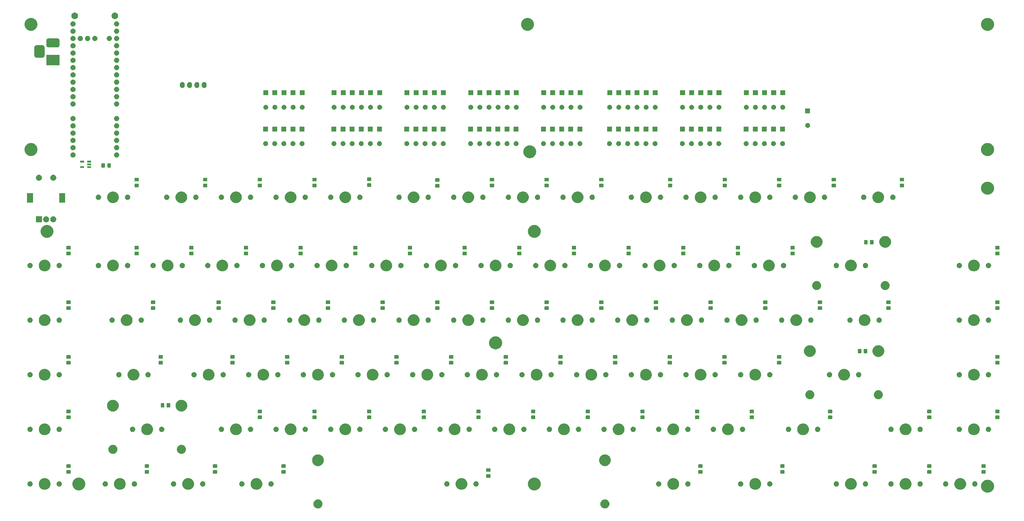
<source format=gbr>
G04 #@! TF.GenerationSoftware,KiCad,Pcbnew,(5.1.4)-1*
G04 #@! TF.CreationDate,2020-12-10T10:57:06+01:00*
G04 #@! TF.ProjectId,CZTKeyRev0,435a544b-6579-4526-9576-302e6b696361,rev?*
G04 #@! TF.SameCoordinates,Original*
G04 #@! TF.FileFunction,Soldermask,Top*
G04 #@! TF.FilePolarity,Negative*
%FSLAX46Y46*%
G04 Gerber Fmt 4.6, Leading zero omitted, Abs format (unit mm)*
G04 Created by KiCad (PCBNEW (5.1.4)-1) date 2020-12-10 10:57:06*
%MOMM*%
%LPD*%
G04 APERTURE LIST*
%ADD10C,0.100000*%
G04 APERTURE END LIST*
D10*
G36*
X197151167Y-186415263D02*
G01*
X197303311Y-186445526D01*
X197422037Y-186494704D01*
X197589941Y-186564252D01*
X197589942Y-186564253D01*
X197847904Y-186736617D01*
X198067283Y-186955996D01*
X198182453Y-187128361D01*
X198239648Y-187213959D01*
X198358374Y-187500590D01*
X198418900Y-187804875D01*
X198418900Y-188115125D01*
X198358374Y-188419410D01*
X198239648Y-188706041D01*
X198239647Y-188706042D01*
X198067283Y-188964004D01*
X197847904Y-189183383D01*
X197675539Y-189298553D01*
X197589941Y-189355748D01*
X197422037Y-189425296D01*
X197303311Y-189474474D01*
X197151167Y-189504737D01*
X196999025Y-189535000D01*
X196688775Y-189535000D01*
X196536633Y-189504737D01*
X196384489Y-189474474D01*
X196265763Y-189425296D01*
X196097859Y-189355748D01*
X196012261Y-189298553D01*
X195839896Y-189183383D01*
X195620517Y-188964004D01*
X195448153Y-188706042D01*
X195448152Y-188706041D01*
X195329426Y-188419410D01*
X195268900Y-188115125D01*
X195268900Y-187804875D01*
X195329426Y-187500590D01*
X195448152Y-187213959D01*
X195505347Y-187128361D01*
X195620517Y-186955996D01*
X195839896Y-186736617D01*
X196097858Y-186564253D01*
X196097859Y-186564252D01*
X196265763Y-186494704D01*
X196384489Y-186445526D01*
X196536633Y-186415263D01*
X196688775Y-186385000D01*
X196999025Y-186385000D01*
X197151167Y-186415263D01*
X197151167Y-186415263D01*
G37*
G36*
X97151367Y-186415263D02*
G01*
X97303511Y-186445526D01*
X97422237Y-186494704D01*
X97590141Y-186564252D01*
X97590142Y-186564253D01*
X97848104Y-186736617D01*
X98067483Y-186955996D01*
X98182653Y-187128361D01*
X98239848Y-187213959D01*
X98358574Y-187500590D01*
X98419100Y-187804875D01*
X98419100Y-188115125D01*
X98358574Y-188419410D01*
X98239848Y-188706041D01*
X98239847Y-188706042D01*
X98067483Y-188964004D01*
X97848104Y-189183383D01*
X97675739Y-189298553D01*
X97590141Y-189355748D01*
X97422237Y-189425296D01*
X97303511Y-189474474D01*
X97151367Y-189504737D01*
X96999225Y-189535000D01*
X96688975Y-189535000D01*
X96536833Y-189504737D01*
X96384689Y-189474474D01*
X96265963Y-189425296D01*
X96098059Y-189355748D01*
X96012461Y-189298553D01*
X95840096Y-189183383D01*
X95620717Y-188964004D01*
X95448353Y-188706042D01*
X95448352Y-188706041D01*
X95329626Y-188419410D01*
X95269100Y-188115125D01*
X95269100Y-187804875D01*
X95329626Y-187500590D01*
X95448352Y-187213959D01*
X95505547Y-187128361D01*
X95620717Y-186955996D01*
X95840096Y-186736617D01*
X96098058Y-186564253D01*
X96098059Y-186564252D01*
X96265963Y-186494704D01*
X96384689Y-186445526D01*
X96536833Y-186415263D01*
X96688975Y-186385000D01*
X96999225Y-186385000D01*
X97151367Y-186415263D01*
X97151367Y-186415263D01*
G37*
G36*
X330475880Y-179528776D02*
G01*
X330856593Y-179604504D01*
X331266249Y-179774189D01*
X331634929Y-180020534D01*
X331948466Y-180334071D01*
X332194811Y-180702751D01*
X332364496Y-181112407D01*
X332451000Y-181547296D01*
X332451000Y-181990704D01*
X332364496Y-182425593D01*
X332194811Y-182835249D01*
X331948466Y-183203929D01*
X331634929Y-183517466D01*
X331266249Y-183763811D01*
X330856593Y-183933496D01*
X330475880Y-184009224D01*
X330421705Y-184020000D01*
X329978295Y-184020000D01*
X329924120Y-184009224D01*
X329543407Y-183933496D01*
X329133751Y-183763811D01*
X328765071Y-183517466D01*
X328451534Y-183203929D01*
X328205189Y-182835249D01*
X328035504Y-182425593D01*
X327949000Y-181990704D01*
X327949000Y-181547296D01*
X328035504Y-181112407D01*
X328205189Y-180702751D01*
X328451534Y-180334071D01*
X328765071Y-180020534D01*
X329133751Y-179774189D01*
X329543407Y-179604504D01*
X329924120Y-179528776D01*
X329978295Y-179518000D01*
X330421705Y-179518000D01*
X330475880Y-179528776D01*
X330475880Y-179528776D01*
G37*
G36*
X172476277Y-178726103D02*
G01*
X172900593Y-178810504D01*
X173310249Y-178980189D01*
X173678929Y-179226534D01*
X173992466Y-179540071D01*
X174238811Y-179908751D01*
X174408496Y-180318407D01*
X174495000Y-180753296D01*
X174495000Y-181196704D01*
X174408496Y-181631593D01*
X174238811Y-182041249D01*
X173992466Y-182409929D01*
X173678929Y-182723466D01*
X173310249Y-182969811D01*
X172900593Y-183139496D01*
X172519880Y-183215224D01*
X172465705Y-183226000D01*
X172022295Y-183226000D01*
X171968120Y-183215224D01*
X171587407Y-183139496D01*
X171177751Y-182969811D01*
X170809071Y-182723466D01*
X170495534Y-182409929D01*
X170249189Y-182041249D01*
X170079504Y-181631593D01*
X169993000Y-181196704D01*
X169993000Y-180753296D01*
X170079504Y-180318407D01*
X170249189Y-179908751D01*
X170495534Y-179540071D01*
X170809071Y-179226534D01*
X171177751Y-178980189D01*
X171587407Y-178810504D01*
X172011723Y-178726103D01*
X172022295Y-178724000D01*
X172465705Y-178724000D01*
X172476277Y-178726103D01*
X172476277Y-178726103D01*
G37*
G36*
X13726077Y-178726103D02*
G01*
X14150393Y-178810504D01*
X14560049Y-178980189D01*
X14928729Y-179226534D01*
X15242266Y-179540071D01*
X15488611Y-179908751D01*
X15658296Y-180318407D01*
X15744800Y-180753296D01*
X15744800Y-181196704D01*
X15658296Y-181631593D01*
X15488611Y-182041249D01*
X15242266Y-182409929D01*
X14928729Y-182723466D01*
X14560049Y-182969811D01*
X14150393Y-183139496D01*
X13769680Y-183215224D01*
X13715505Y-183226000D01*
X13272095Y-183226000D01*
X13217920Y-183215224D01*
X12837207Y-183139496D01*
X12427551Y-182969811D01*
X12058871Y-182723466D01*
X11745334Y-182409929D01*
X11498989Y-182041249D01*
X11329304Y-181631593D01*
X11242800Y-181196704D01*
X11242800Y-180753296D01*
X11329304Y-180318407D01*
X11498989Y-179908751D01*
X11745334Y-179540071D01*
X12058871Y-179226534D01*
X12427551Y-178980189D01*
X12837207Y-178810504D01*
X13261523Y-178726103D01*
X13272095Y-178724000D01*
X13715505Y-178724000D01*
X13726077Y-178726103D01*
X13726077Y-178726103D01*
G37*
G36*
X283171474Y-179008684D02*
G01*
X283389474Y-179098983D01*
X283543623Y-179162833D01*
X283878548Y-179386623D01*
X284163377Y-179671452D01*
X284387167Y-180006377D01*
X284419562Y-180084586D01*
X284541316Y-180378526D01*
X284619900Y-180773594D01*
X284619900Y-181176406D01*
X284541316Y-181571474D01*
X284490451Y-181694272D01*
X284387167Y-181943623D01*
X284163377Y-182278548D01*
X283878548Y-182563377D01*
X283543623Y-182787167D01*
X283427549Y-182835246D01*
X283171474Y-182941316D01*
X282776406Y-183019900D01*
X282373594Y-183019900D01*
X281978526Y-182941316D01*
X281722451Y-182835246D01*
X281606377Y-182787167D01*
X281271452Y-182563377D01*
X280986623Y-182278548D01*
X280762833Y-181943623D01*
X280659549Y-181694272D01*
X280608684Y-181571474D01*
X280530100Y-181176406D01*
X280530100Y-180773594D01*
X280608684Y-180378526D01*
X280730438Y-180084586D01*
X280762833Y-180006377D01*
X280986623Y-179671452D01*
X281271452Y-179386623D01*
X281606377Y-179162833D01*
X281760526Y-179098983D01*
X281978526Y-179008684D01*
X282373594Y-178930100D01*
X282776406Y-178930100D01*
X283171474Y-179008684D01*
X283171474Y-179008684D01*
G37*
G36*
X147440474Y-179008684D02*
G01*
X147658474Y-179098983D01*
X147812623Y-179162833D01*
X148147548Y-179386623D01*
X148432377Y-179671452D01*
X148656167Y-180006377D01*
X148688562Y-180084586D01*
X148810316Y-180378526D01*
X148888900Y-180773594D01*
X148888900Y-181176406D01*
X148810316Y-181571474D01*
X148759451Y-181694272D01*
X148656167Y-181943623D01*
X148432377Y-182278548D01*
X148147548Y-182563377D01*
X147812623Y-182787167D01*
X147696549Y-182835246D01*
X147440474Y-182941316D01*
X147045406Y-183019900D01*
X146642594Y-183019900D01*
X146247526Y-182941316D01*
X145991451Y-182835246D01*
X145875377Y-182787167D01*
X145540452Y-182563377D01*
X145255623Y-182278548D01*
X145031833Y-181943623D01*
X144928549Y-181694272D01*
X144877684Y-181571474D01*
X144799100Y-181176406D01*
X144799100Y-180773594D01*
X144877684Y-180378526D01*
X144999438Y-180084586D01*
X145031833Y-180006377D01*
X145255623Y-179671452D01*
X145540452Y-179386623D01*
X145875377Y-179162833D01*
X146029526Y-179098983D01*
X146247526Y-179008684D01*
X146642594Y-178930100D01*
X147045406Y-178930100D01*
X147440474Y-179008684D01*
X147440474Y-179008684D01*
G37*
G36*
X321271474Y-179008684D02*
G01*
X321489474Y-179098983D01*
X321643623Y-179162833D01*
X321978548Y-179386623D01*
X322263377Y-179671452D01*
X322487167Y-180006377D01*
X322519562Y-180084586D01*
X322641316Y-180378526D01*
X322719900Y-180773594D01*
X322719900Y-181176406D01*
X322641316Y-181571474D01*
X322590451Y-181694272D01*
X322487167Y-181943623D01*
X322263377Y-182278548D01*
X321978548Y-182563377D01*
X321643623Y-182787167D01*
X321527549Y-182835246D01*
X321271474Y-182941316D01*
X320876406Y-183019900D01*
X320473594Y-183019900D01*
X320078526Y-182941316D01*
X319822451Y-182835246D01*
X319706377Y-182787167D01*
X319371452Y-182563377D01*
X319086623Y-182278548D01*
X318862833Y-181943623D01*
X318759549Y-181694272D01*
X318708684Y-181571474D01*
X318630100Y-181176406D01*
X318630100Y-180773594D01*
X318708684Y-180378526D01*
X318830438Y-180084586D01*
X318862833Y-180006377D01*
X319086623Y-179671452D01*
X319371452Y-179386623D01*
X319706377Y-179162833D01*
X319860526Y-179098983D01*
X320078526Y-179008684D01*
X320473594Y-178930100D01*
X320876406Y-178930100D01*
X321271474Y-179008684D01*
X321271474Y-179008684D01*
G37*
G36*
X302221474Y-179008684D02*
G01*
X302439474Y-179098983D01*
X302593623Y-179162833D01*
X302928548Y-179386623D01*
X303213377Y-179671452D01*
X303437167Y-180006377D01*
X303469562Y-180084586D01*
X303591316Y-180378526D01*
X303669900Y-180773594D01*
X303669900Y-181176406D01*
X303591316Y-181571474D01*
X303540451Y-181694272D01*
X303437167Y-181943623D01*
X303213377Y-182278548D01*
X302928548Y-182563377D01*
X302593623Y-182787167D01*
X302477549Y-182835246D01*
X302221474Y-182941316D01*
X301826406Y-183019900D01*
X301423594Y-183019900D01*
X301028526Y-182941316D01*
X300772451Y-182835246D01*
X300656377Y-182787167D01*
X300321452Y-182563377D01*
X300036623Y-182278548D01*
X299812833Y-181943623D01*
X299709549Y-181694272D01*
X299658684Y-181571474D01*
X299580100Y-181176406D01*
X299580100Y-180773594D01*
X299658684Y-180378526D01*
X299780438Y-180084586D01*
X299812833Y-180006377D01*
X300036623Y-179671452D01*
X300321452Y-179386623D01*
X300656377Y-179162833D01*
X300810526Y-179098983D01*
X301028526Y-179008684D01*
X301423594Y-178930100D01*
X301826406Y-178930100D01*
X302221474Y-179008684D01*
X302221474Y-179008684D01*
G37*
G36*
X52190274Y-179008684D02*
G01*
X52408274Y-179098983D01*
X52562423Y-179162833D01*
X52897348Y-179386623D01*
X53182177Y-179671452D01*
X53405967Y-180006377D01*
X53438362Y-180084586D01*
X53560116Y-180378526D01*
X53638700Y-180773594D01*
X53638700Y-181176406D01*
X53560116Y-181571474D01*
X53509251Y-181694272D01*
X53405967Y-181943623D01*
X53182177Y-182278548D01*
X52897348Y-182563377D01*
X52562423Y-182787167D01*
X52446349Y-182835246D01*
X52190274Y-182941316D01*
X51795206Y-183019900D01*
X51392394Y-183019900D01*
X50997326Y-182941316D01*
X50741251Y-182835246D01*
X50625177Y-182787167D01*
X50290252Y-182563377D01*
X50005423Y-182278548D01*
X49781633Y-181943623D01*
X49678349Y-181694272D01*
X49627484Y-181571474D01*
X49548900Y-181176406D01*
X49548900Y-180773594D01*
X49627484Y-180378526D01*
X49749238Y-180084586D01*
X49781633Y-180006377D01*
X50005423Y-179671452D01*
X50290252Y-179386623D01*
X50625177Y-179162833D01*
X50779326Y-179098983D01*
X50997326Y-179008684D01*
X51392394Y-178930100D01*
X51795206Y-178930100D01*
X52190274Y-179008684D01*
X52190274Y-179008684D01*
G37*
G36*
X249834474Y-179008684D02*
G01*
X250052474Y-179098983D01*
X250206623Y-179162833D01*
X250541548Y-179386623D01*
X250826377Y-179671452D01*
X251050167Y-180006377D01*
X251082562Y-180084586D01*
X251204316Y-180378526D01*
X251282900Y-180773594D01*
X251282900Y-181176406D01*
X251204316Y-181571474D01*
X251153451Y-181694272D01*
X251050167Y-181943623D01*
X250826377Y-182278548D01*
X250541548Y-182563377D01*
X250206623Y-182787167D01*
X250090549Y-182835246D01*
X249834474Y-182941316D01*
X249439406Y-183019900D01*
X249036594Y-183019900D01*
X248641526Y-182941316D01*
X248385451Y-182835246D01*
X248269377Y-182787167D01*
X247934452Y-182563377D01*
X247649623Y-182278548D01*
X247425833Y-181943623D01*
X247322549Y-181694272D01*
X247271684Y-181571474D01*
X247193100Y-181176406D01*
X247193100Y-180773594D01*
X247271684Y-180378526D01*
X247393438Y-180084586D01*
X247425833Y-180006377D01*
X247649623Y-179671452D01*
X247934452Y-179386623D01*
X248269377Y-179162833D01*
X248423526Y-179098983D01*
X248641526Y-179008684D01*
X249036594Y-178930100D01*
X249439406Y-178930100D01*
X249834474Y-179008684D01*
X249834474Y-179008684D01*
G37*
G36*
X28377674Y-179008684D02*
G01*
X28595674Y-179098983D01*
X28749823Y-179162833D01*
X29084748Y-179386623D01*
X29369577Y-179671452D01*
X29593367Y-180006377D01*
X29625762Y-180084586D01*
X29747516Y-180378526D01*
X29826100Y-180773594D01*
X29826100Y-181176406D01*
X29747516Y-181571474D01*
X29696651Y-181694272D01*
X29593367Y-181943623D01*
X29369577Y-182278548D01*
X29084748Y-182563377D01*
X28749823Y-182787167D01*
X28633749Y-182835246D01*
X28377674Y-182941316D01*
X27982606Y-183019900D01*
X27579794Y-183019900D01*
X27184726Y-182941316D01*
X26928651Y-182835246D01*
X26812577Y-182787167D01*
X26477652Y-182563377D01*
X26192823Y-182278548D01*
X25969033Y-181943623D01*
X25865749Y-181694272D01*
X25814884Y-181571474D01*
X25736300Y-181176406D01*
X25736300Y-180773594D01*
X25814884Y-180378526D01*
X25936638Y-180084586D01*
X25969033Y-180006377D01*
X26192823Y-179671452D01*
X26477652Y-179386623D01*
X26812577Y-179162833D01*
X26966726Y-179098983D01*
X27184726Y-179008684D01*
X27579794Y-178930100D01*
X27982606Y-178930100D01*
X28377674Y-179008684D01*
X28377674Y-179008684D01*
G37*
G36*
X221258474Y-179008684D02*
G01*
X221476474Y-179098983D01*
X221630623Y-179162833D01*
X221965548Y-179386623D01*
X222250377Y-179671452D01*
X222474167Y-180006377D01*
X222506562Y-180084586D01*
X222628316Y-180378526D01*
X222706900Y-180773594D01*
X222706900Y-181176406D01*
X222628316Y-181571474D01*
X222577451Y-181694272D01*
X222474167Y-181943623D01*
X222250377Y-182278548D01*
X221965548Y-182563377D01*
X221630623Y-182787167D01*
X221514549Y-182835246D01*
X221258474Y-182941316D01*
X220863406Y-183019900D01*
X220460594Y-183019900D01*
X220065526Y-182941316D01*
X219809451Y-182835246D01*
X219693377Y-182787167D01*
X219358452Y-182563377D01*
X219073623Y-182278548D01*
X218849833Y-181943623D01*
X218746549Y-181694272D01*
X218695684Y-181571474D01*
X218617100Y-181176406D01*
X218617100Y-180773594D01*
X218695684Y-180378526D01*
X218817438Y-180084586D01*
X218849833Y-180006377D01*
X219073623Y-179671452D01*
X219358452Y-179386623D01*
X219693377Y-179162833D01*
X219847526Y-179098983D01*
X220065526Y-179008684D01*
X220460594Y-178930100D01*
X220863406Y-178930100D01*
X221258474Y-179008684D01*
X221258474Y-179008684D01*
G37*
G36*
X76002674Y-179008684D02*
G01*
X76220674Y-179098983D01*
X76374823Y-179162833D01*
X76709748Y-179386623D01*
X76994577Y-179671452D01*
X77218367Y-180006377D01*
X77250762Y-180084586D01*
X77372516Y-180378526D01*
X77451100Y-180773594D01*
X77451100Y-181176406D01*
X77372516Y-181571474D01*
X77321651Y-181694272D01*
X77218367Y-181943623D01*
X76994577Y-182278548D01*
X76709748Y-182563377D01*
X76374823Y-182787167D01*
X76258749Y-182835246D01*
X76002674Y-182941316D01*
X75607606Y-183019900D01*
X75204794Y-183019900D01*
X74809726Y-182941316D01*
X74553651Y-182835246D01*
X74437577Y-182787167D01*
X74102652Y-182563377D01*
X73817823Y-182278548D01*
X73594033Y-181943623D01*
X73490749Y-181694272D01*
X73439884Y-181571474D01*
X73361300Y-181176406D01*
X73361300Y-180773594D01*
X73439884Y-180378526D01*
X73561638Y-180084586D01*
X73594033Y-180006377D01*
X73817823Y-179671452D01*
X74102652Y-179386623D01*
X74437577Y-179162833D01*
X74591726Y-179098983D01*
X74809726Y-179008684D01*
X75204794Y-178930100D01*
X75607606Y-178930100D01*
X76002674Y-179008684D01*
X76002674Y-179008684D01*
G37*
G36*
X2183974Y-179008684D02*
G01*
X2401974Y-179098983D01*
X2556123Y-179162833D01*
X2891048Y-179386623D01*
X3175877Y-179671452D01*
X3399667Y-180006377D01*
X3432062Y-180084586D01*
X3553816Y-180378526D01*
X3632400Y-180773594D01*
X3632400Y-181176406D01*
X3553816Y-181571474D01*
X3502951Y-181694272D01*
X3399667Y-181943623D01*
X3175877Y-182278548D01*
X2891048Y-182563377D01*
X2556123Y-182787167D01*
X2440049Y-182835246D01*
X2183974Y-182941316D01*
X1788906Y-183019900D01*
X1386094Y-183019900D01*
X991026Y-182941316D01*
X734951Y-182835246D01*
X618877Y-182787167D01*
X283952Y-182563377D01*
X-877Y-182278548D01*
X-224667Y-181943623D01*
X-327951Y-181694272D01*
X-378816Y-181571474D01*
X-457400Y-181176406D01*
X-457400Y-180773594D01*
X-378816Y-180378526D01*
X-257062Y-180084586D01*
X-224667Y-180006377D01*
X-877Y-179671452D01*
X283952Y-179386623D01*
X618877Y-179162833D01*
X773026Y-179098983D01*
X991026Y-179008684D01*
X1386094Y-178930100D01*
X1788906Y-178930100D01*
X2183974Y-179008684D01*
X2183974Y-179008684D01*
G37*
G36*
X254588104Y-180084585D02*
G01*
X254756626Y-180154389D01*
X254908291Y-180255728D01*
X255037272Y-180384709D01*
X255138611Y-180536374D01*
X255208415Y-180704896D01*
X255244000Y-180883797D01*
X255244000Y-181066203D01*
X255208415Y-181245104D01*
X255138611Y-181413626D01*
X255037272Y-181565291D01*
X254908291Y-181694272D01*
X254756626Y-181795611D01*
X254588104Y-181865415D01*
X254409203Y-181901000D01*
X254226797Y-181901000D01*
X254047896Y-181865415D01*
X253879374Y-181795611D01*
X253727709Y-181694272D01*
X253598728Y-181565291D01*
X253497389Y-181413626D01*
X253427585Y-181245104D01*
X253392000Y-181066203D01*
X253392000Y-180883797D01*
X253427585Y-180704896D01*
X253497389Y-180536374D01*
X253598728Y-180384709D01*
X253727709Y-180255728D01*
X253879374Y-180154389D01*
X254047896Y-180084585D01*
X254226797Y-180049000D01*
X254409203Y-180049000D01*
X254588104Y-180084585D01*
X254588104Y-180084585D01*
G37*
G36*
X315865104Y-180084585D02*
G01*
X316033626Y-180154389D01*
X316185291Y-180255728D01*
X316314272Y-180384709D01*
X316415611Y-180536374D01*
X316485415Y-180704896D01*
X316521000Y-180883797D01*
X316521000Y-181066203D01*
X316485415Y-181245104D01*
X316415611Y-181413626D01*
X316314272Y-181565291D01*
X316185291Y-181694272D01*
X316033626Y-181795611D01*
X315865104Y-181865415D01*
X315686203Y-181901000D01*
X315503797Y-181901000D01*
X315324896Y-181865415D01*
X315156374Y-181795611D01*
X315004709Y-181694272D01*
X314875728Y-181565291D01*
X314774389Y-181413626D01*
X314704585Y-181245104D01*
X314669000Y-181066203D01*
X314669000Y-180883797D01*
X314704585Y-180704896D01*
X314774389Y-180536374D01*
X314875728Y-180384709D01*
X315004709Y-180255728D01*
X315156374Y-180154389D01*
X315324896Y-180084585D01*
X315503797Y-180049000D01*
X315686203Y-180049000D01*
X315865104Y-180084585D01*
X315865104Y-180084585D01*
G37*
G36*
X277765104Y-180084585D02*
G01*
X277933626Y-180154389D01*
X278085291Y-180255728D01*
X278214272Y-180384709D01*
X278315611Y-180536374D01*
X278385415Y-180704896D01*
X278421000Y-180883797D01*
X278421000Y-181066203D01*
X278385415Y-181245104D01*
X278315611Y-181413626D01*
X278214272Y-181565291D01*
X278085291Y-181694272D01*
X277933626Y-181795611D01*
X277765104Y-181865415D01*
X277586203Y-181901000D01*
X277403797Y-181901000D01*
X277224896Y-181865415D01*
X277056374Y-181795611D01*
X276904709Y-181694272D01*
X276775728Y-181565291D01*
X276674389Y-181413626D01*
X276604585Y-181245104D01*
X276569000Y-181066203D01*
X276569000Y-180883797D01*
X276604585Y-180704896D01*
X276674389Y-180536374D01*
X276775728Y-180384709D01*
X276904709Y-180255728D01*
X277056374Y-180154389D01*
X277224896Y-180084585D01*
X277403797Y-180049000D01*
X277586203Y-180049000D01*
X277765104Y-180084585D01*
X277765104Y-180084585D01*
G37*
G36*
X142034104Y-180084585D02*
G01*
X142202626Y-180154389D01*
X142354291Y-180255728D01*
X142483272Y-180384709D01*
X142584611Y-180536374D01*
X142654415Y-180704896D01*
X142690000Y-180883797D01*
X142690000Y-181066203D01*
X142654415Y-181245104D01*
X142584611Y-181413626D01*
X142483272Y-181565291D01*
X142354291Y-181694272D01*
X142202626Y-181795611D01*
X142034104Y-181865415D01*
X141855203Y-181901000D01*
X141672797Y-181901000D01*
X141493896Y-181865415D01*
X141325374Y-181795611D01*
X141173709Y-181694272D01*
X141044728Y-181565291D01*
X140943389Y-181413626D01*
X140873585Y-181245104D01*
X140838000Y-181066203D01*
X140838000Y-180883797D01*
X140873585Y-180704896D01*
X140943389Y-180536374D01*
X141044728Y-180384709D01*
X141173709Y-180255728D01*
X141325374Y-180154389D01*
X141493896Y-180084585D01*
X141672797Y-180049000D01*
X141855203Y-180049000D01*
X142034104Y-180084585D01*
X142034104Y-180084585D01*
G37*
G36*
X152194104Y-180084585D02*
G01*
X152362626Y-180154389D01*
X152514291Y-180255728D01*
X152643272Y-180384709D01*
X152744611Y-180536374D01*
X152814415Y-180704896D01*
X152850000Y-180883797D01*
X152850000Y-181066203D01*
X152814415Y-181245104D01*
X152744611Y-181413626D01*
X152643272Y-181565291D01*
X152514291Y-181694272D01*
X152362626Y-181795611D01*
X152194104Y-181865415D01*
X152015203Y-181901000D01*
X151832797Y-181901000D01*
X151653896Y-181865415D01*
X151485374Y-181795611D01*
X151333709Y-181694272D01*
X151204728Y-181565291D01*
X151103389Y-181413626D01*
X151033585Y-181245104D01*
X150998000Y-181066203D01*
X150998000Y-180883797D01*
X151033585Y-180704896D01*
X151103389Y-180536374D01*
X151204728Y-180384709D01*
X151333709Y-180255728D01*
X151485374Y-180154389D01*
X151653896Y-180084585D01*
X151832797Y-180049000D01*
X152015203Y-180049000D01*
X152194104Y-180084585D01*
X152194104Y-180084585D01*
G37*
G36*
X287925104Y-180084585D02*
G01*
X288093626Y-180154389D01*
X288245291Y-180255728D01*
X288374272Y-180384709D01*
X288475611Y-180536374D01*
X288545415Y-180704896D01*
X288581000Y-180883797D01*
X288581000Y-181066203D01*
X288545415Y-181245104D01*
X288475611Y-181413626D01*
X288374272Y-181565291D01*
X288245291Y-181694272D01*
X288093626Y-181795611D01*
X287925104Y-181865415D01*
X287746203Y-181901000D01*
X287563797Y-181901000D01*
X287384896Y-181865415D01*
X287216374Y-181795611D01*
X287064709Y-181694272D01*
X286935728Y-181565291D01*
X286834389Y-181413626D01*
X286764585Y-181245104D01*
X286729000Y-181066203D01*
X286729000Y-180883797D01*
X286764585Y-180704896D01*
X286834389Y-180536374D01*
X286935728Y-180384709D01*
X287064709Y-180255728D01*
X287216374Y-180154389D01*
X287384896Y-180084585D01*
X287563797Y-180049000D01*
X287746203Y-180049000D01*
X287925104Y-180084585D01*
X287925104Y-180084585D01*
G37*
G36*
X-3222396Y-180084585D02*
G01*
X-3053874Y-180154389D01*
X-2902209Y-180255728D01*
X-2773228Y-180384709D01*
X-2671889Y-180536374D01*
X-2602085Y-180704896D01*
X-2566500Y-180883797D01*
X-2566500Y-181066203D01*
X-2602085Y-181245104D01*
X-2671889Y-181413626D01*
X-2773228Y-181565291D01*
X-2902209Y-181694272D01*
X-3053874Y-181795611D01*
X-3222396Y-181865415D01*
X-3401297Y-181901000D01*
X-3583703Y-181901000D01*
X-3762604Y-181865415D01*
X-3931126Y-181795611D01*
X-4082791Y-181694272D01*
X-4211772Y-181565291D01*
X-4313111Y-181413626D01*
X-4382915Y-181245104D01*
X-4418500Y-181066203D01*
X-4418500Y-180883797D01*
X-4382915Y-180704896D01*
X-4313111Y-180536374D01*
X-4211772Y-180384709D01*
X-4082791Y-180255728D01*
X-3931126Y-180154389D01*
X-3762604Y-180084585D01*
X-3583703Y-180049000D01*
X-3401297Y-180049000D01*
X-3222396Y-180084585D01*
X-3222396Y-180084585D01*
G37*
G36*
X6937604Y-180084585D02*
G01*
X7106126Y-180154389D01*
X7257791Y-180255728D01*
X7386772Y-180384709D01*
X7488111Y-180536374D01*
X7557915Y-180704896D01*
X7593500Y-180883797D01*
X7593500Y-181066203D01*
X7557915Y-181245104D01*
X7488111Y-181413626D01*
X7386772Y-181565291D01*
X7257791Y-181694272D01*
X7106126Y-181795611D01*
X6937604Y-181865415D01*
X6758703Y-181901000D01*
X6576297Y-181901000D01*
X6397396Y-181865415D01*
X6228874Y-181795611D01*
X6077209Y-181694272D01*
X5948228Y-181565291D01*
X5846889Y-181413626D01*
X5777085Y-181245104D01*
X5741500Y-181066203D01*
X5741500Y-180883797D01*
X5777085Y-180704896D01*
X5846889Y-180536374D01*
X5948228Y-180384709D01*
X6077209Y-180255728D01*
X6228874Y-180154389D01*
X6397396Y-180084585D01*
X6576297Y-180049000D01*
X6758703Y-180049000D01*
X6937604Y-180084585D01*
X6937604Y-180084585D01*
G37*
G36*
X46783904Y-180084585D02*
G01*
X46952426Y-180154389D01*
X47104091Y-180255728D01*
X47233072Y-180384709D01*
X47334411Y-180536374D01*
X47404215Y-180704896D01*
X47439800Y-180883797D01*
X47439800Y-181066203D01*
X47404215Y-181245104D01*
X47334411Y-181413626D01*
X47233072Y-181565291D01*
X47104091Y-181694272D01*
X46952426Y-181795611D01*
X46783904Y-181865415D01*
X46605003Y-181901000D01*
X46422597Y-181901000D01*
X46243696Y-181865415D01*
X46075174Y-181795611D01*
X45923509Y-181694272D01*
X45794528Y-181565291D01*
X45693189Y-181413626D01*
X45623385Y-181245104D01*
X45587800Y-181066203D01*
X45587800Y-180883797D01*
X45623385Y-180704896D01*
X45693189Y-180536374D01*
X45794528Y-180384709D01*
X45923509Y-180255728D01*
X46075174Y-180154389D01*
X46243696Y-180084585D01*
X46422597Y-180049000D01*
X46605003Y-180049000D01*
X46783904Y-180084585D01*
X46783904Y-180084585D01*
G37*
G36*
X80756304Y-180084585D02*
G01*
X80924826Y-180154389D01*
X81076491Y-180255728D01*
X81205472Y-180384709D01*
X81306811Y-180536374D01*
X81376615Y-180704896D01*
X81412200Y-180883797D01*
X81412200Y-181066203D01*
X81376615Y-181245104D01*
X81306811Y-181413626D01*
X81205472Y-181565291D01*
X81076491Y-181694272D01*
X80924826Y-181795611D01*
X80756304Y-181865415D01*
X80577403Y-181901000D01*
X80394997Y-181901000D01*
X80216096Y-181865415D01*
X80047574Y-181795611D01*
X79895909Y-181694272D01*
X79766928Y-181565291D01*
X79665589Y-181413626D01*
X79595785Y-181245104D01*
X79560200Y-181066203D01*
X79560200Y-180883797D01*
X79595785Y-180704896D01*
X79665589Y-180536374D01*
X79766928Y-180384709D01*
X79895909Y-180255728D01*
X80047574Y-180154389D01*
X80216096Y-180084585D01*
X80394997Y-180049000D01*
X80577403Y-180049000D01*
X80756304Y-180084585D01*
X80756304Y-180084585D01*
G37*
G36*
X70596304Y-180084585D02*
G01*
X70764826Y-180154389D01*
X70916491Y-180255728D01*
X71045472Y-180384709D01*
X71146811Y-180536374D01*
X71216615Y-180704896D01*
X71252200Y-180883797D01*
X71252200Y-181066203D01*
X71216615Y-181245104D01*
X71146811Y-181413626D01*
X71045472Y-181565291D01*
X70916491Y-181694272D01*
X70764826Y-181795611D01*
X70596304Y-181865415D01*
X70417403Y-181901000D01*
X70234997Y-181901000D01*
X70056096Y-181865415D01*
X69887574Y-181795611D01*
X69735909Y-181694272D01*
X69606928Y-181565291D01*
X69505589Y-181413626D01*
X69435785Y-181245104D01*
X69400200Y-181066203D01*
X69400200Y-180883797D01*
X69435785Y-180704896D01*
X69505589Y-180536374D01*
X69606928Y-180384709D01*
X69735909Y-180255728D01*
X69887574Y-180154389D01*
X70056096Y-180084585D01*
X70234997Y-180049000D01*
X70417403Y-180049000D01*
X70596304Y-180084585D01*
X70596304Y-180084585D01*
G37*
G36*
X226012104Y-180084585D02*
G01*
X226180626Y-180154389D01*
X226332291Y-180255728D01*
X226461272Y-180384709D01*
X226562611Y-180536374D01*
X226632415Y-180704896D01*
X226668000Y-180883797D01*
X226668000Y-181066203D01*
X226632415Y-181245104D01*
X226562611Y-181413626D01*
X226461272Y-181565291D01*
X226332291Y-181694272D01*
X226180626Y-181795611D01*
X226012104Y-181865415D01*
X225833203Y-181901000D01*
X225650797Y-181901000D01*
X225471896Y-181865415D01*
X225303374Y-181795611D01*
X225151709Y-181694272D01*
X225022728Y-181565291D01*
X224921389Y-181413626D01*
X224851585Y-181245104D01*
X224816000Y-181066203D01*
X224816000Y-180883797D01*
X224851585Y-180704896D01*
X224921389Y-180536374D01*
X225022728Y-180384709D01*
X225151709Y-180255728D01*
X225303374Y-180154389D01*
X225471896Y-180084585D01*
X225650797Y-180049000D01*
X225833203Y-180049000D01*
X226012104Y-180084585D01*
X226012104Y-180084585D01*
G37*
G36*
X215852104Y-180084585D02*
G01*
X216020626Y-180154389D01*
X216172291Y-180255728D01*
X216301272Y-180384709D01*
X216402611Y-180536374D01*
X216472415Y-180704896D01*
X216508000Y-180883797D01*
X216508000Y-181066203D01*
X216472415Y-181245104D01*
X216402611Y-181413626D01*
X216301272Y-181565291D01*
X216172291Y-181694272D01*
X216020626Y-181795611D01*
X215852104Y-181865415D01*
X215673203Y-181901000D01*
X215490797Y-181901000D01*
X215311896Y-181865415D01*
X215143374Y-181795611D01*
X214991709Y-181694272D01*
X214862728Y-181565291D01*
X214761389Y-181413626D01*
X214691585Y-181245104D01*
X214656000Y-181066203D01*
X214656000Y-180883797D01*
X214691585Y-180704896D01*
X214761389Y-180536374D01*
X214862728Y-180384709D01*
X214991709Y-180255728D01*
X215143374Y-180154389D01*
X215311896Y-180084585D01*
X215490797Y-180049000D01*
X215673203Y-180049000D01*
X215852104Y-180084585D01*
X215852104Y-180084585D01*
G37*
G36*
X33131304Y-180084585D02*
G01*
X33299826Y-180154389D01*
X33451491Y-180255728D01*
X33580472Y-180384709D01*
X33681811Y-180536374D01*
X33751615Y-180704896D01*
X33787200Y-180883797D01*
X33787200Y-181066203D01*
X33751615Y-181245104D01*
X33681811Y-181413626D01*
X33580472Y-181565291D01*
X33451491Y-181694272D01*
X33299826Y-181795611D01*
X33131304Y-181865415D01*
X32952403Y-181901000D01*
X32769997Y-181901000D01*
X32591096Y-181865415D01*
X32422574Y-181795611D01*
X32270909Y-181694272D01*
X32141928Y-181565291D01*
X32040589Y-181413626D01*
X31970785Y-181245104D01*
X31935200Y-181066203D01*
X31935200Y-180883797D01*
X31970785Y-180704896D01*
X32040589Y-180536374D01*
X32141928Y-180384709D01*
X32270909Y-180255728D01*
X32422574Y-180154389D01*
X32591096Y-180084585D01*
X32769997Y-180049000D01*
X32952403Y-180049000D01*
X33131304Y-180084585D01*
X33131304Y-180084585D01*
G37*
G36*
X22971304Y-180084585D02*
G01*
X23139826Y-180154389D01*
X23291491Y-180255728D01*
X23420472Y-180384709D01*
X23521811Y-180536374D01*
X23591615Y-180704896D01*
X23627200Y-180883797D01*
X23627200Y-181066203D01*
X23591615Y-181245104D01*
X23521811Y-181413626D01*
X23420472Y-181565291D01*
X23291491Y-181694272D01*
X23139826Y-181795611D01*
X22971304Y-181865415D01*
X22792403Y-181901000D01*
X22609997Y-181901000D01*
X22431096Y-181865415D01*
X22262574Y-181795611D01*
X22110909Y-181694272D01*
X21981928Y-181565291D01*
X21880589Y-181413626D01*
X21810785Y-181245104D01*
X21775200Y-181066203D01*
X21775200Y-180883797D01*
X21810785Y-180704896D01*
X21880589Y-180536374D01*
X21981928Y-180384709D01*
X22110909Y-180255728D01*
X22262574Y-180154389D01*
X22431096Y-180084585D01*
X22609997Y-180049000D01*
X22792403Y-180049000D01*
X22971304Y-180084585D01*
X22971304Y-180084585D01*
G37*
G36*
X56943904Y-180084585D02*
G01*
X57112426Y-180154389D01*
X57264091Y-180255728D01*
X57393072Y-180384709D01*
X57494411Y-180536374D01*
X57564215Y-180704896D01*
X57599800Y-180883797D01*
X57599800Y-181066203D01*
X57564215Y-181245104D01*
X57494411Y-181413626D01*
X57393072Y-181565291D01*
X57264091Y-181694272D01*
X57112426Y-181795611D01*
X56943904Y-181865415D01*
X56765003Y-181901000D01*
X56582597Y-181901000D01*
X56403696Y-181865415D01*
X56235174Y-181795611D01*
X56083509Y-181694272D01*
X55954528Y-181565291D01*
X55853189Y-181413626D01*
X55783385Y-181245104D01*
X55747800Y-181066203D01*
X55747800Y-180883797D01*
X55783385Y-180704896D01*
X55853189Y-180536374D01*
X55954528Y-180384709D01*
X56083509Y-180255728D01*
X56235174Y-180154389D01*
X56403696Y-180084585D01*
X56582597Y-180049000D01*
X56765003Y-180049000D01*
X56943904Y-180084585D01*
X56943904Y-180084585D01*
G37*
G36*
X326025104Y-180084585D02*
G01*
X326193626Y-180154389D01*
X326345291Y-180255728D01*
X326474272Y-180384709D01*
X326575611Y-180536374D01*
X326645415Y-180704896D01*
X326681000Y-180883797D01*
X326681000Y-181066203D01*
X326645415Y-181245104D01*
X326575611Y-181413626D01*
X326474272Y-181565291D01*
X326345291Y-181694272D01*
X326193626Y-181795611D01*
X326025104Y-181865415D01*
X325846203Y-181901000D01*
X325663797Y-181901000D01*
X325484896Y-181865415D01*
X325316374Y-181795611D01*
X325164709Y-181694272D01*
X325035728Y-181565291D01*
X324934389Y-181413626D01*
X324864585Y-181245104D01*
X324829000Y-181066203D01*
X324829000Y-180883797D01*
X324864585Y-180704896D01*
X324934389Y-180536374D01*
X325035728Y-180384709D01*
X325164709Y-180255728D01*
X325316374Y-180154389D01*
X325484896Y-180084585D01*
X325663797Y-180049000D01*
X325846203Y-180049000D01*
X326025104Y-180084585D01*
X326025104Y-180084585D01*
G37*
G36*
X306975104Y-180084585D02*
G01*
X307143626Y-180154389D01*
X307295291Y-180255728D01*
X307424272Y-180384709D01*
X307525611Y-180536374D01*
X307595415Y-180704896D01*
X307631000Y-180883797D01*
X307631000Y-181066203D01*
X307595415Y-181245104D01*
X307525611Y-181413626D01*
X307424272Y-181565291D01*
X307295291Y-181694272D01*
X307143626Y-181795611D01*
X306975104Y-181865415D01*
X306796203Y-181901000D01*
X306613797Y-181901000D01*
X306434896Y-181865415D01*
X306266374Y-181795611D01*
X306114709Y-181694272D01*
X305985728Y-181565291D01*
X305884389Y-181413626D01*
X305814585Y-181245104D01*
X305779000Y-181066203D01*
X305779000Y-180883797D01*
X305814585Y-180704896D01*
X305884389Y-180536374D01*
X305985728Y-180384709D01*
X306114709Y-180255728D01*
X306266374Y-180154389D01*
X306434896Y-180084585D01*
X306613797Y-180049000D01*
X306796203Y-180049000D01*
X306975104Y-180084585D01*
X306975104Y-180084585D01*
G37*
G36*
X244428104Y-180084585D02*
G01*
X244596626Y-180154389D01*
X244748291Y-180255728D01*
X244877272Y-180384709D01*
X244978611Y-180536374D01*
X245048415Y-180704896D01*
X245084000Y-180883797D01*
X245084000Y-181066203D01*
X245048415Y-181245104D01*
X244978611Y-181413626D01*
X244877272Y-181565291D01*
X244748291Y-181694272D01*
X244596626Y-181795611D01*
X244428104Y-181865415D01*
X244249203Y-181901000D01*
X244066797Y-181901000D01*
X243887896Y-181865415D01*
X243719374Y-181795611D01*
X243567709Y-181694272D01*
X243438728Y-181565291D01*
X243337389Y-181413626D01*
X243267585Y-181245104D01*
X243232000Y-181066203D01*
X243232000Y-180883797D01*
X243267585Y-180704896D01*
X243337389Y-180536374D01*
X243438728Y-180384709D01*
X243567709Y-180255728D01*
X243719374Y-180154389D01*
X243887896Y-180084585D01*
X244066797Y-180049000D01*
X244249203Y-180049000D01*
X244428104Y-180084585D01*
X244428104Y-180084585D01*
G37*
G36*
X296815104Y-180084585D02*
G01*
X296983626Y-180154389D01*
X297135291Y-180255728D01*
X297264272Y-180384709D01*
X297365611Y-180536374D01*
X297435415Y-180704896D01*
X297471000Y-180883797D01*
X297471000Y-181066203D01*
X297435415Y-181245104D01*
X297365611Y-181413626D01*
X297264272Y-181565291D01*
X297135291Y-181694272D01*
X296983626Y-181795611D01*
X296815104Y-181865415D01*
X296636203Y-181901000D01*
X296453797Y-181901000D01*
X296274896Y-181865415D01*
X296106374Y-181795611D01*
X295954709Y-181694272D01*
X295825728Y-181565291D01*
X295724389Y-181413626D01*
X295654585Y-181245104D01*
X295619000Y-181066203D01*
X295619000Y-180883797D01*
X295654585Y-180704896D01*
X295724389Y-180536374D01*
X295825728Y-180384709D01*
X295954709Y-180255728D01*
X296106374Y-180154389D01*
X296274896Y-180084585D01*
X296453797Y-180049000D01*
X296636203Y-180049000D01*
X296815104Y-180084585D01*
X296815104Y-180084585D01*
G37*
G36*
X156798674Y-177568465D02*
G01*
X156836367Y-177579899D01*
X156871103Y-177598466D01*
X156901548Y-177623452D01*
X156926534Y-177653897D01*
X156945101Y-177688633D01*
X156956535Y-177726326D01*
X156961000Y-177771661D01*
X156961000Y-178608339D01*
X156956535Y-178653674D01*
X156945101Y-178691367D01*
X156926534Y-178726103D01*
X156901548Y-178756548D01*
X156871103Y-178781534D01*
X156836367Y-178800101D01*
X156798674Y-178811535D01*
X156753339Y-178816000D01*
X155666661Y-178816000D01*
X155621326Y-178811535D01*
X155583633Y-178800101D01*
X155548897Y-178781534D01*
X155518452Y-178756548D01*
X155493466Y-178726103D01*
X155474899Y-178691367D01*
X155463465Y-178653674D01*
X155459000Y-178608339D01*
X155459000Y-177771661D01*
X155463465Y-177726326D01*
X155474899Y-177688633D01*
X155493466Y-177653897D01*
X155518452Y-177623452D01*
X155548897Y-177598466D01*
X155583633Y-177579899D01*
X155621326Y-177568465D01*
X155666661Y-177564000D01*
X156753339Y-177564000D01*
X156798674Y-177568465D01*
X156798674Y-177568465D01*
G37*
G36*
X10494674Y-176171465D02*
G01*
X10532367Y-176182899D01*
X10567103Y-176201466D01*
X10597548Y-176226452D01*
X10622534Y-176256897D01*
X10641101Y-176291633D01*
X10652535Y-176329326D01*
X10657000Y-176374661D01*
X10657000Y-177211339D01*
X10652535Y-177256674D01*
X10641101Y-177294367D01*
X10622534Y-177329103D01*
X10597548Y-177359548D01*
X10567103Y-177384534D01*
X10532367Y-177403101D01*
X10494674Y-177414535D01*
X10449339Y-177419000D01*
X9362661Y-177419000D01*
X9317326Y-177414535D01*
X9279633Y-177403101D01*
X9244897Y-177384534D01*
X9214452Y-177359548D01*
X9189466Y-177329103D01*
X9170899Y-177294367D01*
X9159465Y-177256674D01*
X9155000Y-177211339D01*
X9155000Y-176374661D01*
X9159465Y-176329326D01*
X9170899Y-176291633D01*
X9189466Y-176256897D01*
X9214452Y-176226452D01*
X9244897Y-176201466D01*
X9279633Y-176182899D01*
X9317326Y-176171465D01*
X9362661Y-176167000D01*
X10449339Y-176167000D01*
X10494674Y-176171465D01*
X10494674Y-176171465D01*
G37*
G36*
X37799674Y-176171465D02*
G01*
X37837367Y-176182899D01*
X37872103Y-176201466D01*
X37902548Y-176226452D01*
X37927534Y-176256897D01*
X37946101Y-176291633D01*
X37957535Y-176329326D01*
X37962000Y-176374661D01*
X37962000Y-177211339D01*
X37957535Y-177256674D01*
X37946101Y-177294367D01*
X37927534Y-177329103D01*
X37902548Y-177359548D01*
X37872103Y-177384534D01*
X37837367Y-177403101D01*
X37799674Y-177414535D01*
X37754339Y-177419000D01*
X36667661Y-177419000D01*
X36622326Y-177414535D01*
X36584633Y-177403101D01*
X36549897Y-177384534D01*
X36519452Y-177359548D01*
X36494466Y-177329103D01*
X36475899Y-177294367D01*
X36464465Y-177256674D01*
X36460000Y-177211339D01*
X36460000Y-176374661D01*
X36464465Y-176329326D01*
X36475899Y-176291633D01*
X36494466Y-176256897D01*
X36519452Y-176226452D01*
X36549897Y-176201466D01*
X36584633Y-176182899D01*
X36622326Y-176171465D01*
X36667661Y-176167000D01*
X37754339Y-176167000D01*
X37799674Y-176171465D01*
X37799674Y-176171465D01*
G37*
G36*
X61548674Y-176171465D02*
G01*
X61586367Y-176182899D01*
X61621103Y-176201466D01*
X61651548Y-176226452D01*
X61676534Y-176256897D01*
X61695101Y-176291633D01*
X61706535Y-176329326D01*
X61711000Y-176374661D01*
X61711000Y-177211339D01*
X61706535Y-177256674D01*
X61695101Y-177294367D01*
X61676534Y-177329103D01*
X61651548Y-177359548D01*
X61621103Y-177384534D01*
X61586367Y-177403101D01*
X61548674Y-177414535D01*
X61503339Y-177419000D01*
X60416661Y-177419000D01*
X60371326Y-177414535D01*
X60333633Y-177403101D01*
X60298897Y-177384534D01*
X60268452Y-177359548D01*
X60243466Y-177329103D01*
X60224899Y-177294367D01*
X60213465Y-177256674D01*
X60209000Y-177211339D01*
X60209000Y-176374661D01*
X60213465Y-176329326D01*
X60224899Y-176291633D01*
X60243466Y-176256897D01*
X60268452Y-176226452D01*
X60298897Y-176201466D01*
X60333633Y-176182899D01*
X60371326Y-176171465D01*
X60416661Y-176167000D01*
X61503339Y-176167000D01*
X61548674Y-176171465D01*
X61548674Y-176171465D01*
G37*
G36*
X85424674Y-176171465D02*
G01*
X85462367Y-176182899D01*
X85497103Y-176201466D01*
X85527548Y-176226452D01*
X85552534Y-176256897D01*
X85571101Y-176291633D01*
X85582535Y-176329326D01*
X85587000Y-176374661D01*
X85587000Y-177211339D01*
X85582535Y-177256674D01*
X85571101Y-177294367D01*
X85552534Y-177329103D01*
X85527548Y-177359548D01*
X85497103Y-177384534D01*
X85462367Y-177403101D01*
X85424674Y-177414535D01*
X85379339Y-177419000D01*
X84292661Y-177419000D01*
X84247326Y-177414535D01*
X84209633Y-177403101D01*
X84174897Y-177384534D01*
X84144452Y-177359548D01*
X84119466Y-177329103D01*
X84100899Y-177294367D01*
X84089465Y-177256674D01*
X84085000Y-177211339D01*
X84085000Y-176374661D01*
X84089465Y-176329326D01*
X84100899Y-176291633D01*
X84119466Y-176256897D01*
X84144452Y-176226452D01*
X84174897Y-176201466D01*
X84209633Y-176182899D01*
X84247326Y-176171465D01*
X84292661Y-176167000D01*
X85379339Y-176167000D01*
X85424674Y-176171465D01*
X85424674Y-176171465D01*
G37*
G36*
X259287674Y-176171465D02*
G01*
X259325367Y-176182899D01*
X259360103Y-176201466D01*
X259390548Y-176226452D01*
X259415534Y-176256897D01*
X259434101Y-176291633D01*
X259445535Y-176329326D01*
X259450000Y-176374661D01*
X259450000Y-177211339D01*
X259445535Y-177256674D01*
X259434101Y-177294367D01*
X259415534Y-177329103D01*
X259390548Y-177359548D01*
X259360103Y-177384534D01*
X259325367Y-177403101D01*
X259287674Y-177414535D01*
X259242339Y-177419000D01*
X258155661Y-177419000D01*
X258110326Y-177414535D01*
X258072633Y-177403101D01*
X258037897Y-177384534D01*
X258007452Y-177359548D01*
X257982466Y-177329103D01*
X257963899Y-177294367D01*
X257952465Y-177256674D01*
X257948000Y-177211339D01*
X257948000Y-176374661D01*
X257952465Y-176329326D01*
X257963899Y-176291633D01*
X257982466Y-176256897D01*
X258007452Y-176226452D01*
X258037897Y-176201466D01*
X258072633Y-176182899D01*
X258110326Y-176171465D01*
X258155661Y-176167000D01*
X259242339Y-176167000D01*
X259287674Y-176171465D01*
X259287674Y-176171465D01*
G37*
G36*
X291418674Y-176171465D02*
G01*
X291456367Y-176182899D01*
X291491103Y-176201466D01*
X291521548Y-176226452D01*
X291546534Y-176256897D01*
X291565101Y-176291633D01*
X291576535Y-176329326D01*
X291581000Y-176374661D01*
X291581000Y-177211339D01*
X291576535Y-177256674D01*
X291565101Y-177294367D01*
X291546534Y-177329103D01*
X291521548Y-177359548D01*
X291491103Y-177384534D01*
X291456367Y-177403101D01*
X291418674Y-177414535D01*
X291373339Y-177419000D01*
X290286661Y-177419000D01*
X290241326Y-177414535D01*
X290203633Y-177403101D01*
X290168897Y-177384534D01*
X290138452Y-177359548D01*
X290113466Y-177329103D01*
X290094899Y-177294367D01*
X290083465Y-177256674D01*
X290079000Y-177211339D01*
X290079000Y-176374661D01*
X290083465Y-176329326D01*
X290094899Y-176291633D01*
X290113466Y-176256897D01*
X290138452Y-176226452D01*
X290168897Y-176201466D01*
X290203633Y-176182899D01*
X290241326Y-176171465D01*
X290286661Y-176167000D01*
X291373339Y-176167000D01*
X291418674Y-176171465D01*
X291418674Y-176171465D01*
G37*
G36*
X310468674Y-176171465D02*
G01*
X310506367Y-176182899D01*
X310541103Y-176201466D01*
X310571548Y-176226452D01*
X310596534Y-176256897D01*
X310615101Y-176291633D01*
X310626535Y-176329326D01*
X310631000Y-176374661D01*
X310631000Y-177211339D01*
X310626535Y-177256674D01*
X310615101Y-177294367D01*
X310596534Y-177329103D01*
X310571548Y-177359548D01*
X310541103Y-177384534D01*
X310506367Y-177403101D01*
X310468674Y-177414535D01*
X310423339Y-177419000D01*
X309336661Y-177419000D01*
X309291326Y-177414535D01*
X309253633Y-177403101D01*
X309218897Y-177384534D01*
X309188452Y-177359548D01*
X309163466Y-177329103D01*
X309144899Y-177294367D01*
X309133465Y-177256674D01*
X309129000Y-177211339D01*
X309129000Y-176374661D01*
X309133465Y-176329326D01*
X309144899Y-176291633D01*
X309163466Y-176256897D01*
X309188452Y-176226452D01*
X309218897Y-176201466D01*
X309253633Y-176182899D01*
X309291326Y-176171465D01*
X309336661Y-176167000D01*
X310423339Y-176167000D01*
X310468674Y-176171465D01*
X310468674Y-176171465D01*
G37*
G36*
X329391674Y-176171465D02*
G01*
X329429367Y-176182899D01*
X329464103Y-176201466D01*
X329494548Y-176226452D01*
X329519534Y-176256897D01*
X329538101Y-176291633D01*
X329549535Y-176329326D01*
X329554000Y-176374661D01*
X329554000Y-177211339D01*
X329549535Y-177256674D01*
X329538101Y-177294367D01*
X329519534Y-177329103D01*
X329494548Y-177359548D01*
X329464103Y-177384534D01*
X329429367Y-177403101D01*
X329391674Y-177414535D01*
X329346339Y-177419000D01*
X328259661Y-177419000D01*
X328214326Y-177414535D01*
X328176633Y-177403101D01*
X328141897Y-177384534D01*
X328111452Y-177359548D01*
X328086466Y-177329103D01*
X328067899Y-177294367D01*
X328056465Y-177256674D01*
X328052000Y-177211339D01*
X328052000Y-176374661D01*
X328056465Y-176329326D01*
X328067899Y-176291633D01*
X328086466Y-176256897D01*
X328111452Y-176226452D01*
X328141897Y-176201466D01*
X328176633Y-176182899D01*
X328214326Y-176171465D01*
X328259661Y-176167000D01*
X329346339Y-176167000D01*
X329391674Y-176171465D01*
X329391674Y-176171465D01*
G37*
G36*
X230712674Y-176171465D02*
G01*
X230750367Y-176182899D01*
X230785103Y-176201466D01*
X230815548Y-176226452D01*
X230840534Y-176256897D01*
X230859101Y-176291633D01*
X230870535Y-176329326D01*
X230875000Y-176374661D01*
X230875000Y-177211339D01*
X230870535Y-177256674D01*
X230859101Y-177294367D01*
X230840534Y-177329103D01*
X230815548Y-177359548D01*
X230785103Y-177384534D01*
X230750367Y-177403101D01*
X230712674Y-177414535D01*
X230667339Y-177419000D01*
X229580661Y-177419000D01*
X229535326Y-177414535D01*
X229497633Y-177403101D01*
X229462897Y-177384534D01*
X229432452Y-177359548D01*
X229407466Y-177329103D01*
X229388899Y-177294367D01*
X229377465Y-177256674D01*
X229373000Y-177211339D01*
X229373000Y-176374661D01*
X229377465Y-176329326D01*
X229388899Y-176291633D01*
X229407466Y-176256897D01*
X229432452Y-176226452D01*
X229462897Y-176201466D01*
X229497633Y-176182899D01*
X229535326Y-176171465D01*
X229580661Y-176167000D01*
X230667339Y-176167000D01*
X230712674Y-176171465D01*
X230712674Y-176171465D01*
G37*
G36*
X156798674Y-175518465D02*
G01*
X156836367Y-175529899D01*
X156871103Y-175548466D01*
X156901548Y-175573452D01*
X156926534Y-175603897D01*
X156945101Y-175638633D01*
X156956535Y-175676326D01*
X156961000Y-175721661D01*
X156961000Y-176558339D01*
X156956535Y-176603674D01*
X156945101Y-176641367D01*
X156926534Y-176676103D01*
X156901548Y-176706548D01*
X156871103Y-176731534D01*
X156836367Y-176750101D01*
X156798674Y-176761535D01*
X156753339Y-176766000D01*
X155666661Y-176766000D01*
X155621326Y-176761535D01*
X155583633Y-176750101D01*
X155548897Y-176731534D01*
X155518452Y-176706548D01*
X155493466Y-176676103D01*
X155474899Y-176641367D01*
X155463465Y-176603674D01*
X155459000Y-176558339D01*
X155459000Y-175721661D01*
X155463465Y-175676326D01*
X155474899Y-175638633D01*
X155493466Y-175603897D01*
X155518452Y-175573452D01*
X155548897Y-175548466D01*
X155583633Y-175529899D01*
X155621326Y-175518465D01*
X155666661Y-175514000D01*
X156753339Y-175514000D01*
X156798674Y-175518465D01*
X156798674Y-175518465D01*
G37*
G36*
X61548674Y-174121465D02*
G01*
X61586367Y-174132899D01*
X61621103Y-174151466D01*
X61651548Y-174176452D01*
X61676534Y-174206897D01*
X61695101Y-174241633D01*
X61706535Y-174279326D01*
X61711000Y-174324661D01*
X61711000Y-175161339D01*
X61706535Y-175206674D01*
X61695101Y-175244367D01*
X61676534Y-175279103D01*
X61651548Y-175309548D01*
X61621103Y-175334534D01*
X61586367Y-175353101D01*
X61548674Y-175364535D01*
X61503339Y-175369000D01*
X60416661Y-175369000D01*
X60371326Y-175364535D01*
X60333633Y-175353101D01*
X60298897Y-175334534D01*
X60268452Y-175309548D01*
X60243466Y-175279103D01*
X60224899Y-175244367D01*
X60213465Y-175206674D01*
X60209000Y-175161339D01*
X60209000Y-174324661D01*
X60213465Y-174279326D01*
X60224899Y-174241633D01*
X60243466Y-174206897D01*
X60268452Y-174176452D01*
X60298897Y-174151466D01*
X60333633Y-174132899D01*
X60371326Y-174121465D01*
X60416661Y-174117000D01*
X61503339Y-174117000D01*
X61548674Y-174121465D01*
X61548674Y-174121465D01*
G37*
G36*
X37799674Y-174121465D02*
G01*
X37837367Y-174132899D01*
X37872103Y-174151466D01*
X37902548Y-174176452D01*
X37927534Y-174206897D01*
X37946101Y-174241633D01*
X37957535Y-174279326D01*
X37962000Y-174324661D01*
X37962000Y-175161339D01*
X37957535Y-175206674D01*
X37946101Y-175244367D01*
X37927534Y-175279103D01*
X37902548Y-175309548D01*
X37872103Y-175334534D01*
X37837367Y-175353101D01*
X37799674Y-175364535D01*
X37754339Y-175369000D01*
X36667661Y-175369000D01*
X36622326Y-175364535D01*
X36584633Y-175353101D01*
X36549897Y-175334534D01*
X36519452Y-175309548D01*
X36494466Y-175279103D01*
X36475899Y-175244367D01*
X36464465Y-175206674D01*
X36460000Y-175161339D01*
X36460000Y-174324661D01*
X36464465Y-174279326D01*
X36475899Y-174241633D01*
X36494466Y-174206897D01*
X36519452Y-174176452D01*
X36549897Y-174151466D01*
X36584633Y-174132899D01*
X36622326Y-174121465D01*
X36667661Y-174117000D01*
X37754339Y-174117000D01*
X37799674Y-174121465D01*
X37799674Y-174121465D01*
G37*
G36*
X85424674Y-174121465D02*
G01*
X85462367Y-174132899D01*
X85497103Y-174151466D01*
X85527548Y-174176452D01*
X85552534Y-174206897D01*
X85571101Y-174241633D01*
X85582535Y-174279326D01*
X85587000Y-174324661D01*
X85587000Y-175161339D01*
X85582535Y-175206674D01*
X85571101Y-175244367D01*
X85552534Y-175279103D01*
X85527548Y-175309548D01*
X85497103Y-175334534D01*
X85462367Y-175353101D01*
X85424674Y-175364535D01*
X85379339Y-175369000D01*
X84292661Y-175369000D01*
X84247326Y-175364535D01*
X84209633Y-175353101D01*
X84174897Y-175334534D01*
X84144452Y-175309548D01*
X84119466Y-175279103D01*
X84100899Y-175244367D01*
X84089465Y-175206674D01*
X84085000Y-175161339D01*
X84085000Y-174324661D01*
X84089465Y-174279326D01*
X84100899Y-174241633D01*
X84119466Y-174206897D01*
X84144452Y-174176452D01*
X84174897Y-174151466D01*
X84209633Y-174132899D01*
X84247326Y-174121465D01*
X84292661Y-174117000D01*
X85379339Y-174117000D01*
X85424674Y-174121465D01*
X85424674Y-174121465D01*
G37*
G36*
X259287674Y-174121465D02*
G01*
X259325367Y-174132899D01*
X259360103Y-174151466D01*
X259390548Y-174176452D01*
X259415534Y-174206897D01*
X259434101Y-174241633D01*
X259445535Y-174279326D01*
X259450000Y-174324661D01*
X259450000Y-175161339D01*
X259445535Y-175206674D01*
X259434101Y-175244367D01*
X259415534Y-175279103D01*
X259390548Y-175309548D01*
X259360103Y-175334534D01*
X259325367Y-175353101D01*
X259287674Y-175364535D01*
X259242339Y-175369000D01*
X258155661Y-175369000D01*
X258110326Y-175364535D01*
X258072633Y-175353101D01*
X258037897Y-175334534D01*
X258007452Y-175309548D01*
X257982466Y-175279103D01*
X257963899Y-175244367D01*
X257952465Y-175206674D01*
X257948000Y-175161339D01*
X257948000Y-174324661D01*
X257952465Y-174279326D01*
X257963899Y-174241633D01*
X257982466Y-174206897D01*
X258007452Y-174176452D01*
X258037897Y-174151466D01*
X258072633Y-174132899D01*
X258110326Y-174121465D01*
X258155661Y-174117000D01*
X259242339Y-174117000D01*
X259287674Y-174121465D01*
X259287674Y-174121465D01*
G37*
G36*
X329391674Y-174121465D02*
G01*
X329429367Y-174132899D01*
X329464103Y-174151466D01*
X329494548Y-174176452D01*
X329519534Y-174206897D01*
X329538101Y-174241633D01*
X329549535Y-174279326D01*
X329554000Y-174324661D01*
X329554000Y-175161339D01*
X329549535Y-175206674D01*
X329538101Y-175244367D01*
X329519534Y-175279103D01*
X329494548Y-175309548D01*
X329464103Y-175334534D01*
X329429367Y-175353101D01*
X329391674Y-175364535D01*
X329346339Y-175369000D01*
X328259661Y-175369000D01*
X328214326Y-175364535D01*
X328176633Y-175353101D01*
X328141897Y-175334534D01*
X328111452Y-175309548D01*
X328086466Y-175279103D01*
X328067899Y-175244367D01*
X328056465Y-175206674D01*
X328052000Y-175161339D01*
X328052000Y-174324661D01*
X328056465Y-174279326D01*
X328067899Y-174241633D01*
X328086466Y-174206897D01*
X328111452Y-174176452D01*
X328141897Y-174151466D01*
X328176633Y-174132899D01*
X328214326Y-174121465D01*
X328259661Y-174117000D01*
X329346339Y-174117000D01*
X329391674Y-174121465D01*
X329391674Y-174121465D01*
G37*
G36*
X310468674Y-174121465D02*
G01*
X310506367Y-174132899D01*
X310541103Y-174151466D01*
X310571548Y-174176452D01*
X310596534Y-174206897D01*
X310615101Y-174241633D01*
X310626535Y-174279326D01*
X310631000Y-174324661D01*
X310631000Y-175161339D01*
X310626535Y-175206674D01*
X310615101Y-175244367D01*
X310596534Y-175279103D01*
X310571548Y-175309548D01*
X310541103Y-175334534D01*
X310506367Y-175353101D01*
X310468674Y-175364535D01*
X310423339Y-175369000D01*
X309336661Y-175369000D01*
X309291326Y-175364535D01*
X309253633Y-175353101D01*
X309218897Y-175334534D01*
X309188452Y-175309548D01*
X309163466Y-175279103D01*
X309144899Y-175244367D01*
X309133465Y-175206674D01*
X309129000Y-175161339D01*
X309129000Y-174324661D01*
X309133465Y-174279326D01*
X309144899Y-174241633D01*
X309163466Y-174206897D01*
X309188452Y-174176452D01*
X309218897Y-174151466D01*
X309253633Y-174132899D01*
X309291326Y-174121465D01*
X309336661Y-174117000D01*
X310423339Y-174117000D01*
X310468674Y-174121465D01*
X310468674Y-174121465D01*
G37*
G36*
X291418674Y-174121465D02*
G01*
X291456367Y-174132899D01*
X291491103Y-174151466D01*
X291521548Y-174176452D01*
X291546534Y-174206897D01*
X291565101Y-174241633D01*
X291576535Y-174279326D01*
X291581000Y-174324661D01*
X291581000Y-175161339D01*
X291576535Y-175206674D01*
X291565101Y-175244367D01*
X291546534Y-175279103D01*
X291521548Y-175309548D01*
X291491103Y-175334534D01*
X291456367Y-175353101D01*
X291418674Y-175364535D01*
X291373339Y-175369000D01*
X290286661Y-175369000D01*
X290241326Y-175364535D01*
X290203633Y-175353101D01*
X290168897Y-175334534D01*
X290138452Y-175309548D01*
X290113466Y-175279103D01*
X290094899Y-175244367D01*
X290083465Y-175206674D01*
X290079000Y-175161339D01*
X290079000Y-174324661D01*
X290083465Y-174279326D01*
X290094899Y-174241633D01*
X290113466Y-174206897D01*
X290138452Y-174176452D01*
X290168897Y-174151466D01*
X290203633Y-174132899D01*
X290241326Y-174121465D01*
X290286661Y-174117000D01*
X291373339Y-174117000D01*
X291418674Y-174121465D01*
X291418674Y-174121465D01*
G37*
G36*
X230712674Y-174121465D02*
G01*
X230750367Y-174132899D01*
X230785103Y-174151466D01*
X230815548Y-174176452D01*
X230840534Y-174206897D01*
X230859101Y-174241633D01*
X230870535Y-174279326D01*
X230875000Y-174324661D01*
X230875000Y-175161339D01*
X230870535Y-175206674D01*
X230859101Y-175244367D01*
X230840534Y-175279103D01*
X230815548Y-175309548D01*
X230785103Y-175334534D01*
X230750367Y-175353101D01*
X230712674Y-175364535D01*
X230667339Y-175369000D01*
X229580661Y-175369000D01*
X229535326Y-175364535D01*
X229497633Y-175353101D01*
X229462897Y-175334534D01*
X229432452Y-175309548D01*
X229407466Y-175279103D01*
X229388899Y-175244367D01*
X229377465Y-175206674D01*
X229373000Y-175161339D01*
X229373000Y-174324661D01*
X229377465Y-174279326D01*
X229388899Y-174241633D01*
X229407466Y-174206897D01*
X229432452Y-174176452D01*
X229462897Y-174151466D01*
X229497633Y-174132899D01*
X229535326Y-174121465D01*
X229580661Y-174117000D01*
X230667339Y-174117000D01*
X230712674Y-174121465D01*
X230712674Y-174121465D01*
G37*
G36*
X10494674Y-174121465D02*
G01*
X10532367Y-174132899D01*
X10567103Y-174151466D01*
X10597548Y-174176452D01*
X10622534Y-174206897D01*
X10641101Y-174241633D01*
X10652535Y-174279326D01*
X10657000Y-174324661D01*
X10657000Y-175161339D01*
X10652535Y-175206674D01*
X10641101Y-175244367D01*
X10622534Y-175279103D01*
X10597548Y-175309548D01*
X10567103Y-175334534D01*
X10532367Y-175353101D01*
X10494674Y-175364535D01*
X10449339Y-175369000D01*
X9362661Y-175369000D01*
X9317326Y-175364535D01*
X9279633Y-175353101D01*
X9244897Y-175334534D01*
X9214452Y-175309548D01*
X9189466Y-175279103D01*
X9170899Y-175244367D01*
X9159465Y-175206674D01*
X9155000Y-175161339D01*
X9155000Y-174324661D01*
X9159465Y-174279326D01*
X9170899Y-174241633D01*
X9189466Y-174206897D01*
X9214452Y-174176452D01*
X9244897Y-174151466D01*
X9279633Y-174132899D01*
X9317326Y-174121465D01*
X9362661Y-174117000D01*
X10449339Y-174117000D01*
X10494674Y-174121465D01*
X10494674Y-174121465D01*
G37*
G36*
X197440374Y-170753684D02*
G01*
X197658374Y-170843983D01*
X197812523Y-170907833D01*
X198147448Y-171131623D01*
X198432277Y-171416452D01*
X198656067Y-171751377D01*
X198656067Y-171751378D01*
X198810216Y-172123526D01*
X198888800Y-172518594D01*
X198888800Y-172921406D01*
X198810216Y-173316474D01*
X198719917Y-173534474D01*
X198656067Y-173688623D01*
X198432277Y-174023548D01*
X198147448Y-174308377D01*
X197812523Y-174532167D01*
X197658374Y-174596017D01*
X197440374Y-174686316D01*
X197045306Y-174764900D01*
X196642494Y-174764900D01*
X196247426Y-174686316D01*
X196029426Y-174596017D01*
X195875277Y-174532167D01*
X195540352Y-174308377D01*
X195255523Y-174023548D01*
X195031733Y-173688623D01*
X194967883Y-173534474D01*
X194877584Y-173316474D01*
X194799000Y-172921406D01*
X194799000Y-172518594D01*
X194877584Y-172123526D01*
X195031733Y-171751378D01*
X195031733Y-171751377D01*
X195255523Y-171416452D01*
X195540352Y-171131623D01*
X195875277Y-170907833D01*
X196029426Y-170843983D01*
X196247426Y-170753684D01*
X196642494Y-170675100D01*
X197045306Y-170675100D01*
X197440374Y-170753684D01*
X197440374Y-170753684D01*
G37*
G36*
X97440574Y-170753684D02*
G01*
X97658574Y-170843983D01*
X97812723Y-170907833D01*
X98147648Y-171131623D01*
X98432477Y-171416452D01*
X98656267Y-171751377D01*
X98656267Y-171751378D01*
X98810416Y-172123526D01*
X98889000Y-172518594D01*
X98889000Y-172921406D01*
X98810416Y-173316474D01*
X98720117Y-173534474D01*
X98656267Y-173688623D01*
X98432477Y-174023548D01*
X98147648Y-174308377D01*
X97812723Y-174532167D01*
X97658574Y-174596017D01*
X97440574Y-174686316D01*
X97045506Y-174764900D01*
X96642694Y-174764900D01*
X96247626Y-174686316D01*
X96029626Y-174596017D01*
X95875477Y-174532167D01*
X95540552Y-174308377D01*
X95255723Y-174023548D01*
X95031933Y-173688623D01*
X94968083Y-173534474D01*
X94877784Y-173316474D01*
X94799200Y-172921406D01*
X94799200Y-172518594D01*
X94877784Y-172123526D01*
X95031933Y-171751378D01*
X95031933Y-171751377D01*
X95255723Y-171416452D01*
X95540552Y-171131623D01*
X95875477Y-170907833D01*
X96029626Y-170843983D01*
X96247626Y-170753684D01*
X96642694Y-170675100D01*
X97045506Y-170675100D01*
X97440574Y-170753684D01*
X97440574Y-170753684D01*
G37*
G36*
X49703611Y-167395526D02*
G01*
X49822337Y-167444704D01*
X49990241Y-167514252D01*
X49990242Y-167514253D01*
X50248204Y-167686617D01*
X50467583Y-167905996D01*
X50582753Y-168078361D01*
X50639948Y-168163959D01*
X50758674Y-168450590D01*
X50819200Y-168754875D01*
X50819200Y-169065125D01*
X50758674Y-169369410D01*
X50639948Y-169656041D01*
X50639947Y-169656042D01*
X50467583Y-169914004D01*
X50248204Y-170133383D01*
X50075839Y-170248553D01*
X49990241Y-170305748D01*
X49822337Y-170375296D01*
X49703611Y-170424474D01*
X49551467Y-170454737D01*
X49399325Y-170485000D01*
X49089075Y-170485000D01*
X48936933Y-170454737D01*
X48784789Y-170424474D01*
X48666063Y-170375296D01*
X48498159Y-170305748D01*
X48412561Y-170248553D01*
X48240196Y-170133383D01*
X48020817Y-169914004D01*
X47848453Y-169656042D01*
X47848452Y-169656041D01*
X47729726Y-169369410D01*
X47669200Y-169065125D01*
X47669200Y-168754875D01*
X47729726Y-168450590D01*
X47848452Y-168163959D01*
X47905647Y-168078361D01*
X48020817Y-167905996D01*
X48240196Y-167686617D01*
X48498158Y-167514253D01*
X48498159Y-167514252D01*
X48666063Y-167444704D01*
X48784789Y-167395526D01*
X49089075Y-167335000D01*
X49399325Y-167335000D01*
X49703611Y-167395526D01*
X49703611Y-167395526D01*
G37*
G36*
X25827611Y-167395526D02*
G01*
X25946337Y-167444704D01*
X26114241Y-167514252D01*
X26114242Y-167514253D01*
X26372204Y-167686617D01*
X26591583Y-167905996D01*
X26706753Y-168078361D01*
X26763948Y-168163959D01*
X26882674Y-168450590D01*
X26943200Y-168754875D01*
X26943200Y-169065125D01*
X26882674Y-169369410D01*
X26763948Y-169656041D01*
X26763947Y-169656042D01*
X26591583Y-169914004D01*
X26372204Y-170133383D01*
X26199839Y-170248553D01*
X26114241Y-170305748D01*
X25946337Y-170375296D01*
X25827611Y-170424474D01*
X25675467Y-170454737D01*
X25523325Y-170485000D01*
X25213075Y-170485000D01*
X25060933Y-170454737D01*
X24908789Y-170424474D01*
X24790063Y-170375296D01*
X24622159Y-170305748D01*
X24536561Y-170248553D01*
X24364196Y-170133383D01*
X24144817Y-169914004D01*
X23972453Y-169656042D01*
X23972452Y-169656041D01*
X23853726Y-169369410D01*
X23793200Y-169065125D01*
X23793200Y-168754875D01*
X23853726Y-168450590D01*
X23972452Y-168163959D01*
X24029647Y-168078361D01*
X24144817Y-167905996D01*
X24364196Y-167686617D01*
X24622158Y-167514253D01*
X24622159Y-167514252D01*
X24790063Y-167444704D01*
X24908789Y-167395526D01*
X25213075Y-167335000D01*
X25523325Y-167335000D01*
X25827611Y-167395526D01*
X25827611Y-167395526D01*
G37*
G36*
X164108474Y-159958684D02*
G01*
X164326474Y-160048983D01*
X164480623Y-160112833D01*
X164815548Y-160336623D01*
X165100377Y-160621452D01*
X165324167Y-160956377D01*
X165356562Y-161034586D01*
X165478316Y-161328526D01*
X165556900Y-161723594D01*
X165556900Y-162126406D01*
X165478316Y-162521474D01*
X165427451Y-162644272D01*
X165324167Y-162893623D01*
X165100377Y-163228548D01*
X164815548Y-163513377D01*
X164480623Y-163737167D01*
X164326474Y-163801017D01*
X164108474Y-163891316D01*
X163713406Y-163969900D01*
X163310594Y-163969900D01*
X162915526Y-163891316D01*
X162697526Y-163801017D01*
X162543377Y-163737167D01*
X162208452Y-163513377D01*
X161923623Y-163228548D01*
X161699833Y-162893623D01*
X161596549Y-162644272D01*
X161545684Y-162521474D01*
X161467100Y-162126406D01*
X161467100Y-161723594D01*
X161545684Y-161328526D01*
X161667438Y-161034586D01*
X161699833Y-160956377D01*
X161923623Y-160621452D01*
X162208452Y-160336623D01*
X162543377Y-160112833D01*
X162697526Y-160048983D01*
X162915526Y-159958684D01*
X163310594Y-159880100D01*
X163713406Y-159880100D01*
X164108474Y-159958684D01*
X164108474Y-159958684D01*
G37*
G36*
X87908974Y-159958684D02*
G01*
X88126974Y-160048983D01*
X88281123Y-160112833D01*
X88616048Y-160336623D01*
X88900877Y-160621452D01*
X89124667Y-160956377D01*
X89157062Y-161034586D01*
X89278816Y-161328526D01*
X89357400Y-161723594D01*
X89357400Y-162126406D01*
X89278816Y-162521474D01*
X89227951Y-162644272D01*
X89124667Y-162893623D01*
X88900877Y-163228548D01*
X88616048Y-163513377D01*
X88281123Y-163737167D01*
X88126974Y-163801017D01*
X87908974Y-163891316D01*
X87513906Y-163969900D01*
X87111094Y-163969900D01*
X86716026Y-163891316D01*
X86498026Y-163801017D01*
X86343877Y-163737167D01*
X86008952Y-163513377D01*
X85724123Y-163228548D01*
X85500333Y-162893623D01*
X85397049Y-162644272D01*
X85346184Y-162521474D01*
X85267600Y-162126406D01*
X85267600Y-161723594D01*
X85346184Y-161328526D01*
X85467938Y-161034586D01*
X85500333Y-160956377D01*
X85724123Y-160621452D01*
X86008952Y-160336623D01*
X86343877Y-160112833D01*
X86498026Y-160048983D01*
X86716026Y-159958684D01*
X87111094Y-159880100D01*
X87513906Y-159880100D01*
X87908974Y-159958684D01*
X87908974Y-159958684D01*
G37*
G36*
X68858974Y-159958684D02*
G01*
X69076974Y-160048983D01*
X69231123Y-160112833D01*
X69566048Y-160336623D01*
X69850877Y-160621452D01*
X70074667Y-160956377D01*
X70107062Y-161034586D01*
X70228816Y-161328526D01*
X70307400Y-161723594D01*
X70307400Y-162126406D01*
X70228816Y-162521474D01*
X70177951Y-162644272D01*
X70074667Y-162893623D01*
X69850877Y-163228548D01*
X69566048Y-163513377D01*
X69231123Y-163737167D01*
X69076974Y-163801017D01*
X68858974Y-163891316D01*
X68463906Y-163969900D01*
X68061094Y-163969900D01*
X67666026Y-163891316D01*
X67448026Y-163801017D01*
X67293877Y-163737167D01*
X66958952Y-163513377D01*
X66674123Y-163228548D01*
X66450333Y-162893623D01*
X66347049Y-162644272D01*
X66296184Y-162521474D01*
X66217600Y-162126406D01*
X66217600Y-161723594D01*
X66296184Y-161328526D01*
X66417938Y-161034586D01*
X66450333Y-160956377D01*
X66674123Y-160621452D01*
X66958952Y-160336623D01*
X67293877Y-160112833D01*
X67448026Y-160048983D01*
X67666026Y-159958684D01*
X68061094Y-159880100D01*
X68463906Y-159880100D01*
X68858974Y-159958684D01*
X68858974Y-159958684D01*
G37*
G36*
X37902674Y-159958684D02*
G01*
X38120674Y-160048983D01*
X38274823Y-160112833D01*
X38609748Y-160336623D01*
X38894577Y-160621452D01*
X39118367Y-160956377D01*
X39150762Y-161034586D01*
X39272516Y-161328526D01*
X39351100Y-161723594D01*
X39351100Y-162126406D01*
X39272516Y-162521474D01*
X39221651Y-162644272D01*
X39118367Y-162893623D01*
X38894577Y-163228548D01*
X38609748Y-163513377D01*
X38274823Y-163737167D01*
X38120674Y-163801017D01*
X37902674Y-163891316D01*
X37507606Y-163969900D01*
X37104794Y-163969900D01*
X36709726Y-163891316D01*
X36491726Y-163801017D01*
X36337577Y-163737167D01*
X36002652Y-163513377D01*
X35717823Y-163228548D01*
X35494033Y-162893623D01*
X35390749Y-162644272D01*
X35339884Y-162521474D01*
X35261300Y-162126406D01*
X35261300Y-161723594D01*
X35339884Y-161328526D01*
X35461638Y-161034586D01*
X35494033Y-160956377D01*
X35717823Y-160621452D01*
X36002652Y-160336623D01*
X36337577Y-160112833D01*
X36491726Y-160048983D01*
X36709726Y-159958684D01*
X37104794Y-159880100D01*
X37507606Y-159880100D01*
X37902674Y-159958684D01*
X37902674Y-159958684D01*
G37*
G36*
X2183974Y-159958684D02*
G01*
X2401974Y-160048983D01*
X2556123Y-160112833D01*
X2891048Y-160336623D01*
X3175877Y-160621452D01*
X3399667Y-160956377D01*
X3432062Y-161034586D01*
X3553816Y-161328526D01*
X3632400Y-161723594D01*
X3632400Y-162126406D01*
X3553816Y-162521474D01*
X3502951Y-162644272D01*
X3399667Y-162893623D01*
X3175877Y-163228548D01*
X2891048Y-163513377D01*
X2556123Y-163737167D01*
X2401974Y-163801017D01*
X2183974Y-163891316D01*
X1788906Y-163969900D01*
X1386094Y-163969900D01*
X991026Y-163891316D01*
X773026Y-163801017D01*
X618877Y-163737167D01*
X283952Y-163513377D01*
X-877Y-163228548D01*
X-224667Y-162893623D01*
X-327951Y-162644272D01*
X-378816Y-162521474D01*
X-457400Y-162126406D01*
X-457400Y-161723594D01*
X-378816Y-161328526D01*
X-257062Y-161034586D01*
X-224667Y-160956377D01*
X-877Y-160621452D01*
X283952Y-160336623D01*
X618877Y-160112833D01*
X773026Y-160048983D01*
X991026Y-159958684D01*
X1386094Y-159880100D01*
X1788906Y-159880100D01*
X2183974Y-159958684D01*
X2183974Y-159958684D01*
G37*
G36*
X266502474Y-159958684D02*
G01*
X266720474Y-160048983D01*
X266874623Y-160112833D01*
X267209548Y-160336623D01*
X267494377Y-160621452D01*
X267718167Y-160956377D01*
X267750562Y-161034586D01*
X267872316Y-161328526D01*
X267950900Y-161723594D01*
X267950900Y-162126406D01*
X267872316Y-162521474D01*
X267821451Y-162644272D01*
X267718167Y-162893623D01*
X267494377Y-163228548D01*
X267209548Y-163513377D01*
X266874623Y-163737167D01*
X266720474Y-163801017D01*
X266502474Y-163891316D01*
X266107406Y-163969900D01*
X265704594Y-163969900D01*
X265309526Y-163891316D01*
X265091526Y-163801017D01*
X264937377Y-163737167D01*
X264602452Y-163513377D01*
X264317623Y-163228548D01*
X264093833Y-162893623D01*
X263990549Y-162644272D01*
X263939684Y-162521474D01*
X263861100Y-162126406D01*
X263861100Y-161723594D01*
X263939684Y-161328526D01*
X264061438Y-161034586D01*
X264093833Y-160956377D01*
X264317623Y-160621452D01*
X264602452Y-160336623D01*
X264937377Y-160112833D01*
X265091526Y-160048983D01*
X265309526Y-159958684D01*
X265704594Y-159880100D01*
X266107406Y-159880100D01*
X266502474Y-159958684D01*
X266502474Y-159958684D01*
G37*
G36*
X126008474Y-159958684D02*
G01*
X126226474Y-160048983D01*
X126380623Y-160112833D01*
X126715548Y-160336623D01*
X127000377Y-160621452D01*
X127224167Y-160956377D01*
X127256562Y-161034586D01*
X127378316Y-161328526D01*
X127456900Y-161723594D01*
X127456900Y-162126406D01*
X127378316Y-162521474D01*
X127327451Y-162644272D01*
X127224167Y-162893623D01*
X127000377Y-163228548D01*
X126715548Y-163513377D01*
X126380623Y-163737167D01*
X126226474Y-163801017D01*
X126008474Y-163891316D01*
X125613406Y-163969900D01*
X125210594Y-163969900D01*
X124815526Y-163891316D01*
X124597526Y-163801017D01*
X124443377Y-163737167D01*
X124108452Y-163513377D01*
X123823623Y-163228548D01*
X123599833Y-162893623D01*
X123496549Y-162644272D01*
X123445684Y-162521474D01*
X123367100Y-162126406D01*
X123367100Y-161723594D01*
X123445684Y-161328526D01*
X123567438Y-161034586D01*
X123599833Y-160956377D01*
X123823623Y-160621452D01*
X124108452Y-160336623D01*
X124443377Y-160112833D01*
X124597526Y-160048983D01*
X124815526Y-159958684D01*
X125210594Y-159880100D01*
X125613406Y-159880100D01*
X126008474Y-159958684D01*
X126008474Y-159958684D01*
G37*
G36*
X202208474Y-159958684D02*
G01*
X202426474Y-160048983D01*
X202580623Y-160112833D01*
X202915548Y-160336623D01*
X203200377Y-160621452D01*
X203424167Y-160956377D01*
X203456562Y-161034586D01*
X203578316Y-161328526D01*
X203656900Y-161723594D01*
X203656900Y-162126406D01*
X203578316Y-162521474D01*
X203527451Y-162644272D01*
X203424167Y-162893623D01*
X203200377Y-163228548D01*
X202915548Y-163513377D01*
X202580623Y-163737167D01*
X202426474Y-163801017D01*
X202208474Y-163891316D01*
X201813406Y-163969900D01*
X201410594Y-163969900D01*
X201015526Y-163891316D01*
X200797526Y-163801017D01*
X200643377Y-163737167D01*
X200308452Y-163513377D01*
X200023623Y-163228548D01*
X199799833Y-162893623D01*
X199696549Y-162644272D01*
X199645684Y-162521474D01*
X199567100Y-162126406D01*
X199567100Y-161723594D01*
X199645684Y-161328526D01*
X199767438Y-161034586D01*
X199799833Y-160956377D01*
X200023623Y-160621452D01*
X200308452Y-160336623D01*
X200643377Y-160112833D01*
X200797526Y-160048983D01*
X201015526Y-159958684D01*
X201410594Y-159880100D01*
X201813406Y-159880100D01*
X202208474Y-159958684D01*
X202208474Y-159958684D01*
G37*
G36*
X240308474Y-159958684D02*
G01*
X240526474Y-160048983D01*
X240680623Y-160112833D01*
X241015548Y-160336623D01*
X241300377Y-160621452D01*
X241524167Y-160956377D01*
X241556562Y-161034586D01*
X241678316Y-161328526D01*
X241756900Y-161723594D01*
X241756900Y-162126406D01*
X241678316Y-162521474D01*
X241627451Y-162644272D01*
X241524167Y-162893623D01*
X241300377Y-163228548D01*
X241015548Y-163513377D01*
X240680623Y-163737167D01*
X240526474Y-163801017D01*
X240308474Y-163891316D01*
X239913406Y-163969900D01*
X239510594Y-163969900D01*
X239115526Y-163891316D01*
X238897526Y-163801017D01*
X238743377Y-163737167D01*
X238408452Y-163513377D01*
X238123623Y-163228548D01*
X237899833Y-162893623D01*
X237796549Y-162644272D01*
X237745684Y-162521474D01*
X237667100Y-162126406D01*
X237667100Y-161723594D01*
X237745684Y-161328526D01*
X237867438Y-161034586D01*
X237899833Y-160956377D01*
X238123623Y-160621452D01*
X238408452Y-160336623D01*
X238743377Y-160112833D01*
X238897526Y-160048983D01*
X239115526Y-159958684D01*
X239510594Y-159880100D01*
X239913406Y-159880100D01*
X240308474Y-159958684D01*
X240308474Y-159958684D01*
G37*
G36*
X302221474Y-159958684D02*
G01*
X302439474Y-160048983D01*
X302593623Y-160112833D01*
X302928548Y-160336623D01*
X303213377Y-160621452D01*
X303437167Y-160956377D01*
X303469562Y-161034586D01*
X303591316Y-161328526D01*
X303669900Y-161723594D01*
X303669900Y-162126406D01*
X303591316Y-162521474D01*
X303540451Y-162644272D01*
X303437167Y-162893623D01*
X303213377Y-163228548D01*
X302928548Y-163513377D01*
X302593623Y-163737167D01*
X302439474Y-163801017D01*
X302221474Y-163891316D01*
X301826406Y-163969900D01*
X301423594Y-163969900D01*
X301028526Y-163891316D01*
X300810526Y-163801017D01*
X300656377Y-163737167D01*
X300321452Y-163513377D01*
X300036623Y-163228548D01*
X299812833Y-162893623D01*
X299709549Y-162644272D01*
X299658684Y-162521474D01*
X299580100Y-162126406D01*
X299580100Y-161723594D01*
X299658684Y-161328526D01*
X299780438Y-161034586D01*
X299812833Y-160956377D01*
X300036623Y-160621452D01*
X300321452Y-160336623D01*
X300656377Y-160112833D01*
X300810526Y-160048983D01*
X301028526Y-159958684D01*
X301423594Y-159880100D01*
X301826406Y-159880100D01*
X302221474Y-159958684D01*
X302221474Y-159958684D01*
G37*
G36*
X326034474Y-159958684D02*
G01*
X326252474Y-160048983D01*
X326406623Y-160112833D01*
X326741548Y-160336623D01*
X327026377Y-160621452D01*
X327250167Y-160956377D01*
X327282562Y-161034586D01*
X327404316Y-161328526D01*
X327482900Y-161723594D01*
X327482900Y-162126406D01*
X327404316Y-162521474D01*
X327353451Y-162644272D01*
X327250167Y-162893623D01*
X327026377Y-163228548D01*
X326741548Y-163513377D01*
X326406623Y-163737167D01*
X326252474Y-163801017D01*
X326034474Y-163891316D01*
X325639406Y-163969900D01*
X325236594Y-163969900D01*
X324841526Y-163891316D01*
X324623526Y-163801017D01*
X324469377Y-163737167D01*
X324134452Y-163513377D01*
X323849623Y-163228548D01*
X323625833Y-162893623D01*
X323522549Y-162644272D01*
X323471684Y-162521474D01*
X323393100Y-162126406D01*
X323393100Y-161723594D01*
X323471684Y-161328526D01*
X323593438Y-161034586D01*
X323625833Y-160956377D01*
X323849623Y-160621452D01*
X324134452Y-160336623D01*
X324469377Y-160112833D01*
X324623526Y-160048983D01*
X324841526Y-159958684D01*
X325236594Y-159880100D01*
X325639406Y-159880100D01*
X326034474Y-159958684D01*
X326034474Y-159958684D01*
G37*
G36*
X145058474Y-159958684D02*
G01*
X145276474Y-160048983D01*
X145430623Y-160112833D01*
X145765548Y-160336623D01*
X146050377Y-160621452D01*
X146274167Y-160956377D01*
X146306562Y-161034586D01*
X146428316Y-161328526D01*
X146506900Y-161723594D01*
X146506900Y-162126406D01*
X146428316Y-162521474D01*
X146377451Y-162644272D01*
X146274167Y-162893623D01*
X146050377Y-163228548D01*
X145765548Y-163513377D01*
X145430623Y-163737167D01*
X145276474Y-163801017D01*
X145058474Y-163891316D01*
X144663406Y-163969900D01*
X144260594Y-163969900D01*
X143865526Y-163891316D01*
X143647526Y-163801017D01*
X143493377Y-163737167D01*
X143158452Y-163513377D01*
X142873623Y-163228548D01*
X142649833Y-162893623D01*
X142546549Y-162644272D01*
X142495684Y-162521474D01*
X142417100Y-162126406D01*
X142417100Y-161723594D01*
X142495684Y-161328526D01*
X142617438Y-161034586D01*
X142649833Y-160956377D01*
X142873623Y-160621452D01*
X143158452Y-160336623D01*
X143493377Y-160112833D01*
X143647526Y-160048983D01*
X143865526Y-159958684D01*
X144260594Y-159880100D01*
X144663406Y-159880100D01*
X145058474Y-159958684D01*
X145058474Y-159958684D01*
G37*
G36*
X183158474Y-159958684D02*
G01*
X183376474Y-160048983D01*
X183530623Y-160112833D01*
X183865548Y-160336623D01*
X184150377Y-160621452D01*
X184374167Y-160956377D01*
X184406562Y-161034586D01*
X184528316Y-161328526D01*
X184606900Y-161723594D01*
X184606900Y-162126406D01*
X184528316Y-162521474D01*
X184477451Y-162644272D01*
X184374167Y-162893623D01*
X184150377Y-163228548D01*
X183865548Y-163513377D01*
X183530623Y-163737167D01*
X183376474Y-163801017D01*
X183158474Y-163891316D01*
X182763406Y-163969900D01*
X182360594Y-163969900D01*
X181965526Y-163891316D01*
X181747526Y-163801017D01*
X181593377Y-163737167D01*
X181258452Y-163513377D01*
X180973623Y-163228548D01*
X180749833Y-162893623D01*
X180646549Y-162644272D01*
X180595684Y-162521474D01*
X180517100Y-162126406D01*
X180517100Y-161723594D01*
X180595684Y-161328526D01*
X180717438Y-161034586D01*
X180749833Y-160956377D01*
X180973623Y-160621452D01*
X181258452Y-160336623D01*
X181593377Y-160112833D01*
X181747526Y-160048983D01*
X181965526Y-159958684D01*
X182360594Y-159880100D01*
X182763406Y-159880100D01*
X183158474Y-159958684D01*
X183158474Y-159958684D01*
G37*
G36*
X106958474Y-159958684D02*
G01*
X107176474Y-160048983D01*
X107330623Y-160112833D01*
X107665548Y-160336623D01*
X107950377Y-160621452D01*
X108174167Y-160956377D01*
X108206562Y-161034586D01*
X108328316Y-161328526D01*
X108406900Y-161723594D01*
X108406900Y-162126406D01*
X108328316Y-162521474D01*
X108277451Y-162644272D01*
X108174167Y-162893623D01*
X107950377Y-163228548D01*
X107665548Y-163513377D01*
X107330623Y-163737167D01*
X107176474Y-163801017D01*
X106958474Y-163891316D01*
X106563406Y-163969900D01*
X106160594Y-163969900D01*
X105765526Y-163891316D01*
X105547526Y-163801017D01*
X105393377Y-163737167D01*
X105058452Y-163513377D01*
X104773623Y-163228548D01*
X104549833Y-162893623D01*
X104446549Y-162644272D01*
X104395684Y-162521474D01*
X104317100Y-162126406D01*
X104317100Y-161723594D01*
X104395684Y-161328526D01*
X104517438Y-161034586D01*
X104549833Y-160956377D01*
X104773623Y-160621452D01*
X105058452Y-160336623D01*
X105393377Y-160112833D01*
X105547526Y-160048983D01*
X105765526Y-159958684D01*
X106160594Y-159880100D01*
X106563406Y-159880100D01*
X106958474Y-159958684D01*
X106958474Y-159958684D01*
G37*
G36*
X221258474Y-159958684D02*
G01*
X221476474Y-160048983D01*
X221630623Y-160112833D01*
X221965548Y-160336623D01*
X222250377Y-160621452D01*
X222474167Y-160956377D01*
X222506562Y-161034586D01*
X222628316Y-161328526D01*
X222706900Y-161723594D01*
X222706900Y-162126406D01*
X222628316Y-162521474D01*
X222577451Y-162644272D01*
X222474167Y-162893623D01*
X222250377Y-163228548D01*
X221965548Y-163513377D01*
X221630623Y-163737167D01*
X221476474Y-163801017D01*
X221258474Y-163891316D01*
X220863406Y-163969900D01*
X220460594Y-163969900D01*
X220065526Y-163891316D01*
X219847526Y-163801017D01*
X219693377Y-163737167D01*
X219358452Y-163513377D01*
X219073623Y-163228548D01*
X218849833Y-162893623D01*
X218746549Y-162644272D01*
X218695684Y-162521474D01*
X218617100Y-162126406D01*
X218617100Y-161723594D01*
X218695684Y-161328526D01*
X218817438Y-161034586D01*
X218849833Y-160956377D01*
X219073623Y-160621452D01*
X219358452Y-160336623D01*
X219693377Y-160112833D01*
X219847526Y-160048983D01*
X220065526Y-159958684D01*
X220460594Y-159880100D01*
X220863406Y-159880100D01*
X221258474Y-159958684D01*
X221258474Y-159958684D01*
G37*
G36*
X271256104Y-161034585D02*
G01*
X271424626Y-161104389D01*
X271576291Y-161205728D01*
X271705272Y-161334709D01*
X271806611Y-161486374D01*
X271876415Y-161654896D01*
X271912000Y-161833797D01*
X271912000Y-162016203D01*
X271876415Y-162195104D01*
X271806611Y-162363626D01*
X271705272Y-162515291D01*
X271576291Y-162644272D01*
X271424626Y-162745611D01*
X271256104Y-162815415D01*
X271077203Y-162851000D01*
X270894797Y-162851000D01*
X270715896Y-162815415D01*
X270547374Y-162745611D01*
X270395709Y-162644272D01*
X270266728Y-162515291D01*
X270165389Y-162363626D01*
X270095585Y-162195104D01*
X270060000Y-162016203D01*
X270060000Y-161833797D01*
X270095585Y-161654896D01*
X270165389Y-161486374D01*
X270266728Y-161334709D01*
X270395709Y-161205728D01*
X270547374Y-161104389D01*
X270715896Y-161034585D01*
X270894797Y-160999000D01*
X271077203Y-160999000D01*
X271256104Y-161034585D01*
X271256104Y-161034585D01*
G37*
G36*
X32496304Y-161034585D02*
G01*
X32664826Y-161104389D01*
X32816491Y-161205728D01*
X32945472Y-161334709D01*
X33046811Y-161486374D01*
X33116615Y-161654896D01*
X33152200Y-161833797D01*
X33152200Y-162016203D01*
X33116615Y-162195104D01*
X33046811Y-162363626D01*
X32945472Y-162515291D01*
X32816491Y-162644272D01*
X32664826Y-162745611D01*
X32496304Y-162815415D01*
X32317403Y-162851000D01*
X32134997Y-162851000D01*
X31956096Y-162815415D01*
X31787574Y-162745611D01*
X31635909Y-162644272D01*
X31506928Y-162515291D01*
X31405589Y-162363626D01*
X31335785Y-162195104D01*
X31300200Y-162016203D01*
X31300200Y-161833797D01*
X31335785Y-161654896D01*
X31405589Y-161486374D01*
X31506928Y-161334709D01*
X31635909Y-161205728D01*
X31787574Y-161104389D01*
X31956096Y-161034585D01*
X32134997Y-160999000D01*
X32317403Y-160999000D01*
X32496304Y-161034585D01*
X32496304Y-161034585D01*
G37*
G36*
X42656304Y-161034585D02*
G01*
X42824826Y-161104389D01*
X42976491Y-161205728D01*
X43105472Y-161334709D01*
X43206811Y-161486374D01*
X43276615Y-161654896D01*
X43312200Y-161833797D01*
X43312200Y-162016203D01*
X43276615Y-162195104D01*
X43206811Y-162363626D01*
X43105472Y-162515291D01*
X42976491Y-162644272D01*
X42824826Y-162745611D01*
X42656304Y-162815415D01*
X42477403Y-162851000D01*
X42294997Y-162851000D01*
X42116096Y-162815415D01*
X41947574Y-162745611D01*
X41795909Y-162644272D01*
X41666928Y-162515291D01*
X41565589Y-162363626D01*
X41495785Y-162195104D01*
X41460200Y-162016203D01*
X41460200Y-161833797D01*
X41495785Y-161654896D01*
X41565589Y-161486374D01*
X41666928Y-161334709D01*
X41795909Y-161205728D01*
X41947574Y-161104389D01*
X42116096Y-161034585D01*
X42294997Y-160999000D01*
X42477403Y-160999000D01*
X42656304Y-161034585D01*
X42656304Y-161034585D01*
G37*
G36*
X101552104Y-161034585D02*
G01*
X101720626Y-161104389D01*
X101872291Y-161205728D01*
X102001272Y-161334709D01*
X102102611Y-161486374D01*
X102172415Y-161654896D01*
X102208000Y-161833797D01*
X102208000Y-162016203D01*
X102172415Y-162195104D01*
X102102611Y-162363626D01*
X102001272Y-162515291D01*
X101872291Y-162644272D01*
X101720626Y-162745611D01*
X101552104Y-162815415D01*
X101373203Y-162851000D01*
X101190797Y-162851000D01*
X101011896Y-162815415D01*
X100843374Y-162745611D01*
X100691709Y-162644272D01*
X100562728Y-162515291D01*
X100461389Y-162363626D01*
X100391585Y-162195104D01*
X100356000Y-162016203D01*
X100356000Y-161833797D01*
X100391585Y-161654896D01*
X100461389Y-161486374D01*
X100562728Y-161334709D01*
X100691709Y-161205728D01*
X100843374Y-161104389D01*
X101011896Y-161034585D01*
X101190797Y-160999000D01*
X101373203Y-160999000D01*
X101552104Y-161034585D01*
X101552104Y-161034585D01*
G37*
G36*
X111712104Y-161034585D02*
G01*
X111880626Y-161104389D01*
X112032291Y-161205728D01*
X112161272Y-161334709D01*
X112262611Y-161486374D01*
X112332415Y-161654896D01*
X112368000Y-161833797D01*
X112368000Y-162016203D01*
X112332415Y-162195104D01*
X112262611Y-162363626D01*
X112161272Y-162515291D01*
X112032291Y-162644272D01*
X111880626Y-162745611D01*
X111712104Y-162815415D01*
X111533203Y-162851000D01*
X111350797Y-162851000D01*
X111171896Y-162815415D01*
X111003374Y-162745611D01*
X110851709Y-162644272D01*
X110722728Y-162515291D01*
X110621389Y-162363626D01*
X110551585Y-162195104D01*
X110516000Y-162016203D01*
X110516000Y-161833797D01*
X110551585Y-161654896D01*
X110621389Y-161486374D01*
X110722728Y-161334709D01*
X110851709Y-161205728D01*
X111003374Y-161104389D01*
X111171896Y-161034585D01*
X111350797Y-160999000D01*
X111533203Y-160999000D01*
X111712104Y-161034585D01*
X111712104Y-161034585D01*
G37*
G36*
X63452604Y-161034585D02*
G01*
X63621126Y-161104389D01*
X63772791Y-161205728D01*
X63901772Y-161334709D01*
X64003111Y-161486374D01*
X64072915Y-161654896D01*
X64108500Y-161833797D01*
X64108500Y-162016203D01*
X64072915Y-162195104D01*
X64003111Y-162363626D01*
X63901772Y-162515291D01*
X63772791Y-162644272D01*
X63621126Y-162745611D01*
X63452604Y-162815415D01*
X63273703Y-162851000D01*
X63091297Y-162851000D01*
X62912396Y-162815415D01*
X62743874Y-162745611D01*
X62592209Y-162644272D01*
X62463228Y-162515291D01*
X62361889Y-162363626D01*
X62292085Y-162195104D01*
X62256500Y-162016203D01*
X62256500Y-161833797D01*
X62292085Y-161654896D01*
X62361889Y-161486374D01*
X62463228Y-161334709D01*
X62592209Y-161205728D01*
X62743874Y-161104389D01*
X62912396Y-161034585D01*
X63091297Y-160999000D01*
X63273703Y-160999000D01*
X63452604Y-161034585D01*
X63452604Y-161034585D01*
G37*
G36*
X149812104Y-161034585D02*
G01*
X149980626Y-161104389D01*
X150132291Y-161205728D01*
X150261272Y-161334709D01*
X150362611Y-161486374D01*
X150432415Y-161654896D01*
X150468000Y-161833797D01*
X150468000Y-162016203D01*
X150432415Y-162195104D01*
X150362611Y-162363626D01*
X150261272Y-162515291D01*
X150132291Y-162644272D01*
X149980626Y-162745611D01*
X149812104Y-162815415D01*
X149633203Y-162851000D01*
X149450797Y-162851000D01*
X149271896Y-162815415D01*
X149103374Y-162745611D01*
X148951709Y-162644272D01*
X148822728Y-162515291D01*
X148721389Y-162363626D01*
X148651585Y-162195104D01*
X148616000Y-162016203D01*
X148616000Y-161833797D01*
X148651585Y-161654896D01*
X148721389Y-161486374D01*
X148822728Y-161334709D01*
X148951709Y-161205728D01*
X149103374Y-161104389D01*
X149271896Y-161034585D01*
X149450797Y-160999000D01*
X149633203Y-160999000D01*
X149812104Y-161034585D01*
X149812104Y-161034585D01*
G37*
G36*
X196802104Y-161034585D02*
G01*
X196970626Y-161104389D01*
X197122291Y-161205728D01*
X197251272Y-161334709D01*
X197352611Y-161486374D01*
X197422415Y-161654896D01*
X197458000Y-161833797D01*
X197458000Y-162016203D01*
X197422415Y-162195104D01*
X197352611Y-162363626D01*
X197251272Y-162515291D01*
X197122291Y-162644272D01*
X196970626Y-162745611D01*
X196802104Y-162815415D01*
X196623203Y-162851000D01*
X196440797Y-162851000D01*
X196261896Y-162815415D01*
X196093374Y-162745611D01*
X195941709Y-162644272D01*
X195812728Y-162515291D01*
X195711389Y-162363626D01*
X195641585Y-162195104D01*
X195606000Y-162016203D01*
X195606000Y-161833797D01*
X195641585Y-161654896D01*
X195711389Y-161486374D01*
X195812728Y-161334709D01*
X195941709Y-161205728D01*
X196093374Y-161104389D01*
X196261896Y-161034585D01*
X196440797Y-160999000D01*
X196623203Y-160999000D01*
X196802104Y-161034585D01*
X196802104Y-161034585D01*
G37*
G36*
X206962104Y-161034585D02*
G01*
X207130626Y-161104389D01*
X207282291Y-161205728D01*
X207411272Y-161334709D01*
X207512611Y-161486374D01*
X207582415Y-161654896D01*
X207618000Y-161833797D01*
X207618000Y-162016203D01*
X207582415Y-162195104D01*
X207512611Y-162363626D01*
X207411272Y-162515291D01*
X207282291Y-162644272D01*
X207130626Y-162745611D01*
X206962104Y-162815415D01*
X206783203Y-162851000D01*
X206600797Y-162851000D01*
X206421896Y-162815415D01*
X206253374Y-162745611D01*
X206101709Y-162644272D01*
X205972728Y-162515291D01*
X205871389Y-162363626D01*
X205801585Y-162195104D01*
X205766000Y-162016203D01*
X205766000Y-161833797D01*
X205801585Y-161654896D01*
X205871389Y-161486374D01*
X205972728Y-161334709D01*
X206101709Y-161205728D01*
X206253374Y-161104389D01*
X206421896Y-161034585D01*
X206600797Y-160999000D01*
X206783203Y-160999000D01*
X206962104Y-161034585D01*
X206962104Y-161034585D01*
G37*
G36*
X187912104Y-161034585D02*
G01*
X188080626Y-161104389D01*
X188232291Y-161205728D01*
X188361272Y-161334709D01*
X188462611Y-161486374D01*
X188532415Y-161654896D01*
X188568000Y-161833797D01*
X188568000Y-162016203D01*
X188532415Y-162195104D01*
X188462611Y-162363626D01*
X188361272Y-162515291D01*
X188232291Y-162644272D01*
X188080626Y-162745611D01*
X187912104Y-162815415D01*
X187733203Y-162851000D01*
X187550797Y-162851000D01*
X187371896Y-162815415D01*
X187203374Y-162745611D01*
X187051709Y-162644272D01*
X186922728Y-162515291D01*
X186821389Y-162363626D01*
X186751585Y-162195104D01*
X186716000Y-162016203D01*
X186716000Y-161833797D01*
X186751585Y-161654896D01*
X186821389Y-161486374D01*
X186922728Y-161334709D01*
X187051709Y-161205728D01*
X187203374Y-161104389D01*
X187371896Y-161034585D01*
X187550797Y-160999000D01*
X187733203Y-160999000D01*
X187912104Y-161034585D01*
X187912104Y-161034585D01*
G37*
G36*
X177752104Y-161034585D02*
G01*
X177920626Y-161104389D01*
X178072291Y-161205728D01*
X178201272Y-161334709D01*
X178302611Y-161486374D01*
X178372415Y-161654896D01*
X178408000Y-161833797D01*
X178408000Y-162016203D01*
X178372415Y-162195104D01*
X178302611Y-162363626D01*
X178201272Y-162515291D01*
X178072291Y-162644272D01*
X177920626Y-162745611D01*
X177752104Y-162815415D01*
X177573203Y-162851000D01*
X177390797Y-162851000D01*
X177211896Y-162815415D01*
X177043374Y-162745611D01*
X176891709Y-162644272D01*
X176762728Y-162515291D01*
X176661389Y-162363626D01*
X176591585Y-162195104D01*
X176556000Y-162016203D01*
X176556000Y-161833797D01*
X176591585Y-161654896D01*
X176661389Y-161486374D01*
X176762728Y-161334709D01*
X176891709Y-161205728D01*
X177043374Y-161104389D01*
X177211896Y-161034585D01*
X177390797Y-160999000D01*
X177573203Y-160999000D01*
X177752104Y-161034585D01*
X177752104Y-161034585D01*
G37*
G36*
X168862104Y-161034585D02*
G01*
X169030626Y-161104389D01*
X169182291Y-161205728D01*
X169311272Y-161334709D01*
X169412611Y-161486374D01*
X169482415Y-161654896D01*
X169518000Y-161833797D01*
X169518000Y-162016203D01*
X169482415Y-162195104D01*
X169412611Y-162363626D01*
X169311272Y-162515291D01*
X169182291Y-162644272D01*
X169030626Y-162745611D01*
X168862104Y-162815415D01*
X168683203Y-162851000D01*
X168500797Y-162851000D01*
X168321896Y-162815415D01*
X168153374Y-162745611D01*
X168001709Y-162644272D01*
X167872728Y-162515291D01*
X167771389Y-162363626D01*
X167701585Y-162195104D01*
X167666000Y-162016203D01*
X167666000Y-161833797D01*
X167701585Y-161654896D01*
X167771389Y-161486374D01*
X167872728Y-161334709D01*
X168001709Y-161205728D01*
X168153374Y-161104389D01*
X168321896Y-161034585D01*
X168500797Y-160999000D01*
X168683203Y-160999000D01*
X168862104Y-161034585D01*
X168862104Y-161034585D01*
G37*
G36*
X330788104Y-161034585D02*
G01*
X330956626Y-161104389D01*
X331108291Y-161205728D01*
X331237272Y-161334709D01*
X331338611Y-161486374D01*
X331408415Y-161654896D01*
X331444000Y-161833797D01*
X331444000Y-162016203D01*
X331408415Y-162195104D01*
X331338611Y-162363626D01*
X331237272Y-162515291D01*
X331108291Y-162644272D01*
X330956626Y-162745611D01*
X330788104Y-162815415D01*
X330609203Y-162851000D01*
X330426797Y-162851000D01*
X330247896Y-162815415D01*
X330079374Y-162745611D01*
X329927709Y-162644272D01*
X329798728Y-162515291D01*
X329697389Y-162363626D01*
X329627585Y-162195104D01*
X329592000Y-162016203D01*
X329592000Y-161833797D01*
X329627585Y-161654896D01*
X329697389Y-161486374D01*
X329798728Y-161334709D01*
X329927709Y-161205728D01*
X330079374Y-161104389D01*
X330247896Y-161034585D01*
X330426797Y-160999000D01*
X330609203Y-160999000D01*
X330788104Y-161034585D01*
X330788104Y-161034585D01*
G37*
G36*
X320628104Y-161034585D02*
G01*
X320796626Y-161104389D01*
X320948291Y-161205728D01*
X321077272Y-161334709D01*
X321178611Y-161486374D01*
X321248415Y-161654896D01*
X321284000Y-161833797D01*
X321284000Y-162016203D01*
X321248415Y-162195104D01*
X321178611Y-162363626D01*
X321077272Y-162515291D01*
X320948291Y-162644272D01*
X320796626Y-162745611D01*
X320628104Y-162815415D01*
X320449203Y-162851000D01*
X320266797Y-162851000D01*
X320087896Y-162815415D01*
X319919374Y-162745611D01*
X319767709Y-162644272D01*
X319638728Y-162515291D01*
X319537389Y-162363626D01*
X319467585Y-162195104D01*
X319432000Y-162016203D01*
X319432000Y-161833797D01*
X319467585Y-161654896D01*
X319537389Y-161486374D01*
X319638728Y-161334709D01*
X319767709Y-161205728D01*
X319919374Y-161104389D01*
X320087896Y-161034585D01*
X320266797Y-160999000D01*
X320449203Y-160999000D01*
X320628104Y-161034585D01*
X320628104Y-161034585D01*
G37*
G36*
X306975104Y-161034585D02*
G01*
X307143626Y-161104389D01*
X307295291Y-161205728D01*
X307424272Y-161334709D01*
X307525611Y-161486374D01*
X307595415Y-161654896D01*
X307631000Y-161833797D01*
X307631000Y-162016203D01*
X307595415Y-162195104D01*
X307525611Y-162363626D01*
X307424272Y-162515291D01*
X307295291Y-162644272D01*
X307143626Y-162745611D01*
X306975104Y-162815415D01*
X306796203Y-162851000D01*
X306613797Y-162851000D01*
X306434896Y-162815415D01*
X306266374Y-162745611D01*
X306114709Y-162644272D01*
X305985728Y-162515291D01*
X305884389Y-162363626D01*
X305814585Y-162195104D01*
X305779000Y-162016203D01*
X305779000Y-161833797D01*
X305814585Y-161654896D01*
X305884389Y-161486374D01*
X305985728Y-161334709D01*
X306114709Y-161205728D01*
X306266374Y-161104389D01*
X306434896Y-161034585D01*
X306613797Y-160999000D01*
X306796203Y-160999000D01*
X306975104Y-161034585D01*
X306975104Y-161034585D01*
G37*
G36*
X215852104Y-161034585D02*
G01*
X216020626Y-161104389D01*
X216172291Y-161205728D01*
X216301272Y-161334709D01*
X216402611Y-161486374D01*
X216472415Y-161654896D01*
X216508000Y-161833797D01*
X216508000Y-162016203D01*
X216472415Y-162195104D01*
X216402611Y-162363626D01*
X216301272Y-162515291D01*
X216172291Y-162644272D01*
X216020626Y-162745611D01*
X215852104Y-162815415D01*
X215673203Y-162851000D01*
X215490797Y-162851000D01*
X215311896Y-162815415D01*
X215143374Y-162745611D01*
X214991709Y-162644272D01*
X214862728Y-162515291D01*
X214761389Y-162363626D01*
X214691585Y-162195104D01*
X214656000Y-162016203D01*
X214656000Y-161833797D01*
X214691585Y-161654896D01*
X214761389Y-161486374D01*
X214862728Y-161334709D01*
X214991709Y-161205728D01*
X215143374Y-161104389D01*
X215311896Y-161034585D01*
X215490797Y-160999000D01*
X215673203Y-160999000D01*
X215852104Y-161034585D01*
X215852104Y-161034585D01*
G37*
G36*
X261096104Y-161034585D02*
G01*
X261264626Y-161104389D01*
X261416291Y-161205728D01*
X261545272Y-161334709D01*
X261646611Y-161486374D01*
X261716415Y-161654896D01*
X261752000Y-161833797D01*
X261752000Y-162016203D01*
X261716415Y-162195104D01*
X261646611Y-162363626D01*
X261545272Y-162515291D01*
X261416291Y-162644272D01*
X261264626Y-162745611D01*
X261096104Y-162815415D01*
X260917203Y-162851000D01*
X260734797Y-162851000D01*
X260555896Y-162815415D01*
X260387374Y-162745611D01*
X260235709Y-162644272D01*
X260106728Y-162515291D01*
X260005389Y-162363626D01*
X259935585Y-162195104D01*
X259900000Y-162016203D01*
X259900000Y-161833797D01*
X259935585Y-161654896D01*
X260005389Y-161486374D01*
X260106728Y-161334709D01*
X260235709Y-161205728D01*
X260387374Y-161104389D01*
X260555896Y-161034585D01*
X260734797Y-160999000D01*
X260917203Y-160999000D01*
X261096104Y-161034585D01*
X261096104Y-161034585D01*
G37*
G36*
X-3222396Y-161034585D02*
G01*
X-3053874Y-161104389D01*
X-2902209Y-161205728D01*
X-2773228Y-161334709D01*
X-2671889Y-161486374D01*
X-2602085Y-161654896D01*
X-2566500Y-161833797D01*
X-2566500Y-162016203D01*
X-2602085Y-162195104D01*
X-2671889Y-162363626D01*
X-2773228Y-162515291D01*
X-2902209Y-162644272D01*
X-3053874Y-162745611D01*
X-3222396Y-162815415D01*
X-3401297Y-162851000D01*
X-3583703Y-162851000D01*
X-3762604Y-162815415D01*
X-3931126Y-162745611D01*
X-4082791Y-162644272D01*
X-4211772Y-162515291D01*
X-4313111Y-162363626D01*
X-4382915Y-162195104D01*
X-4418500Y-162016203D01*
X-4418500Y-161833797D01*
X-4382915Y-161654896D01*
X-4313111Y-161486374D01*
X-4211772Y-161334709D01*
X-4082791Y-161205728D01*
X-3931126Y-161104389D01*
X-3762604Y-161034585D01*
X-3583703Y-160999000D01*
X-3401297Y-160999000D01*
X-3222396Y-161034585D01*
X-3222396Y-161034585D01*
G37*
G36*
X6937604Y-161034585D02*
G01*
X7106126Y-161104389D01*
X7257791Y-161205728D01*
X7386772Y-161334709D01*
X7488111Y-161486374D01*
X7557915Y-161654896D01*
X7593500Y-161833797D01*
X7593500Y-162016203D01*
X7557915Y-162195104D01*
X7488111Y-162363626D01*
X7386772Y-162515291D01*
X7257791Y-162644272D01*
X7106126Y-162745611D01*
X6937604Y-162815415D01*
X6758703Y-162851000D01*
X6576297Y-162851000D01*
X6397396Y-162815415D01*
X6228874Y-162745611D01*
X6077209Y-162644272D01*
X5948228Y-162515291D01*
X5846889Y-162363626D01*
X5777085Y-162195104D01*
X5741500Y-162016203D01*
X5741500Y-161833797D01*
X5777085Y-161654896D01*
X5846889Y-161486374D01*
X5948228Y-161334709D01*
X6077209Y-161205728D01*
X6228874Y-161104389D01*
X6397396Y-161034585D01*
X6576297Y-160999000D01*
X6758703Y-160999000D01*
X6937604Y-161034585D01*
X6937604Y-161034585D01*
G37*
G36*
X82502604Y-161034585D02*
G01*
X82671126Y-161104389D01*
X82822791Y-161205728D01*
X82951772Y-161334709D01*
X83053111Y-161486374D01*
X83122915Y-161654896D01*
X83158500Y-161833797D01*
X83158500Y-162016203D01*
X83122915Y-162195104D01*
X83053111Y-162363626D01*
X82951772Y-162515291D01*
X82822791Y-162644272D01*
X82671126Y-162745611D01*
X82502604Y-162815415D01*
X82323703Y-162851000D01*
X82141297Y-162851000D01*
X81962396Y-162815415D01*
X81793874Y-162745611D01*
X81642209Y-162644272D01*
X81513228Y-162515291D01*
X81411889Y-162363626D01*
X81342085Y-162195104D01*
X81306500Y-162016203D01*
X81306500Y-161833797D01*
X81342085Y-161654896D01*
X81411889Y-161486374D01*
X81513228Y-161334709D01*
X81642209Y-161205728D01*
X81793874Y-161104389D01*
X81962396Y-161034585D01*
X82141297Y-160999000D01*
X82323703Y-160999000D01*
X82502604Y-161034585D01*
X82502604Y-161034585D01*
G37*
G36*
X73612604Y-161034585D02*
G01*
X73781126Y-161104389D01*
X73932791Y-161205728D01*
X74061772Y-161334709D01*
X74163111Y-161486374D01*
X74232915Y-161654896D01*
X74268500Y-161833797D01*
X74268500Y-162016203D01*
X74232915Y-162195104D01*
X74163111Y-162363626D01*
X74061772Y-162515291D01*
X73932791Y-162644272D01*
X73781126Y-162745611D01*
X73612604Y-162815415D01*
X73433703Y-162851000D01*
X73251297Y-162851000D01*
X73072396Y-162815415D01*
X72903874Y-162745611D01*
X72752209Y-162644272D01*
X72623228Y-162515291D01*
X72521889Y-162363626D01*
X72452085Y-162195104D01*
X72416500Y-162016203D01*
X72416500Y-161833797D01*
X72452085Y-161654896D01*
X72521889Y-161486374D01*
X72623228Y-161334709D01*
X72752209Y-161205728D01*
X72903874Y-161104389D01*
X73072396Y-161034585D01*
X73251297Y-160999000D01*
X73433703Y-160999000D01*
X73612604Y-161034585D01*
X73612604Y-161034585D01*
G37*
G36*
X92662604Y-161034585D02*
G01*
X92831126Y-161104389D01*
X92982791Y-161205728D01*
X93111772Y-161334709D01*
X93213111Y-161486374D01*
X93282915Y-161654896D01*
X93318500Y-161833797D01*
X93318500Y-162016203D01*
X93282915Y-162195104D01*
X93213111Y-162363626D01*
X93111772Y-162515291D01*
X92982791Y-162644272D01*
X92831126Y-162745611D01*
X92662604Y-162815415D01*
X92483703Y-162851000D01*
X92301297Y-162851000D01*
X92122396Y-162815415D01*
X91953874Y-162745611D01*
X91802209Y-162644272D01*
X91673228Y-162515291D01*
X91571889Y-162363626D01*
X91502085Y-162195104D01*
X91466500Y-162016203D01*
X91466500Y-161833797D01*
X91502085Y-161654896D01*
X91571889Y-161486374D01*
X91673228Y-161334709D01*
X91802209Y-161205728D01*
X91953874Y-161104389D01*
X92122396Y-161034585D01*
X92301297Y-160999000D01*
X92483703Y-160999000D01*
X92662604Y-161034585D01*
X92662604Y-161034585D01*
G37*
G36*
X158702104Y-161034585D02*
G01*
X158870626Y-161104389D01*
X159022291Y-161205728D01*
X159151272Y-161334709D01*
X159252611Y-161486374D01*
X159322415Y-161654896D01*
X159358000Y-161833797D01*
X159358000Y-162016203D01*
X159322415Y-162195104D01*
X159252611Y-162363626D01*
X159151272Y-162515291D01*
X159022291Y-162644272D01*
X158870626Y-162745611D01*
X158702104Y-162815415D01*
X158523203Y-162851000D01*
X158340797Y-162851000D01*
X158161896Y-162815415D01*
X157993374Y-162745611D01*
X157841709Y-162644272D01*
X157712728Y-162515291D01*
X157611389Y-162363626D01*
X157541585Y-162195104D01*
X157506000Y-162016203D01*
X157506000Y-161833797D01*
X157541585Y-161654896D01*
X157611389Y-161486374D01*
X157712728Y-161334709D01*
X157841709Y-161205728D01*
X157993374Y-161104389D01*
X158161896Y-161034585D01*
X158340797Y-160999000D01*
X158523203Y-160999000D01*
X158702104Y-161034585D01*
X158702104Y-161034585D01*
G37*
G36*
X130762104Y-161034585D02*
G01*
X130930626Y-161104389D01*
X131082291Y-161205728D01*
X131211272Y-161334709D01*
X131312611Y-161486374D01*
X131382415Y-161654896D01*
X131418000Y-161833797D01*
X131418000Y-162016203D01*
X131382415Y-162195104D01*
X131312611Y-162363626D01*
X131211272Y-162515291D01*
X131082291Y-162644272D01*
X130930626Y-162745611D01*
X130762104Y-162815415D01*
X130583203Y-162851000D01*
X130400797Y-162851000D01*
X130221896Y-162815415D01*
X130053374Y-162745611D01*
X129901709Y-162644272D01*
X129772728Y-162515291D01*
X129671389Y-162363626D01*
X129601585Y-162195104D01*
X129566000Y-162016203D01*
X129566000Y-161833797D01*
X129601585Y-161654896D01*
X129671389Y-161486374D01*
X129772728Y-161334709D01*
X129901709Y-161205728D01*
X130053374Y-161104389D01*
X130221896Y-161034585D01*
X130400797Y-160999000D01*
X130583203Y-160999000D01*
X130762104Y-161034585D01*
X130762104Y-161034585D01*
G37*
G36*
X245062104Y-161034585D02*
G01*
X245230626Y-161104389D01*
X245382291Y-161205728D01*
X245511272Y-161334709D01*
X245612611Y-161486374D01*
X245682415Y-161654896D01*
X245718000Y-161833797D01*
X245718000Y-162016203D01*
X245682415Y-162195104D01*
X245612611Y-162363626D01*
X245511272Y-162515291D01*
X245382291Y-162644272D01*
X245230626Y-162745611D01*
X245062104Y-162815415D01*
X244883203Y-162851000D01*
X244700797Y-162851000D01*
X244521896Y-162815415D01*
X244353374Y-162745611D01*
X244201709Y-162644272D01*
X244072728Y-162515291D01*
X243971389Y-162363626D01*
X243901585Y-162195104D01*
X243866000Y-162016203D01*
X243866000Y-161833797D01*
X243901585Y-161654896D01*
X243971389Y-161486374D01*
X244072728Y-161334709D01*
X244201709Y-161205728D01*
X244353374Y-161104389D01*
X244521896Y-161034585D01*
X244700797Y-160999000D01*
X244883203Y-160999000D01*
X245062104Y-161034585D01*
X245062104Y-161034585D01*
G37*
G36*
X234902104Y-161034585D02*
G01*
X235070626Y-161104389D01*
X235222291Y-161205728D01*
X235351272Y-161334709D01*
X235452611Y-161486374D01*
X235522415Y-161654896D01*
X235558000Y-161833797D01*
X235558000Y-162016203D01*
X235522415Y-162195104D01*
X235452611Y-162363626D01*
X235351272Y-162515291D01*
X235222291Y-162644272D01*
X235070626Y-162745611D01*
X234902104Y-162815415D01*
X234723203Y-162851000D01*
X234540797Y-162851000D01*
X234361896Y-162815415D01*
X234193374Y-162745611D01*
X234041709Y-162644272D01*
X233912728Y-162515291D01*
X233811389Y-162363626D01*
X233741585Y-162195104D01*
X233706000Y-162016203D01*
X233706000Y-161833797D01*
X233741585Y-161654896D01*
X233811389Y-161486374D01*
X233912728Y-161334709D01*
X234041709Y-161205728D01*
X234193374Y-161104389D01*
X234361896Y-161034585D01*
X234540797Y-160999000D01*
X234723203Y-160999000D01*
X234902104Y-161034585D01*
X234902104Y-161034585D01*
G37*
G36*
X120602104Y-161034585D02*
G01*
X120770626Y-161104389D01*
X120922291Y-161205728D01*
X121051272Y-161334709D01*
X121152611Y-161486374D01*
X121222415Y-161654896D01*
X121258000Y-161833797D01*
X121258000Y-162016203D01*
X121222415Y-162195104D01*
X121152611Y-162363626D01*
X121051272Y-162515291D01*
X120922291Y-162644272D01*
X120770626Y-162745611D01*
X120602104Y-162815415D01*
X120423203Y-162851000D01*
X120240797Y-162851000D01*
X120061896Y-162815415D01*
X119893374Y-162745611D01*
X119741709Y-162644272D01*
X119612728Y-162515291D01*
X119511389Y-162363626D01*
X119441585Y-162195104D01*
X119406000Y-162016203D01*
X119406000Y-161833797D01*
X119441585Y-161654896D01*
X119511389Y-161486374D01*
X119612728Y-161334709D01*
X119741709Y-161205728D01*
X119893374Y-161104389D01*
X120061896Y-161034585D01*
X120240797Y-160999000D01*
X120423203Y-160999000D01*
X120602104Y-161034585D01*
X120602104Y-161034585D01*
G37*
G36*
X296815104Y-161034585D02*
G01*
X296983626Y-161104389D01*
X297135291Y-161205728D01*
X297264272Y-161334709D01*
X297365611Y-161486374D01*
X297435415Y-161654896D01*
X297471000Y-161833797D01*
X297471000Y-162016203D01*
X297435415Y-162195104D01*
X297365611Y-162363626D01*
X297264272Y-162515291D01*
X297135291Y-162644272D01*
X296983626Y-162745611D01*
X296815104Y-162815415D01*
X296636203Y-162851000D01*
X296453797Y-162851000D01*
X296274896Y-162815415D01*
X296106374Y-162745611D01*
X295954709Y-162644272D01*
X295825728Y-162515291D01*
X295724389Y-162363626D01*
X295654585Y-162195104D01*
X295619000Y-162016203D01*
X295619000Y-161833797D01*
X295654585Y-161654896D01*
X295724389Y-161486374D01*
X295825728Y-161334709D01*
X295954709Y-161205728D01*
X296106374Y-161104389D01*
X296274896Y-161034585D01*
X296453797Y-160999000D01*
X296636203Y-160999000D01*
X296815104Y-161034585D01*
X296815104Y-161034585D01*
G37*
G36*
X226012104Y-161034585D02*
G01*
X226180626Y-161104389D01*
X226332291Y-161205728D01*
X226461272Y-161334709D01*
X226562611Y-161486374D01*
X226632415Y-161654896D01*
X226668000Y-161833797D01*
X226668000Y-162016203D01*
X226632415Y-162195104D01*
X226562611Y-162363626D01*
X226461272Y-162515291D01*
X226332291Y-162644272D01*
X226180626Y-162745611D01*
X226012104Y-162815415D01*
X225833203Y-162851000D01*
X225650797Y-162851000D01*
X225471896Y-162815415D01*
X225303374Y-162745611D01*
X225151709Y-162644272D01*
X225022728Y-162515291D01*
X224921389Y-162363626D01*
X224851585Y-162195104D01*
X224816000Y-162016203D01*
X224816000Y-161833797D01*
X224851585Y-161654896D01*
X224921389Y-161486374D01*
X225022728Y-161334709D01*
X225151709Y-161205728D01*
X225303374Y-161104389D01*
X225471896Y-161034585D01*
X225650797Y-160999000D01*
X225833203Y-160999000D01*
X226012104Y-161034585D01*
X226012104Y-161034585D01*
G37*
G36*
X139652104Y-161034585D02*
G01*
X139820626Y-161104389D01*
X139972291Y-161205728D01*
X140101272Y-161334709D01*
X140202611Y-161486374D01*
X140272415Y-161654896D01*
X140308000Y-161833797D01*
X140308000Y-162016203D01*
X140272415Y-162195104D01*
X140202611Y-162363626D01*
X140101272Y-162515291D01*
X139972291Y-162644272D01*
X139820626Y-162745611D01*
X139652104Y-162815415D01*
X139473203Y-162851000D01*
X139290797Y-162851000D01*
X139111896Y-162815415D01*
X138943374Y-162745611D01*
X138791709Y-162644272D01*
X138662728Y-162515291D01*
X138561389Y-162363626D01*
X138491585Y-162195104D01*
X138456000Y-162016203D01*
X138456000Y-161833797D01*
X138491585Y-161654896D01*
X138561389Y-161486374D01*
X138662728Y-161334709D01*
X138791709Y-161205728D01*
X138943374Y-161104389D01*
X139111896Y-161034585D01*
X139290797Y-160999000D01*
X139473203Y-160999000D01*
X139652104Y-161034585D01*
X139652104Y-161034585D01*
G37*
G36*
X96219674Y-157121465D02*
G01*
X96257367Y-157132899D01*
X96292103Y-157151466D01*
X96322548Y-157176452D01*
X96347534Y-157206897D01*
X96366101Y-157241633D01*
X96377535Y-157279326D01*
X96382000Y-157324661D01*
X96382000Y-158161339D01*
X96377535Y-158206674D01*
X96366101Y-158244367D01*
X96347534Y-158279103D01*
X96322548Y-158309548D01*
X96292103Y-158334534D01*
X96257367Y-158353101D01*
X96219674Y-158364535D01*
X96174339Y-158369000D01*
X95087661Y-158369000D01*
X95042326Y-158364535D01*
X95004633Y-158353101D01*
X94969897Y-158334534D01*
X94939452Y-158309548D01*
X94914466Y-158279103D01*
X94895899Y-158244367D01*
X94884465Y-158206674D01*
X94880000Y-158161339D01*
X94880000Y-157324661D01*
X94884465Y-157279326D01*
X94895899Y-157241633D01*
X94914466Y-157206897D01*
X94939452Y-157176452D01*
X94969897Y-157151466D01*
X95004633Y-157132899D01*
X95042326Y-157121465D01*
X95087661Y-157117000D01*
X96174339Y-157117000D01*
X96219674Y-157121465D01*
X96219674Y-157121465D01*
G37*
G36*
X334217674Y-157121465D02*
G01*
X334255367Y-157132899D01*
X334290103Y-157151466D01*
X334320548Y-157176452D01*
X334345534Y-157206897D01*
X334364101Y-157241633D01*
X334375535Y-157279326D01*
X334380000Y-157324661D01*
X334380000Y-158161339D01*
X334375535Y-158206674D01*
X334364101Y-158244367D01*
X334345534Y-158279103D01*
X334320548Y-158309548D01*
X334290103Y-158334534D01*
X334255367Y-158353101D01*
X334217674Y-158364535D01*
X334172339Y-158369000D01*
X333085661Y-158369000D01*
X333040326Y-158364535D01*
X333002633Y-158353101D01*
X332967897Y-158334534D01*
X332937452Y-158309548D01*
X332912466Y-158279103D01*
X332893899Y-158244367D01*
X332882465Y-158206674D01*
X332878000Y-158161339D01*
X332878000Y-157324661D01*
X332882465Y-157279326D01*
X332893899Y-157241633D01*
X332912466Y-157206897D01*
X332937452Y-157176452D01*
X332967897Y-157151466D01*
X333002633Y-157132899D01*
X333040326Y-157121465D01*
X333085661Y-157117000D01*
X334172339Y-157117000D01*
X334217674Y-157121465D01*
X334217674Y-157121465D01*
G37*
G36*
X275924674Y-157121465D02*
G01*
X275962367Y-157132899D01*
X275997103Y-157151466D01*
X276027548Y-157176452D01*
X276052534Y-157206897D01*
X276071101Y-157241633D01*
X276082535Y-157279326D01*
X276087000Y-157324661D01*
X276087000Y-158161339D01*
X276082535Y-158206674D01*
X276071101Y-158244367D01*
X276052534Y-158279103D01*
X276027548Y-158309548D01*
X275997103Y-158334534D01*
X275962367Y-158353101D01*
X275924674Y-158364535D01*
X275879339Y-158369000D01*
X274792661Y-158369000D01*
X274747326Y-158364535D01*
X274709633Y-158353101D01*
X274674897Y-158334534D01*
X274644452Y-158309548D01*
X274619466Y-158279103D01*
X274600899Y-158244367D01*
X274589465Y-158206674D01*
X274585000Y-158161339D01*
X274585000Y-157324661D01*
X274589465Y-157279326D01*
X274600899Y-157241633D01*
X274619466Y-157206897D01*
X274644452Y-157176452D01*
X274674897Y-157151466D01*
X274709633Y-157132899D01*
X274747326Y-157121465D01*
X274792661Y-157117000D01*
X275879339Y-157117000D01*
X275924674Y-157121465D01*
X275924674Y-157121465D01*
G37*
G36*
X248619674Y-157121465D02*
G01*
X248657367Y-157132899D01*
X248692103Y-157151466D01*
X248722548Y-157176452D01*
X248747534Y-157206897D01*
X248766101Y-157241633D01*
X248777535Y-157279326D01*
X248782000Y-157324661D01*
X248782000Y-158161339D01*
X248777535Y-158206674D01*
X248766101Y-158244367D01*
X248747534Y-158279103D01*
X248722548Y-158309548D01*
X248692103Y-158334534D01*
X248657367Y-158353101D01*
X248619674Y-158364535D01*
X248574339Y-158369000D01*
X247487661Y-158369000D01*
X247442326Y-158364535D01*
X247404633Y-158353101D01*
X247369897Y-158334534D01*
X247339452Y-158309548D01*
X247314466Y-158279103D01*
X247295899Y-158244367D01*
X247284465Y-158206674D01*
X247280000Y-158161339D01*
X247280000Y-157324661D01*
X247284465Y-157279326D01*
X247295899Y-157241633D01*
X247314466Y-157206897D01*
X247339452Y-157176452D01*
X247369897Y-157151466D01*
X247404633Y-157132899D01*
X247442326Y-157121465D01*
X247487661Y-157117000D01*
X248574339Y-157117000D01*
X248619674Y-157121465D01*
X248619674Y-157121465D01*
G37*
G36*
X229569674Y-157121465D02*
G01*
X229607367Y-157132899D01*
X229642103Y-157151466D01*
X229672548Y-157176452D01*
X229697534Y-157206897D01*
X229716101Y-157241633D01*
X229727535Y-157279326D01*
X229732000Y-157324661D01*
X229732000Y-158161339D01*
X229727535Y-158206674D01*
X229716101Y-158244367D01*
X229697534Y-158279103D01*
X229672548Y-158309548D01*
X229642103Y-158334534D01*
X229607367Y-158353101D01*
X229569674Y-158364535D01*
X229524339Y-158369000D01*
X228437661Y-158369000D01*
X228392326Y-158364535D01*
X228354633Y-158353101D01*
X228319897Y-158334534D01*
X228289452Y-158309548D01*
X228264466Y-158279103D01*
X228245899Y-158244367D01*
X228234465Y-158206674D01*
X228230000Y-158161339D01*
X228230000Y-157324661D01*
X228234465Y-157279326D01*
X228245899Y-157241633D01*
X228264466Y-157206897D01*
X228289452Y-157176452D01*
X228319897Y-157151466D01*
X228354633Y-157132899D01*
X228392326Y-157121465D01*
X228437661Y-157117000D01*
X229524339Y-157117000D01*
X229569674Y-157121465D01*
X229569674Y-157121465D01*
G37*
G36*
X210519674Y-157121465D02*
G01*
X210557367Y-157132899D01*
X210592103Y-157151466D01*
X210622548Y-157176452D01*
X210647534Y-157206897D01*
X210666101Y-157241633D01*
X210677535Y-157279326D01*
X210682000Y-157324661D01*
X210682000Y-158161339D01*
X210677535Y-158206674D01*
X210666101Y-158244367D01*
X210647534Y-158279103D01*
X210622548Y-158309548D01*
X210592103Y-158334534D01*
X210557367Y-158353101D01*
X210519674Y-158364535D01*
X210474339Y-158369000D01*
X209387661Y-158369000D01*
X209342326Y-158364535D01*
X209304633Y-158353101D01*
X209269897Y-158334534D01*
X209239452Y-158309548D01*
X209214466Y-158279103D01*
X209195899Y-158244367D01*
X209184465Y-158206674D01*
X209180000Y-158161339D01*
X209180000Y-157324661D01*
X209184465Y-157279326D01*
X209195899Y-157241633D01*
X209214466Y-157206897D01*
X209239452Y-157176452D01*
X209269897Y-157151466D01*
X209304633Y-157132899D01*
X209342326Y-157121465D01*
X209387661Y-157117000D01*
X210474339Y-157117000D01*
X210519674Y-157121465D01*
X210519674Y-157121465D01*
G37*
G36*
X191469674Y-157121465D02*
G01*
X191507367Y-157132899D01*
X191542103Y-157151466D01*
X191572548Y-157176452D01*
X191597534Y-157206897D01*
X191616101Y-157241633D01*
X191627535Y-157279326D01*
X191632000Y-157324661D01*
X191632000Y-158161339D01*
X191627535Y-158206674D01*
X191616101Y-158244367D01*
X191597534Y-158279103D01*
X191572548Y-158309548D01*
X191542103Y-158334534D01*
X191507367Y-158353101D01*
X191469674Y-158364535D01*
X191424339Y-158369000D01*
X190337661Y-158369000D01*
X190292326Y-158364535D01*
X190254633Y-158353101D01*
X190219897Y-158334534D01*
X190189452Y-158309548D01*
X190164466Y-158279103D01*
X190145899Y-158244367D01*
X190134465Y-158206674D01*
X190130000Y-158161339D01*
X190130000Y-157324661D01*
X190134465Y-157279326D01*
X190145899Y-157241633D01*
X190164466Y-157206897D01*
X190189452Y-157176452D01*
X190219897Y-157151466D01*
X190254633Y-157132899D01*
X190292326Y-157121465D01*
X190337661Y-157117000D01*
X191424339Y-157117000D01*
X191469674Y-157121465D01*
X191469674Y-157121465D01*
G37*
G36*
X172419674Y-157121465D02*
G01*
X172457367Y-157132899D01*
X172492103Y-157151466D01*
X172522548Y-157176452D01*
X172547534Y-157206897D01*
X172566101Y-157241633D01*
X172577535Y-157279326D01*
X172582000Y-157324661D01*
X172582000Y-158161339D01*
X172577535Y-158206674D01*
X172566101Y-158244367D01*
X172547534Y-158279103D01*
X172522548Y-158309548D01*
X172492103Y-158334534D01*
X172457367Y-158353101D01*
X172419674Y-158364535D01*
X172374339Y-158369000D01*
X171287661Y-158369000D01*
X171242326Y-158364535D01*
X171204633Y-158353101D01*
X171169897Y-158334534D01*
X171139452Y-158309548D01*
X171114466Y-158279103D01*
X171095899Y-158244367D01*
X171084465Y-158206674D01*
X171080000Y-158161339D01*
X171080000Y-157324661D01*
X171084465Y-157279326D01*
X171095899Y-157241633D01*
X171114466Y-157206897D01*
X171139452Y-157176452D01*
X171169897Y-157151466D01*
X171204633Y-157132899D01*
X171242326Y-157121465D01*
X171287661Y-157117000D01*
X172374339Y-157117000D01*
X172419674Y-157121465D01*
X172419674Y-157121465D01*
G37*
G36*
X153369674Y-157121465D02*
G01*
X153407367Y-157132899D01*
X153442103Y-157151466D01*
X153472548Y-157176452D01*
X153497534Y-157206897D01*
X153516101Y-157241633D01*
X153527535Y-157279326D01*
X153532000Y-157324661D01*
X153532000Y-158161339D01*
X153527535Y-158206674D01*
X153516101Y-158244367D01*
X153497534Y-158279103D01*
X153472548Y-158309548D01*
X153442103Y-158334534D01*
X153407367Y-158353101D01*
X153369674Y-158364535D01*
X153324339Y-158369000D01*
X152237661Y-158369000D01*
X152192326Y-158364535D01*
X152154633Y-158353101D01*
X152119897Y-158334534D01*
X152089452Y-158309548D01*
X152064466Y-158279103D01*
X152045899Y-158244367D01*
X152034465Y-158206674D01*
X152030000Y-158161339D01*
X152030000Y-157324661D01*
X152034465Y-157279326D01*
X152045899Y-157241633D01*
X152064466Y-157206897D01*
X152089452Y-157176452D01*
X152119897Y-157151466D01*
X152154633Y-157132899D01*
X152192326Y-157121465D01*
X152237661Y-157117000D01*
X153324339Y-157117000D01*
X153369674Y-157121465D01*
X153369674Y-157121465D01*
G37*
G36*
X77169674Y-157121465D02*
G01*
X77207367Y-157132899D01*
X77242103Y-157151466D01*
X77272548Y-157176452D01*
X77297534Y-157206897D01*
X77316101Y-157241633D01*
X77327535Y-157279326D01*
X77332000Y-157324661D01*
X77332000Y-158161339D01*
X77327535Y-158206674D01*
X77316101Y-158244367D01*
X77297534Y-158279103D01*
X77272548Y-158309548D01*
X77242103Y-158334534D01*
X77207367Y-158353101D01*
X77169674Y-158364535D01*
X77124339Y-158369000D01*
X76037661Y-158369000D01*
X75992326Y-158364535D01*
X75954633Y-158353101D01*
X75919897Y-158334534D01*
X75889452Y-158309548D01*
X75864466Y-158279103D01*
X75845899Y-158244367D01*
X75834465Y-158206674D01*
X75830000Y-158161339D01*
X75830000Y-157324661D01*
X75834465Y-157279326D01*
X75845899Y-157241633D01*
X75864466Y-157206897D01*
X75889452Y-157176452D01*
X75919897Y-157151466D01*
X75954633Y-157132899D01*
X75992326Y-157121465D01*
X76037661Y-157117000D01*
X77124339Y-157117000D01*
X77169674Y-157121465D01*
X77169674Y-157121465D01*
G37*
G36*
X310468674Y-157121465D02*
G01*
X310506367Y-157132899D01*
X310541103Y-157151466D01*
X310571548Y-157176452D01*
X310596534Y-157206897D01*
X310615101Y-157241633D01*
X310626535Y-157279326D01*
X310631000Y-157324661D01*
X310631000Y-158161339D01*
X310626535Y-158206674D01*
X310615101Y-158244367D01*
X310596534Y-158279103D01*
X310571548Y-158309548D01*
X310541103Y-158334534D01*
X310506367Y-158353101D01*
X310468674Y-158364535D01*
X310423339Y-158369000D01*
X309336661Y-158369000D01*
X309291326Y-158364535D01*
X309253633Y-158353101D01*
X309218897Y-158334534D01*
X309188452Y-158309548D01*
X309163466Y-158279103D01*
X309144899Y-158244367D01*
X309133465Y-158206674D01*
X309129000Y-158161339D01*
X309129000Y-157324661D01*
X309133465Y-157279326D01*
X309144899Y-157241633D01*
X309163466Y-157206897D01*
X309188452Y-157176452D01*
X309218897Y-157151466D01*
X309253633Y-157132899D01*
X309291326Y-157121465D01*
X309336661Y-157117000D01*
X310423339Y-157117000D01*
X310468674Y-157121465D01*
X310468674Y-157121465D01*
G37*
G36*
X115269674Y-157121465D02*
G01*
X115307367Y-157132899D01*
X115342103Y-157151466D01*
X115372548Y-157176452D01*
X115397534Y-157206897D01*
X115416101Y-157241633D01*
X115427535Y-157279326D01*
X115432000Y-157324661D01*
X115432000Y-158161339D01*
X115427535Y-158206674D01*
X115416101Y-158244367D01*
X115397534Y-158279103D01*
X115372548Y-158309548D01*
X115342103Y-158334534D01*
X115307367Y-158353101D01*
X115269674Y-158364535D01*
X115224339Y-158369000D01*
X114137661Y-158369000D01*
X114092326Y-158364535D01*
X114054633Y-158353101D01*
X114019897Y-158334534D01*
X113989452Y-158309548D01*
X113964466Y-158279103D01*
X113945899Y-158244367D01*
X113934465Y-158206674D01*
X113930000Y-158161339D01*
X113930000Y-157324661D01*
X113934465Y-157279326D01*
X113945899Y-157241633D01*
X113964466Y-157206897D01*
X113989452Y-157176452D01*
X114019897Y-157151466D01*
X114054633Y-157132899D01*
X114092326Y-157121465D01*
X114137661Y-157117000D01*
X115224339Y-157117000D01*
X115269674Y-157121465D01*
X115269674Y-157121465D01*
G37*
G36*
X10494674Y-157121465D02*
G01*
X10532367Y-157132899D01*
X10567103Y-157151466D01*
X10597548Y-157176452D01*
X10622534Y-157206897D01*
X10641101Y-157241633D01*
X10652535Y-157279326D01*
X10657000Y-157324661D01*
X10657000Y-158161339D01*
X10652535Y-158206674D01*
X10641101Y-158244367D01*
X10622534Y-158279103D01*
X10597548Y-158309548D01*
X10567103Y-158334534D01*
X10532367Y-158353101D01*
X10494674Y-158364535D01*
X10449339Y-158369000D01*
X9362661Y-158369000D01*
X9317326Y-158364535D01*
X9279633Y-158353101D01*
X9244897Y-158334534D01*
X9214452Y-158309548D01*
X9189466Y-158279103D01*
X9170899Y-158244367D01*
X9159465Y-158206674D01*
X9155000Y-158161339D01*
X9155000Y-157324661D01*
X9159465Y-157279326D01*
X9170899Y-157241633D01*
X9189466Y-157206897D01*
X9214452Y-157176452D01*
X9244897Y-157151466D01*
X9279633Y-157132899D01*
X9317326Y-157121465D01*
X9362661Y-157117000D01*
X10449339Y-157117000D01*
X10494674Y-157121465D01*
X10494674Y-157121465D01*
G37*
G36*
X134319674Y-157121465D02*
G01*
X134357367Y-157132899D01*
X134392103Y-157151466D01*
X134422548Y-157176452D01*
X134447534Y-157206897D01*
X134466101Y-157241633D01*
X134477535Y-157279326D01*
X134482000Y-157324661D01*
X134482000Y-158161339D01*
X134477535Y-158206674D01*
X134466101Y-158244367D01*
X134447534Y-158279103D01*
X134422548Y-158309548D01*
X134392103Y-158334534D01*
X134357367Y-158353101D01*
X134319674Y-158364535D01*
X134274339Y-158369000D01*
X133187661Y-158369000D01*
X133142326Y-158364535D01*
X133104633Y-158353101D01*
X133069897Y-158334534D01*
X133039452Y-158309548D01*
X133014466Y-158279103D01*
X132995899Y-158244367D01*
X132984465Y-158206674D01*
X132980000Y-158161339D01*
X132980000Y-157324661D01*
X132984465Y-157279326D01*
X132995899Y-157241633D01*
X133014466Y-157206897D01*
X133039452Y-157176452D01*
X133069897Y-157151466D01*
X133104633Y-157132899D01*
X133142326Y-157121465D01*
X133187661Y-157117000D01*
X134274339Y-157117000D01*
X134319674Y-157121465D01*
X134319674Y-157121465D01*
G37*
G36*
X334217674Y-155071465D02*
G01*
X334255367Y-155082899D01*
X334290103Y-155101466D01*
X334320548Y-155126452D01*
X334345534Y-155156897D01*
X334364101Y-155191633D01*
X334375535Y-155229326D01*
X334380000Y-155274661D01*
X334380000Y-156111339D01*
X334375535Y-156156674D01*
X334364101Y-156194367D01*
X334345534Y-156229103D01*
X334320548Y-156259548D01*
X334290103Y-156284534D01*
X334255367Y-156303101D01*
X334217674Y-156314535D01*
X334172339Y-156319000D01*
X333085661Y-156319000D01*
X333040326Y-156314535D01*
X333002633Y-156303101D01*
X332967897Y-156284534D01*
X332937452Y-156259548D01*
X332912466Y-156229103D01*
X332893899Y-156194367D01*
X332882465Y-156156674D01*
X332878000Y-156111339D01*
X332878000Y-155274661D01*
X332882465Y-155229326D01*
X332893899Y-155191633D01*
X332912466Y-155156897D01*
X332937452Y-155126452D01*
X332967897Y-155101466D01*
X333002633Y-155082899D01*
X333040326Y-155071465D01*
X333085661Y-155067000D01*
X334172339Y-155067000D01*
X334217674Y-155071465D01*
X334217674Y-155071465D01*
G37*
G36*
X10494674Y-155071465D02*
G01*
X10532367Y-155082899D01*
X10567103Y-155101466D01*
X10597548Y-155126452D01*
X10622534Y-155156897D01*
X10641101Y-155191633D01*
X10652535Y-155229326D01*
X10657000Y-155274661D01*
X10657000Y-156111339D01*
X10652535Y-156156674D01*
X10641101Y-156194367D01*
X10622534Y-156229103D01*
X10597548Y-156259548D01*
X10567103Y-156284534D01*
X10532367Y-156303101D01*
X10494674Y-156314535D01*
X10449339Y-156319000D01*
X9362661Y-156319000D01*
X9317326Y-156314535D01*
X9279633Y-156303101D01*
X9244897Y-156284534D01*
X9214452Y-156259548D01*
X9189466Y-156229103D01*
X9170899Y-156194367D01*
X9159465Y-156156674D01*
X9155000Y-156111339D01*
X9155000Y-155274661D01*
X9159465Y-155229326D01*
X9170899Y-155191633D01*
X9189466Y-155156897D01*
X9214452Y-155126452D01*
X9244897Y-155101466D01*
X9279633Y-155082899D01*
X9317326Y-155071465D01*
X9362661Y-155067000D01*
X10449339Y-155067000D01*
X10494674Y-155071465D01*
X10494674Y-155071465D01*
G37*
G36*
X77169674Y-155071465D02*
G01*
X77207367Y-155082899D01*
X77242103Y-155101466D01*
X77272548Y-155126452D01*
X77297534Y-155156897D01*
X77316101Y-155191633D01*
X77327535Y-155229326D01*
X77332000Y-155274661D01*
X77332000Y-156111339D01*
X77327535Y-156156674D01*
X77316101Y-156194367D01*
X77297534Y-156229103D01*
X77272548Y-156259548D01*
X77242103Y-156284534D01*
X77207367Y-156303101D01*
X77169674Y-156314535D01*
X77124339Y-156319000D01*
X76037661Y-156319000D01*
X75992326Y-156314535D01*
X75954633Y-156303101D01*
X75919897Y-156284534D01*
X75889452Y-156259548D01*
X75864466Y-156229103D01*
X75845899Y-156194367D01*
X75834465Y-156156674D01*
X75830000Y-156111339D01*
X75830000Y-155274661D01*
X75834465Y-155229326D01*
X75845899Y-155191633D01*
X75864466Y-155156897D01*
X75889452Y-155126452D01*
X75919897Y-155101466D01*
X75954633Y-155082899D01*
X75992326Y-155071465D01*
X76037661Y-155067000D01*
X77124339Y-155067000D01*
X77169674Y-155071465D01*
X77169674Y-155071465D01*
G37*
G36*
X96219674Y-155071465D02*
G01*
X96257367Y-155082899D01*
X96292103Y-155101466D01*
X96322548Y-155126452D01*
X96347534Y-155156897D01*
X96366101Y-155191633D01*
X96377535Y-155229326D01*
X96382000Y-155274661D01*
X96382000Y-156111339D01*
X96377535Y-156156674D01*
X96366101Y-156194367D01*
X96347534Y-156229103D01*
X96322548Y-156259548D01*
X96292103Y-156284534D01*
X96257367Y-156303101D01*
X96219674Y-156314535D01*
X96174339Y-156319000D01*
X95087661Y-156319000D01*
X95042326Y-156314535D01*
X95004633Y-156303101D01*
X94969897Y-156284534D01*
X94939452Y-156259548D01*
X94914466Y-156229103D01*
X94895899Y-156194367D01*
X94884465Y-156156674D01*
X94880000Y-156111339D01*
X94880000Y-155274661D01*
X94884465Y-155229326D01*
X94895899Y-155191633D01*
X94914466Y-155156897D01*
X94939452Y-155126452D01*
X94969897Y-155101466D01*
X95004633Y-155082899D01*
X95042326Y-155071465D01*
X95087661Y-155067000D01*
X96174339Y-155067000D01*
X96219674Y-155071465D01*
X96219674Y-155071465D01*
G37*
G36*
X310468674Y-155071465D02*
G01*
X310506367Y-155082899D01*
X310541103Y-155101466D01*
X310571548Y-155126452D01*
X310596534Y-155156897D01*
X310615101Y-155191633D01*
X310626535Y-155229326D01*
X310631000Y-155274661D01*
X310631000Y-156111339D01*
X310626535Y-156156674D01*
X310615101Y-156194367D01*
X310596534Y-156229103D01*
X310571548Y-156259548D01*
X310541103Y-156284534D01*
X310506367Y-156303101D01*
X310468674Y-156314535D01*
X310423339Y-156319000D01*
X309336661Y-156319000D01*
X309291326Y-156314535D01*
X309253633Y-156303101D01*
X309218897Y-156284534D01*
X309188452Y-156259548D01*
X309163466Y-156229103D01*
X309144899Y-156194367D01*
X309133465Y-156156674D01*
X309129000Y-156111339D01*
X309129000Y-155274661D01*
X309133465Y-155229326D01*
X309144899Y-155191633D01*
X309163466Y-155156897D01*
X309188452Y-155126452D01*
X309218897Y-155101466D01*
X309253633Y-155082899D01*
X309291326Y-155071465D01*
X309336661Y-155067000D01*
X310423339Y-155067000D01*
X310468674Y-155071465D01*
X310468674Y-155071465D01*
G37*
G36*
X172419674Y-155071465D02*
G01*
X172457367Y-155082899D01*
X172492103Y-155101466D01*
X172522548Y-155126452D01*
X172547534Y-155156897D01*
X172566101Y-155191633D01*
X172577535Y-155229326D01*
X172582000Y-155274661D01*
X172582000Y-156111339D01*
X172577535Y-156156674D01*
X172566101Y-156194367D01*
X172547534Y-156229103D01*
X172522548Y-156259548D01*
X172492103Y-156284534D01*
X172457367Y-156303101D01*
X172419674Y-156314535D01*
X172374339Y-156319000D01*
X171287661Y-156319000D01*
X171242326Y-156314535D01*
X171204633Y-156303101D01*
X171169897Y-156284534D01*
X171139452Y-156259548D01*
X171114466Y-156229103D01*
X171095899Y-156194367D01*
X171084465Y-156156674D01*
X171080000Y-156111339D01*
X171080000Y-155274661D01*
X171084465Y-155229326D01*
X171095899Y-155191633D01*
X171114466Y-155156897D01*
X171139452Y-155126452D01*
X171169897Y-155101466D01*
X171204633Y-155082899D01*
X171242326Y-155071465D01*
X171287661Y-155067000D01*
X172374339Y-155067000D01*
X172419674Y-155071465D01*
X172419674Y-155071465D01*
G37*
G36*
X115269674Y-155071465D02*
G01*
X115307367Y-155082899D01*
X115342103Y-155101466D01*
X115372548Y-155126452D01*
X115397534Y-155156897D01*
X115416101Y-155191633D01*
X115427535Y-155229326D01*
X115432000Y-155274661D01*
X115432000Y-156111339D01*
X115427535Y-156156674D01*
X115416101Y-156194367D01*
X115397534Y-156229103D01*
X115372548Y-156259548D01*
X115342103Y-156284534D01*
X115307367Y-156303101D01*
X115269674Y-156314535D01*
X115224339Y-156319000D01*
X114137661Y-156319000D01*
X114092326Y-156314535D01*
X114054633Y-156303101D01*
X114019897Y-156284534D01*
X113989452Y-156259548D01*
X113964466Y-156229103D01*
X113945899Y-156194367D01*
X113934465Y-156156674D01*
X113930000Y-156111339D01*
X113930000Y-155274661D01*
X113934465Y-155229326D01*
X113945899Y-155191633D01*
X113964466Y-155156897D01*
X113989452Y-155126452D01*
X114019897Y-155101466D01*
X114054633Y-155082899D01*
X114092326Y-155071465D01*
X114137661Y-155067000D01*
X115224339Y-155067000D01*
X115269674Y-155071465D01*
X115269674Y-155071465D01*
G37*
G36*
X248619674Y-155071465D02*
G01*
X248657367Y-155082899D01*
X248692103Y-155101466D01*
X248722548Y-155126452D01*
X248747534Y-155156897D01*
X248766101Y-155191633D01*
X248777535Y-155229326D01*
X248782000Y-155274661D01*
X248782000Y-156111339D01*
X248777535Y-156156674D01*
X248766101Y-156194367D01*
X248747534Y-156229103D01*
X248722548Y-156259548D01*
X248692103Y-156284534D01*
X248657367Y-156303101D01*
X248619674Y-156314535D01*
X248574339Y-156319000D01*
X247487661Y-156319000D01*
X247442326Y-156314535D01*
X247404633Y-156303101D01*
X247369897Y-156284534D01*
X247339452Y-156259548D01*
X247314466Y-156229103D01*
X247295899Y-156194367D01*
X247284465Y-156156674D01*
X247280000Y-156111339D01*
X247280000Y-155274661D01*
X247284465Y-155229326D01*
X247295899Y-155191633D01*
X247314466Y-155156897D01*
X247339452Y-155126452D01*
X247369897Y-155101466D01*
X247404633Y-155082899D01*
X247442326Y-155071465D01*
X247487661Y-155067000D01*
X248574339Y-155067000D01*
X248619674Y-155071465D01*
X248619674Y-155071465D01*
G37*
G36*
X134319674Y-155071465D02*
G01*
X134357367Y-155082899D01*
X134392103Y-155101466D01*
X134422548Y-155126452D01*
X134447534Y-155156897D01*
X134466101Y-155191633D01*
X134477535Y-155229326D01*
X134482000Y-155274661D01*
X134482000Y-156111339D01*
X134477535Y-156156674D01*
X134466101Y-156194367D01*
X134447534Y-156229103D01*
X134422548Y-156259548D01*
X134392103Y-156284534D01*
X134357367Y-156303101D01*
X134319674Y-156314535D01*
X134274339Y-156319000D01*
X133187661Y-156319000D01*
X133142326Y-156314535D01*
X133104633Y-156303101D01*
X133069897Y-156284534D01*
X133039452Y-156259548D01*
X133014466Y-156229103D01*
X132995899Y-156194367D01*
X132984465Y-156156674D01*
X132980000Y-156111339D01*
X132980000Y-155274661D01*
X132984465Y-155229326D01*
X132995899Y-155191633D01*
X133014466Y-155156897D01*
X133039452Y-155126452D01*
X133069897Y-155101466D01*
X133104633Y-155082899D01*
X133142326Y-155071465D01*
X133187661Y-155067000D01*
X134274339Y-155067000D01*
X134319674Y-155071465D01*
X134319674Y-155071465D01*
G37*
G36*
X275924674Y-155071465D02*
G01*
X275962367Y-155082899D01*
X275997103Y-155101466D01*
X276027548Y-155126452D01*
X276052534Y-155156897D01*
X276071101Y-155191633D01*
X276082535Y-155229326D01*
X276087000Y-155274661D01*
X276087000Y-156111339D01*
X276082535Y-156156674D01*
X276071101Y-156194367D01*
X276052534Y-156229103D01*
X276027548Y-156259548D01*
X275997103Y-156284534D01*
X275962367Y-156303101D01*
X275924674Y-156314535D01*
X275879339Y-156319000D01*
X274792661Y-156319000D01*
X274747326Y-156314535D01*
X274709633Y-156303101D01*
X274674897Y-156284534D01*
X274644452Y-156259548D01*
X274619466Y-156229103D01*
X274600899Y-156194367D01*
X274589465Y-156156674D01*
X274585000Y-156111339D01*
X274585000Y-155274661D01*
X274589465Y-155229326D01*
X274600899Y-155191633D01*
X274619466Y-155156897D01*
X274644452Y-155126452D01*
X274674897Y-155101466D01*
X274709633Y-155082899D01*
X274747326Y-155071465D01*
X274792661Y-155067000D01*
X275879339Y-155067000D01*
X275924674Y-155071465D01*
X275924674Y-155071465D01*
G37*
G36*
X153369674Y-155071465D02*
G01*
X153407367Y-155082899D01*
X153442103Y-155101466D01*
X153472548Y-155126452D01*
X153497534Y-155156897D01*
X153516101Y-155191633D01*
X153527535Y-155229326D01*
X153532000Y-155274661D01*
X153532000Y-156111339D01*
X153527535Y-156156674D01*
X153516101Y-156194367D01*
X153497534Y-156229103D01*
X153472548Y-156259548D01*
X153442103Y-156284534D01*
X153407367Y-156303101D01*
X153369674Y-156314535D01*
X153324339Y-156319000D01*
X152237661Y-156319000D01*
X152192326Y-156314535D01*
X152154633Y-156303101D01*
X152119897Y-156284534D01*
X152089452Y-156259548D01*
X152064466Y-156229103D01*
X152045899Y-156194367D01*
X152034465Y-156156674D01*
X152030000Y-156111339D01*
X152030000Y-155274661D01*
X152034465Y-155229326D01*
X152045899Y-155191633D01*
X152064466Y-155156897D01*
X152089452Y-155126452D01*
X152119897Y-155101466D01*
X152154633Y-155082899D01*
X152192326Y-155071465D01*
X152237661Y-155067000D01*
X153324339Y-155067000D01*
X153369674Y-155071465D01*
X153369674Y-155071465D01*
G37*
G36*
X191469674Y-155071465D02*
G01*
X191507367Y-155082899D01*
X191542103Y-155101466D01*
X191572548Y-155126452D01*
X191597534Y-155156897D01*
X191616101Y-155191633D01*
X191627535Y-155229326D01*
X191632000Y-155274661D01*
X191632000Y-156111339D01*
X191627535Y-156156674D01*
X191616101Y-156194367D01*
X191597534Y-156229103D01*
X191572548Y-156259548D01*
X191542103Y-156284534D01*
X191507367Y-156303101D01*
X191469674Y-156314535D01*
X191424339Y-156319000D01*
X190337661Y-156319000D01*
X190292326Y-156314535D01*
X190254633Y-156303101D01*
X190219897Y-156284534D01*
X190189452Y-156259548D01*
X190164466Y-156229103D01*
X190145899Y-156194367D01*
X190134465Y-156156674D01*
X190130000Y-156111339D01*
X190130000Y-155274661D01*
X190134465Y-155229326D01*
X190145899Y-155191633D01*
X190164466Y-155156897D01*
X190189452Y-155126452D01*
X190219897Y-155101466D01*
X190254633Y-155082899D01*
X190292326Y-155071465D01*
X190337661Y-155067000D01*
X191424339Y-155067000D01*
X191469674Y-155071465D01*
X191469674Y-155071465D01*
G37*
G36*
X210519674Y-155071465D02*
G01*
X210557367Y-155082899D01*
X210592103Y-155101466D01*
X210622548Y-155126452D01*
X210647534Y-155156897D01*
X210666101Y-155191633D01*
X210677535Y-155229326D01*
X210682000Y-155274661D01*
X210682000Y-156111339D01*
X210677535Y-156156674D01*
X210666101Y-156194367D01*
X210647534Y-156229103D01*
X210622548Y-156259548D01*
X210592103Y-156284534D01*
X210557367Y-156303101D01*
X210519674Y-156314535D01*
X210474339Y-156319000D01*
X209387661Y-156319000D01*
X209342326Y-156314535D01*
X209304633Y-156303101D01*
X209269897Y-156284534D01*
X209239452Y-156259548D01*
X209214466Y-156229103D01*
X209195899Y-156194367D01*
X209184465Y-156156674D01*
X209180000Y-156111339D01*
X209180000Y-155274661D01*
X209184465Y-155229326D01*
X209195899Y-155191633D01*
X209214466Y-155156897D01*
X209239452Y-155126452D01*
X209269897Y-155101466D01*
X209304633Y-155082899D01*
X209342326Y-155071465D01*
X209387661Y-155067000D01*
X210474339Y-155067000D01*
X210519674Y-155071465D01*
X210519674Y-155071465D01*
G37*
G36*
X229569674Y-155071465D02*
G01*
X229607367Y-155082899D01*
X229642103Y-155101466D01*
X229672548Y-155126452D01*
X229697534Y-155156897D01*
X229716101Y-155191633D01*
X229727535Y-155229326D01*
X229732000Y-155274661D01*
X229732000Y-156111339D01*
X229727535Y-156156674D01*
X229716101Y-156194367D01*
X229697534Y-156229103D01*
X229672548Y-156259548D01*
X229642103Y-156284534D01*
X229607367Y-156303101D01*
X229569674Y-156314535D01*
X229524339Y-156319000D01*
X228437661Y-156319000D01*
X228392326Y-156314535D01*
X228354633Y-156303101D01*
X228319897Y-156284534D01*
X228289452Y-156259548D01*
X228264466Y-156229103D01*
X228245899Y-156194367D01*
X228234465Y-156156674D01*
X228230000Y-156111339D01*
X228230000Y-155274661D01*
X228234465Y-155229326D01*
X228245899Y-155191633D01*
X228264466Y-155156897D01*
X228289452Y-155126452D01*
X228319897Y-155101466D01*
X228354633Y-155082899D01*
X228392326Y-155071465D01*
X228437661Y-155067000D01*
X229524339Y-155067000D01*
X229569674Y-155071465D01*
X229569674Y-155071465D01*
G37*
G36*
X49840674Y-151703684D02*
G01*
X50058674Y-151793983D01*
X50212823Y-151857833D01*
X50547748Y-152081623D01*
X50832577Y-152366452D01*
X51056367Y-152701377D01*
X51096070Y-152797230D01*
X51210516Y-153073526D01*
X51289100Y-153468594D01*
X51289100Y-153871406D01*
X51210516Y-154266474D01*
X51199114Y-154294000D01*
X51056367Y-154638623D01*
X50832577Y-154973548D01*
X50547748Y-155258377D01*
X50212823Y-155482167D01*
X50058674Y-155546017D01*
X49840674Y-155636316D01*
X49445606Y-155714900D01*
X49042794Y-155714900D01*
X48647726Y-155636316D01*
X48429726Y-155546017D01*
X48275577Y-155482167D01*
X47940652Y-155258377D01*
X47655823Y-154973548D01*
X47432033Y-154638623D01*
X47289286Y-154294000D01*
X47277884Y-154266474D01*
X47199300Y-153871406D01*
X47199300Y-153468594D01*
X47277884Y-153073526D01*
X47392330Y-152797230D01*
X47432033Y-152701377D01*
X47655823Y-152366452D01*
X47940652Y-152081623D01*
X48275577Y-151857833D01*
X48429726Y-151793983D01*
X48647726Y-151703684D01*
X49042794Y-151625100D01*
X49445606Y-151625100D01*
X49840674Y-151703684D01*
X49840674Y-151703684D01*
G37*
G36*
X25964674Y-151703684D02*
G01*
X26182674Y-151793983D01*
X26336823Y-151857833D01*
X26671748Y-152081623D01*
X26956577Y-152366452D01*
X27180367Y-152701377D01*
X27220070Y-152797230D01*
X27334516Y-153073526D01*
X27413100Y-153468594D01*
X27413100Y-153871406D01*
X27334516Y-154266474D01*
X27323114Y-154294000D01*
X27180367Y-154638623D01*
X26956577Y-154973548D01*
X26671748Y-155258377D01*
X26336823Y-155482167D01*
X26182674Y-155546017D01*
X25964674Y-155636316D01*
X25569606Y-155714900D01*
X25166794Y-155714900D01*
X24771726Y-155636316D01*
X24553726Y-155546017D01*
X24399577Y-155482167D01*
X24064652Y-155258377D01*
X23779823Y-154973548D01*
X23556033Y-154638623D01*
X23413286Y-154294000D01*
X23401884Y-154266474D01*
X23323300Y-153871406D01*
X23323300Y-153468594D01*
X23401884Y-153073526D01*
X23516330Y-152797230D01*
X23556033Y-152701377D01*
X23779823Y-152366452D01*
X24064652Y-152081623D01*
X24399577Y-151857833D01*
X24553726Y-151793983D01*
X24771726Y-151703684D01*
X25166794Y-151625100D01*
X25569606Y-151625100D01*
X25964674Y-151703684D01*
X25964674Y-151703684D01*
G37*
G36*
X43126674Y-152796465D02*
G01*
X43164367Y-152807899D01*
X43199103Y-152826466D01*
X43229548Y-152851452D01*
X43254534Y-152881897D01*
X43273101Y-152916633D01*
X43284535Y-152954326D01*
X43289000Y-152999661D01*
X43289000Y-154086339D01*
X43284535Y-154131674D01*
X43273101Y-154169367D01*
X43254534Y-154204103D01*
X43229548Y-154234548D01*
X43199103Y-154259534D01*
X43164367Y-154278101D01*
X43126674Y-154289535D01*
X43081339Y-154294000D01*
X42244661Y-154294000D01*
X42199326Y-154289535D01*
X42161633Y-154278101D01*
X42126897Y-154259534D01*
X42096452Y-154234548D01*
X42071466Y-154204103D01*
X42052899Y-154169367D01*
X42041465Y-154131674D01*
X42037000Y-154086339D01*
X42037000Y-152999661D01*
X42041465Y-152954326D01*
X42052899Y-152916633D01*
X42071466Y-152881897D01*
X42096452Y-152851452D01*
X42126897Y-152826466D01*
X42161633Y-152807899D01*
X42199326Y-152796465D01*
X42244661Y-152792000D01*
X43081339Y-152792000D01*
X43126674Y-152796465D01*
X43126674Y-152796465D01*
G37*
G36*
X45176674Y-152796465D02*
G01*
X45214367Y-152807899D01*
X45249103Y-152826466D01*
X45279548Y-152851452D01*
X45304534Y-152881897D01*
X45323101Y-152916633D01*
X45334535Y-152954326D01*
X45339000Y-152999661D01*
X45339000Y-154086339D01*
X45334535Y-154131674D01*
X45323101Y-154169367D01*
X45304534Y-154204103D01*
X45279548Y-154234548D01*
X45249103Y-154259534D01*
X45214367Y-154278101D01*
X45176674Y-154289535D01*
X45131339Y-154294000D01*
X44294661Y-154294000D01*
X44249326Y-154289535D01*
X44211633Y-154278101D01*
X44176897Y-154259534D01*
X44146452Y-154234548D01*
X44121466Y-154204103D01*
X44102899Y-154169367D01*
X44091465Y-154131674D01*
X44087000Y-154086339D01*
X44087000Y-152999661D01*
X44091465Y-152954326D01*
X44102899Y-152916633D01*
X44121466Y-152881897D01*
X44146452Y-152851452D01*
X44176897Y-152826466D01*
X44211633Y-152807899D01*
X44249326Y-152796465D01*
X44294661Y-152792000D01*
X45131339Y-152792000D01*
X45176674Y-152796465D01*
X45176674Y-152796465D01*
G37*
G36*
X292439267Y-148315263D02*
G01*
X292591411Y-148345526D01*
X292710137Y-148394704D01*
X292878041Y-148464252D01*
X292878042Y-148464253D01*
X293136004Y-148636617D01*
X293355383Y-148855996D01*
X293470553Y-149028361D01*
X293527748Y-149113959D01*
X293646474Y-149400590D01*
X293707000Y-149704875D01*
X293707000Y-150015125D01*
X293646474Y-150319410D01*
X293527748Y-150606041D01*
X293527747Y-150606042D01*
X293355383Y-150864004D01*
X293136004Y-151083383D01*
X292963639Y-151198553D01*
X292878041Y-151255748D01*
X292710137Y-151325296D01*
X292591411Y-151374474D01*
X292287125Y-151435000D01*
X291976875Y-151435000D01*
X291672589Y-151374474D01*
X291553863Y-151325296D01*
X291385959Y-151255748D01*
X291300361Y-151198553D01*
X291127996Y-151083383D01*
X290908617Y-150864004D01*
X290736253Y-150606042D01*
X290736252Y-150606041D01*
X290617526Y-150319410D01*
X290557000Y-150015125D01*
X290557000Y-149704875D01*
X290617526Y-149400590D01*
X290736252Y-149113959D01*
X290793447Y-149028361D01*
X290908617Y-148855996D01*
X291127996Y-148636617D01*
X291385958Y-148464253D01*
X291385959Y-148464252D01*
X291553863Y-148394704D01*
X291672589Y-148345526D01*
X291824733Y-148315263D01*
X291976875Y-148285000D01*
X292287125Y-148285000D01*
X292439267Y-148315263D01*
X292439267Y-148315263D01*
G37*
G36*
X268563267Y-148315263D02*
G01*
X268715411Y-148345526D01*
X268834137Y-148394704D01*
X269002041Y-148464252D01*
X269002042Y-148464253D01*
X269260004Y-148636617D01*
X269479383Y-148855996D01*
X269594553Y-149028361D01*
X269651748Y-149113959D01*
X269770474Y-149400590D01*
X269831000Y-149704875D01*
X269831000Y-150015125D01*
X269770474Y-150319410D01*
X269651748Y-150606041D01*
X269651747Y-150606042D01*
X269479383Y-150864004D01*
X269260004Y-151083383D01*
X269087639Y-151198553D01*
X269002041Y-151255748D01*
X268834137Y-151325296D01*
X268715411Y-151374474D01*
X268411125Y-151435000D01*
X268100875Y-151435000D01*
X267796589Y-151374474D01*
X267677863Y-151325296D01*
X267509959Y-151255748D01*
X267424361Y-151198553D01*
X267251996Y-151083383D01*
X267032617Y-150864004D01*
X266860253Y-150606042D01*
X266860252Y-150606041D01*
X266741526Y-150319410D01*
X266681000Y-150015125D01*
X266681000Y-149704875D01*
X266741526Y-149400590D01*
X266860252Y-149113959D01*
X266917447Y-149028361D01*
X267032617Y-148855996D01*
X267251996Y-148636617D01*
X267509958Y-148464253D01*
X267509959Y-148464252D01*
X267677863Y-148394704D01*
X267796589Y-148345526D01*
X267948733Y-148315263D01*
X268100875Y-148285000D01*
X268411125Y-148285000D01*
X268563267Y-148315263D01*
X268563267Y-148315263D01*
G37*
G36*
X2183974Y-140908684D02*
G01*
X2401974Y-140998983D01*
X2556123Y-141062833D01*
X2891048Y-141286623D01*
X3175877Y-141571452D01*
X3399667Y-141906377D01*
X3432062Y-141984586D01*
X3553816Y-142278526D01*
X3632400Y-142673594D01*
X3632400Y-143076406D01*
X3553816Y-143471474D01*
X3502951Y-143594272D01*
X3399667Y-143843623D01*
X3175877Y-144178548D01*
X2891048Y-144463377D01*
X2556123Y-144687167D01*
X2401974Y-144751017D01*
X2183974Y-144841316D01*
X1788906Y-144919900D01*
X1386094Y-144919900D01*
X991026Y-144841316D01*
X773026Y-144751017D01*
X618877Y-144687167D01*
X283952Y-144463377D01*
X-877Y-144178548D01*
X-224667Y-143843623D01*
X-327951Y-143594272D01*
X-378816Y-143471474D01*
X-457400Y-143076406D01*
X-457400Y-142673594D01*
X-378816Y-142278526D01*
X-257062Y-141984586D01*
X-224667Y-141906377D01*
X-877Y-141571452D01*
X283952Y-141286623D01*
X618877Y-141062833D01*
X773026Y-140998983D01*
X991026Y-140908684D01*
X1386094Y-140830100D01*
X1788906Y-140830100D01*
X2183974Y-140908684D01*
X2183974Y-140908684D01*
G37*
G36*
X59333974Y-140908684D02*
G01*
X59551974Y-140998983D01*
X59706123Y-141062833D01*
X60041048Y-141286623D01*
X60325877Y-141571452D01*
X60549667Y-141906377D01*
X60582062Y-141984586D01*
X60703816Y-142278526D01*
X60782400Y-142673594D01*
X60782400Y-143076406D01*
X60703816Y-143471474D01*
X60652951Y-143594272D01*
X60549667Y-143843623D01*
X60325877Y-144178548D01*
X60041048Y-144463377D01*
X59706123Y-144687167D01*
X59551974Y-144751017D01*
X59333974Y-144841316D01*
X58938906Y-144919900D01*
X58536094Y-144919900D01*
X58141026Y-144841316D01*
X57923026Y-144751017D01*
X57768877Y-144687167D01*
X57433952Y-144463377D01*
X57149123Y-144178548D01*
X56925333Y-143843623D01*
X56822049Y-143594272D01*
X56771184Y-143471474D01*
X56692600Y-143076406D01*
X56692600Y-142673594D01*
X56771184Y-142278526D01*
X56892938Y-141984586D01*
X56925333Y-141906377D01*
X57149123Y-141571452D01*
X57433952Y-141286623D01*
X57768877Y-141062833D01*
X57923026Y-140998983D01*
X58141026Y-140908684D01*
X58536094Y-140830100D01*
X58938906Y-140830100D01*
X59333974Y-140908684D01*
X59333974Y-140908684D01*
G37*
G36*
X33140274Y-140908684D02*
G01*
X33358274Y-140998983D01*
X33512423Y-141062833D01*
X33847348Y-141286623D01*
X34132177Y-141571452D01*
X34355967Y-141906377D01*
X34388362Y-141984586D01*
X34510116Y-142278526D01*
X34588700Y-142673594D01*
X34588700Y-143076406D01*
X34510116Y-143471474D01*
X34459251Y-143594272D01*
X34355967Y-143843623D01*
X34132177Y-144178548D01*
X33847348Y-144463377D01*
X33512423Y-144687167D01*
X33358274Y-144751017D01*
X33140274Y-144841316D01*
X32745206Y-144919900D01*
X32342394Y-144919900D01*
X31947326Y-144841316D01*
X31729326Y-144751017D01*
X31575177Y-144687167D01*
X31240252Y-144463377D01*
X30955423Y-144178548D01*
X30731633Y-143843623D01*
X30628349Y-143594272D01*
X30577484Y-143471474D01*
X30498900Y-143076406D01*
X30498900Y-142673594D01*
X30577484Y-142278526D01*
X30699238Y-141984586D01*
X30731633Y-141906377D01*
X30955423Y-141571452D01*
X31240252Y-141286623D01*
X31575177Y-141062833D01*
X31729326Y-140998983D01*
X31947326Y-140908684D01*
X32342394Y-140830100D01*
X32745206Y-140830100D01*
X33140274Y-140908684D01*
X33140274Y-140908684D01*
G37*
G36*
X280790474Y-140908684D02*
G01*
X281008474Y-140998983D01*
X281162623Y-141062833D01*
X281497548Y-141286623D01*
X281782377Y-141571452D01*
X282006167Y-141906377D01*
X282038562Y-141984586D01*
X282160316Y-142278526D01*
X282238900Y-142673594D01*
X282238900Y-143076406D01*
X282160316Y-143471474D01*
X282109451Y-143594272D01*
X282006167Y-143843623D01*
X281782377Y-144178548D01*
X281497548Y-144463377D01*
X281162623Y-144687167D01*
X281008474Y-144751017D01*
X280790474Y-144841316D01*
X280395406Y-144919900D01*
X279992594Y-144919900D01*
X279597526Y-144841316D01*
X279379526Y-144751017D01*
X279225377Y-144687167D01*
X278890452Y-144463377D01*
X278605623Y-144178548D01*
X278381833Y-143843623D01*
X278278549Y-143594272D01*
X278227684Y-143471474D01*
X278149100Y-143076406D01*
X278149100Y-142673594D01*
X278227684Y-142278526D01*
X278349438Y-141984586D01*
X278381833Y-141906377D01*
X278605623Y-141571452D01*
X278890452Y-141286623D01*
X279225377Y-141062833D01*
X279379526Y-140998983D01*
X279597526Y-140908684D01*
X279992594Y-140830100D01*
X280395406Y-140830100D01*
X280790474Y-140908684D01*
X280790474Y-140908684D01*
G37*
G36*
X192684474Y-140908684D02*
G01*
X192902474Y-140998983D01*
X193056623Y-141062833D01*
X193391548Y-141286623D01*
X193676377Y-141571452D01*
X193900167Y-141906377D01*
X193932562Y-141984586D01*
X194054316Y-142278526D01*
X194132900Y-142673594D01*
X194132900Y-143076406D01*
X194054316Y-143471474D01*
X194003451Y-143594272D01*
X193900167Y-143843623D01*
X193676377Y-144178548D01*
X193391548Y-144463377D01*
X193056623Y-144687167D01*
X192902474Y-144751017D01*
X192684474Y-144841316D01*
X192289406Y-144919900D01*
X191886594Y-144919900D01*
X191491526Y-144841316D01*
X191273526Y-144751017D01*
X191119377Y-144687167D01*
X190784452Y-144463377D01*
X190499623Y-144178548D01*
X190275833Y-143843623D01*
X190172549Y-143594272D01*
X190121684Y-143471474D01*
X190043100Y-143076406D01*
X190043100Y-142673594D01*
X190121684Y-142278526D01*
X190243438Y-141984586D01*
X190275833Y-141906377D01*
X190499623Y-141571452D01*
X190784452Y-141286623D01*
X191119377Y-141062833D01*
X191273526Y-140998983D01*
X191491526Y-140908684D01*
X191886594Y-140830100D01*
X192289406Y-140830100D01*
X192684474Y-140908684D01*
X192684474Y-140908684D01*
G37*
G36*
X173634474Y-140908684D02*
G01*
X173852474Y-140998983D01*
X174006623Y-141062833D01*
X174341548Y-141286623D01*
X174626377Y-141571452D01*
X174850167Y-141906377D01*
X174882562Y-141984586D01*
X175004316Y-142278526D01*
X175082900Y-142673594D01*
X175082900Y-143076406D01*
X175004316Y-143471474D01*
X174953451Y-143594272D01*
X174850167Y-143843623D01*
X174626377Y-144178548D01*
X174341548Y-144463377D01*
X174006623Y-144687167D01*
X173852474Y-144751017D01*
X173634474Y-144841316D01*
X173239406Y-144919900D01*
X172836594Y-144919900D01*
X172441526Y-144841316D01*
X172223526Y-144751017D01*
X172069377Y-144687167D01*
X171734452Y-144463377D01*
X171449623Y-144178548D01*
X171225833Y-143843623D01*
X171122549Y-143594272D01*
X171071684Y-143471474D01*
X170993100Y-143076406D01*
X170993100Y-142673594D01*
X171071684Y-142278526D01*
X171193438Y-141984586D01*
X171225833Y-141906377D01*
X171449623Y-141571452D01*
X171734452Y-141286623D01*
X172069377Y-141062833D01*
X172223526Y-140998983D01*
X172441526Y-140908684D01*
X172836594Y-140830100D01*
X173239406Y-140830100D01*
X173634474Y-140908684D01*
X173634474Y-140908684D01*
G37*
G36*
X154584474Y-140908684D02*
G01*
X154802474Y-140998983D01*
X154956623Y-141062833D01*
X155291548Y-141286623D01*
X155576377Y-141571452D01*
X155800167Y-141906377D01*
X155832562Y-141984586D01*
X155954316Y-142278526D01*
X156032900Y-142673594D01*
X156032900Y-143076406D01*
X155954316Y-143471474D01*
X155903451Y-143594272D01*
X155800167Y-143843623D01*
X155576377Y-144178548D01*
X155291548Y-144463377D01*
X154956623Y-144687167D01*
X154802474Y-144751017D01*
X154584474Y-144841316D01*
X154189406Y-144919900D01*
X153786594Y-144919900D01*
X153391526Y-144841316D01*
X153173526Y-144751017D01*
X153019377Y-144687167D01*
X152684452Y-144463377D01*
X152399623Y-144178548D01*
X152175833Y-143843623D01*
X152072549Y-143594272D01*
X152021684Y-143471474D01*
X151943100Y-143076406D01*
X151943100Y-142673594D01*
X152021684Y-142278526D01*
X152143438Y-141984586D01*
X152175833Y-141906377D01*
X152399623Y-141571452D01*
X152684452Y-141286623D01*
X153019377Y-141062833D01*
X153173526Y-140998983D01*
X153391526Y-140908684D01*
X153786594Y-140830100D01*
X154189406Y-140830100D01*
X154584474Y-140908684D01*
X154584474Y-140908684D01*
G37*
G36*
X97433974Y-140908684D02*
G01*
X97651974Y-140998983D01*
X97806123Y-141062833D01*
X98141048Y-141286623D01*
X98425877Y-141571452D01*
X98649667Y-141906377D01*
X98682062Y-141984586D01*
X98803816Y-142278526D01*
X98882400Y-142673594D01*
X98882400Y-143076406D01*
X98803816Y-143471474D01*
X98752951Y-143594272D01*
X98649667Y-143843623D01*
X98425877Y-144178548D01*
X98141048Y-144463377D01*
X97806123Y-144687167D01*
X97651974Y-144751017D01*
X97433974Y-144841316D01*
X97038906Y-144919900D01*
X96636094Y-144919900D01*
X96241026Y-144841316D01*
X96023026Y-144751017D01*
X95868877Y-144687167D01*
X95533952Y-144463377D01*
X95249123Y-144178548D01*
X95025333Y-143843623D01*
X94922049Y-143594272D01*
X94871184Y-143471474D01*
X94792600Y-143076406D01*
X94792600Y-142673594D01*
X94871184Y-142278526D01*
X94992938Y-141984586D01*
X95025333Y-141906377D01*
X95249123Y-141571452D01*
X95533952Y-141286623D01*
X95868877Y-141062833D01*
X96023026Y-140998983D01*
X96241026Y-140908684D01*
X96636094Y-140830100D01*
X97038906Y-140830100D01*
X97433974Y-140908684D01*
X97433974Y-140908684D01*
G37*
G36*
X116484474Y-140908684D02*
G01*
X116702474Y-140998983D01*
X116856623Y-141062833D01*
X117191548Y-141286623D01*
X117476377Y-141571452D01*
X117700167Y-141906377D01*
X117732562Y-141984586D01*
X117854316Y-142278526D01*
X117932900Y-142673594D01*
X117932900Y-143076406D01*
X117854316Y-143471474D01*
X117803451Y-143594272D01*
X117700167Y-143843623D01*
X117476377Y-144178548D01*
X117191548Y-144463377D01*
X116856623Y-144687167D01*
X116702474Y-144751017D01*
X116484474Y-144841316D01*
X116089406Y-144919900D01*
X115686594Y-144919900D01*
X115291526Y-144841316D01*
X115073526Y-144751017D01*
X114919377Y-144687167D01*
X114584452Y-144463377D01*
X114299623Y-144178548D01*
X114075833Y-143843623D01*
X113972549Y-143594272D01*
X113921684Y-143471474D01*
X113843100Y-143076406D01*
X113843100Y-142673594D01*
X113921684Y-142278526D01*
X114043438Y-141984586D01*
X114075833Y-141906377D01*
X114299623Y-141571452D01*
X114584452Y-141286623D01*
X114919377Y-141062833D01*
X115073526Y-140998983D01*
X115291526Y-140908684D01*
X115686594Y-140830100D01*
X116089406Y-140830100D01*
X116484474Y-140908684D01*
X116484474Y-140908684D01*
G37*
G36*
X78383974Y-140908684D02*
G01*
X78601974Y-140998983D01*
X78756123Y-141062833D01*
X79091048Y-141286623D01*
X79375877Y-141571452D01*
X79599667Y-141906377D01*
X79632062Y-141984586D01*
X79753816Y-142278526D01*
X79832400Y-142673594D01*
X79832400Y-143076406D01*
X79753816Y-143471474D01*
X79702951Y-143594272D01*
X79599667Y-143843623D01*
X79375877Y-144178548D01*
X79091048Y-144463377D01*
X78756123Y-144687167D01*
X78601974Y-144751017D01*
X78383974Y-144841316D01*
X77988906Y-144919900D01*
X77586094Y-144919900D01*
X77191026Y-144841316D01*
X76973026Y-144751017D01*
X76818877Y-144687167D01*
X76483952Y-144463377D01*
X76199123Y-144178548D01*
X75975333Y-143843623D01*
X75872049Y-143594272D01*
X75821184Y-143471474D01*
X75742600Y-143076406D01*
X75742600Y-142673594D01*
X75821184Y-142278526D01*
X75942938Y-141984586D01*
X75975333Y-141906377D01*
X76199123Y-141571452D01*
X76483952Y-141286623D01*
X76818877Y-141062833D01*
X76973026Y-140998983D01*
X77191026Y-140908684D01*
X77586094Y-140830100D01*
X77988906Y-140830100D01*
X78383974Y-140908684D01*
X78383974Y-140908684D01*
G37*
G36*
X211734474Y-140908684D02*
G01*
X211952474Y-140998983D01*
X212106623Y-141062833D01*
X212441548Y-141286623D01*
X212726377Y-141571452D01*
X212950167Y-141906377D01*
X212982562Y-141984586D01*
X213104316Y-142278526D01*
X213182900Y-142673594D01*
X213182900Y-143076406D01*
X213104316Y-143471474D01*
X213053451Y-143594272D01*
X212950167Y-143843623D01*
X212726377Y-144178548D01*
X212441548Y-144463377D01*
X212106623Y-144687167D01*
X211952474Y-144751017D01*
X211734474Y-144841316D01*
X211339406Y-144919900D01*
X210936594Y-144919900D01*
X210541526Y-144841316D01*
X210323526Y-144751017D01*
X210169377Y-144687167D01*
X209834452Y-144463377D01*
X209549623Y-144178548D01*
X209325833Y-143843623D01*
X209222549Y-143594272D01*
X209171684Y-143471474D01*
X209093100Y-143076406D01*
X209093100Y-142673594D01*
X209171684Y-142278526D01*
X209293438Y-141984586D01*
X209325833Y-141906377D01*
X209549623Y-141571452D01*
X209834452Y-141286623D01*
X210169377Y-141062833D01*
X210323526Y-140998983D01*
X210541526Y-140908684D01*
X210936594Y-140830100D01*
X211339406Y-140830100D01*
X211734474Y-140908684D01*
X211734474Y-140908684D01*
G37*
G36*
X326034474Y-140908684D02*
G01*
X326252474Y-140998983D01*
X326406623Y-141062833D01*
X326741548Y-141286623D01*
X327026377Y-141571452D01*
X327250167Y-141906377D01*
X327282562Y-141984586D01*
X327404316Y-142278526D01*
X327482900Y-142673594D01*
X327482900Y-143076406D01*
X327404316Y-143471474D01*
X327353451Y-143594272D01*
X327250167Y-143843623D01*
X327026377Y-144178548D01*
X326741548Y-144463377D01*
X326406623Y-144687167D01*
X326252474Y-144751017D01*
X326034474Y-144841316D01*
X325639406Y-144919900D01*
X325236594Y-144919900D01*
X324841526Y-144841316D01*
X324623526Y-144751017D01*
X324469377Y-144687167D01*
X324134452Y-144463377D01*
X323849623Y-144178548D01*
X323625833Y-143843623D01*
X323522549Y-143594272D01*
X323471684Y-143471474D01*
X323393100Y-143076406D01*
X323393100Y-142673594D01*
X323471684Y-142278526D01*
X323593438Y-141984586D01*
X323625833Y-141906377D01*
X323849623Y-141571452D01*
X324134452Y-141286623D01*
X324469377Y-141062833D01*
X324623526Y-140998983D01*
X324841526Y-140908684D01*
X325236594Y-140830100D01*
X325639406Y-140830100D01*
X326034474Y-140908684D01*
X326034474Y-140908684D01*
G37*
G36*
X230784474Y-140908684D02*
G01*
X231002474Y-140998983D01*
X231156623Y-141062833D01*
X231491548Y-141286623D01*
X231776377Y-141571452D01*
X232000167Y-141906377D01*
X232032562Y-141984586D01*
X232154316Y-142278526D01*
X232232900Y-142673594D01*
X232232900Y-143076406D01*
X232154316Y-143471474D01*
X232103451Y-143594272D01*
X232000167Y-143843623D01*
X231776377Y-144178548D01*
X231491548Y-144463377D01*
X231156623Y-144687167D01*
X231002474Y-144751017D01*
X230784474Y-144841316D01*
X230389406Y-144919900D01*
X229986594Y-144919900D01*
X229591526Y-144841316D01*
X229373526Y-144751017D01*
X229219377Y-144687167D01*
X228884452Y-144463377D01*
X228599623Y-144178548D01*
X228375833Y-143843623D01*
X228272549Y-143594272D01*
X228221684Y-143471474D01*
X228143100Y-143076406D01*
X228143100Y-142673594D01*
X228221684Y-142278526D01*
X228343438Y-141984586D01*
X228375833Y-141906377D01*
X228599623Y-141571452D01*
X228884452Y-141286623D01*
X229219377Y-141062833D01*
X229373526Y-140998983D01*
X229591526Y-140908684D01*
X229986594Y-140830100D01*
X230389406Y-140830100D01*
X230784474Y-140908684D01*
X230784474Y-140908684D01*
G37*
G36*
X249834474Y-140908684D02*
G01*
X250052474Y-140998983D01*
X250206623Y-141062833D01*
X250541548Y-141286623D01*
X250826377Y-141571452D01*
X251050167Y-141906377D01*
X251082562Y-141984586D01*
X251204316Y-142278526D01*
X251282900Y-142673594D01*
X251282900Y-143076406D01*
X251204316Y-143471474D01*
X251153451Y-143594272D01*
X251050167Y-143843623D01*
X250826377Y-144178548D01*
X250541548Y-144463377D01*
X250206623Y-144687167D01*
X250052474Y-144751017D01*
X249834474Y-144841316D01*
X249439406Y-144919900D01*
X249036594Y-144919900D01*
X248641526Y-144841316D01*
X248423526Y-144751017D01*
X248269377Y-144687167D01*
X247934452Y-144463377D01*
X247649623Y-144178548D01*
X247425833Y-143843623D01*
X247322549Y-143594272D01*
X247271684Y-143471474D01*
X247193100Y-143076406D01*
X247193100Y-142673594D01*
X247271684Y-142278526D01*
X247393438Y-141984586D01*
X247425833Y-141906377D01*
X247649623Y-141571452D01*
X247934452Y-141286623D01*
X248269377Y-141062833D01*
X248423526Y-140998983D01*
X248641526Y-140908684D01*
X249036594Y-140830100D01*
X249439406Y-140830100D01*
X249834474Y-140908684D01*
X249834474Y-140908684D01*
G37*
G36*
X135534474Y-140908684D02*
G01*
X135752474Y-140998983D01*
X135906623Y-141062833D01*
X136241548Y-141286623D01*
X136526377Y-141571452D01*
X136750167Y-141906377D01*
X136782562Y-141984586D01*
X136904316Y-142278526D01*
X136982900Y-142673594D01*
X136982900Y-143076406D01*
X136904316Y-143471474D01*
X136853451Y-143594272D01*
X136750167Y-143843623D01*
X136526377Y-144178548D01*
X136241548Y-144463377D01*
X135906623Y-144687167D01*
X135752474Y-144751017D01*
X135534474Y-144841316D01*
X135139406Y-144919900D01*
X134736594Y-144919900D01*
X134341526Y-144841316D01*
X134123526Y-144751017D01*
X133969377Y-144687167D01*
X133634452Y-144463377D01*
X133349623Y-144178548D01*
X133125833Y-143843623D01*
X133022549Y-143594272D01*
X132971684Y-143471474D01*
X132893100Y-143076406D01*
X132893100Y-142673594D01*
X132971684Y-142278526D01*
X133093438Y-141984586D01*
X133125833Y-141906377D01*
X133349623Y-141571452D01*
X133634452Y-141286623D01*
X133969377Y-141062833D01*
X134123526Y-140998983D01*
X134341526Y-140908684D01*
X134736594Y-140830100D01*
X135139406Y-140830100D01*
X135534474Y-140908684D01*
X135534474Y-140908684D01*
G37*
G36*
X235538104Y-141984585D02*
G01*
X235706626Y-142054389D01*
X235858291Y-142155728D01*
X235987272Y-142284709D01*
X236088611Y-142436374D01*
X236158415Y-142604896D01*
X236194000Y-142783797D01*
X236194000Y-142966203D01*
X236158415Y-143145104D01*
X236088611Y-143313626D01*
X235987272Y-143465291D01*
X235858291Y-143594272D01*
X235706626Y-143695611D01*
X235538104Y-143765415D01*
X235359203Y-143801000D01*
X235176797Y-143801000D01*
X234997896Y-143765415D01*
X234829374Y-143695611D01*
X234677709Y-143594272D01*
X234548728Y-143465291D01*
X234447389Y-143313626D01*
X234377585Y-143145104D01*
X234342000Y-142966203D01*
X234342000Y-142783797D01*
X234377585Y-142604896D01*
X234447389Y-142436374D01*
X234548728Y-142284709D01*
X234677709Y-142155728D01*
X234829374Y-142054389D01*
X234997896Y-141984585D01*
X235176797Y-141949000D01*
X235359203Y-141949000D01*
X235538104Y-141984585D01*
X235538104Y-141984585D01*
G37*
G36*
X140288104Y-141984585D02*
G01*
X140456626Y-142054389D01*
X140608291Y-142155728D01*
X140737272Y-142284709D01*
X140838611Y-142436374D01*
X140908415Y-142604896D01*
X140944000Y-142783797D01*
X140944000Y-142966203D01*
X140908415Y-143145104D01*
X140838611Y-143313626D01*
X140737272Y-143465291D01*
X140608291Y-143594272D01*
X140456626Y-143695611D01*
X140288104Y-143765415D01*
X140109203Y-143801000D01*
X139926797Y-143801000D01*
X139747896Y-143765415D01*
X139579374Y-143695611D01*
X139427709Y-143594272D01*
X139298728Y-143465291D01*
X139197389Y-143313626D01*
X139127585Y-143145104D01*
X139092000Y-142966203D01*
X139092000Y-142783797D01*
X139127585Y-142604896D01*
X139197389Y-142436374D01*
X139298728Y-142284709D01*
X139427709Y-142155728D01*
X139579374Y-142054389D01*
X139747896Y-141984585D01*
X139926797Y-141949000D01*
X140109203Y-141949000D01*
X140288104Y-141984585D01*
X140288104Y-141984585D01*
G37*
G36*
X149178104Y-141984585D02*
G01*
X149346626Y-142054389D01*
X149498291Y-142155728D01*
X149627272Y-142284709D01*
X149728611Y-142436374D01*
X149798415Y-142604896D01*
X149834000Y-142783797D01*
X149834000Y-142966203D01*
X149798415Y-143145104D01*
X149728611Y-143313626D01*
X149627272Y-143465291D01*
X149498291Y-143594272D01*
X149346626Y-143695611D01*
X149178104Y-143765415D01*
X148999203Y-143801000D01*
X148816797Y-143801000D01*
X148637896Y-143765415D01*
X148469374Y-143695611D01*
X148317709Y-143594272D01*
X148188728Y-143465291D01*
X148087389Y-143313626D01*
X148017585Y-143145104D01*
X147982000Y-142966203D01*
X147982000Y-142783797D01*
X148017585Y-142604896D01*
X148087389Y-142436374D01*
X148188728Y-142284709D01*
X148317709Y-142155728D01*
X148469374Y-142054389D01*
X148637896Y-141984585D01*
X148816797Y-141949000D01*
X148999203Y-141949000D01*
X149178104Y-141984585D01*
X149178104Y-141984585D01*
G37*
G36*
X159338104Y-141984585D02*
G01*
X159506626Y-142054389D01*
X159658291Y-142155728D01*
X159787272Y-142284709D01*
X159888611Y-142436374D01*
X159958415Y-142604896D01*
X159994000Y-142783797D01*
X159994000Y-142966203D01*
X159958415Y-143145104D01*
X159888611Y-143313626D01*
X159787272Y-143465291D01*
X159658291Y-143594272D01*
X159506626Y-143695611D01*
X159338104Y-143765415D01*
X159159203Y-143801000D01*
X158976797Y-143801000D01*
X158797896Y-143765415D01*
X158629374Y-143695611D01*
X158477709Y-143594272D01*
X158348728Y-143465291D01*
X158247389Y-143313626D01*
X158177585Y-143145104D01*
X158142000Y-142966203D01*
X158142000Y-142783797D01*
X158177585Y-142604896D01*
X158247389Y-142436374D01*
X158348728Y-142284709D01*
X158477709Y-142155728D01*
X158629374Y-142054389D01*
X158797896Y-141984585D01*
X158976797Y-141949000D01*
X159159203Y-141949000D01*
X159338104Y-141984585D01*
X159338104Y-141984585D01*
G37*
G36*
X168228104Y-141984585D02*
G01*
X168396626Y-142054389D01*
X168548291Y-142155728D01*
X168677272Y-142284709D01*
X168778611Y-142436374D01*
X168848415Y-142604896D01*
X168884000Y-142783797D01*
X168884000Y-142966203D01*
X168848415Y-143145104D01*
X168778611Y-143313626D01*
X168677272Y-143465291D01*
X168548291Y-143594272D01*
X168396626Y-143695611D01*
X168228104Y-143765415D01*
X168049203Y-143801000D01*
X167866797Y-143801000D01*
X167687896Y-143765415D01*
X167519374Y-143695611D01*
X167367709Y-143594272D01*
X167238728Y-143465291D01*
X167137389Y-143313626D01*
X167067585Y-143145104D01*
X167032000Y-142966203D01*
X167032000Y-142783797D01*
X167067585Y-142604896D01*
X167137389Y-142436374D01*
X167238728Y-142284709D01*
X167367709Y-142155728D01*
X167519374Y-142054389D01*
X167687896Y-141984585D01*
X167866797Y-141949000D01*
X168049203Y-141949000D01*
X168228104Y-141984585D01*
X168228104Y-141984585D01*
G37*
G36*
X178388104Y-141984585D02*
G01*
X178556626Y-142054389D01*
X178708291Y-142155728D01*
X178837272Y-142284709D01*
X178938611Y-142436374D01*
X179008415Y-142604896D01*
X179044000Y-142783797D01*
X179044000Y-142966203D01*
X179008415Y-143145104D01*
X178938611Y-143313626D01*
X178837272Y-143465291D01*
X178708291Y-143594272D01*
X178556626Y-143695611D01*
X178388104Y-143765415D01*
X178209203Y-143801000D01*
X178026797Y-143801000D01*
X177847896Y-143765415D01*
X177679374Y-143695611D01*
X177527709Y-143594272D01*
X177398728Y-143465291D01*
X177297389Y-143313626D01*
X177227585Y-143145104D01*
X177192000Y-142966203D01*
X177192000Y-142783797D01*
X177227585Y-142604896D01*
X177297389Y-142436374D01*
X177398728Y-142284709D01*
X177527709Y-142155728D01*
X177679374Y-142054389D01*
X177847896Y-141984585D01*
X178026797Y-141949000D01*
X178209203Y-141949000D01*
X178388104Y-141984585D01*
X178388104Y-141984585D01*
G37*
G36*
X187278104Y-141984585D02*
G01*
X187446626Y-142054389D01*
X187598291Y-142155728D01*
X187727272Y-142284709D01*
X187828611Y-142436374D01*
X187898415Y-142604896D01*
X187934000Y-142783797D01*
X187934000Y-142966203D01*
X187898415Y-143145104D01*
X187828611Y-143313626D01*
X187727272Y-143465291D01*
X187598291Y-143594272D01*
X187446626Y-143695611D01*
X187278104Y-143765415D01*
X187099203Y-143801000D01*
X186916797Y-143801000D01*
X186737896Y-143765415D01*
X186569374Y-143695611D01*
X186417709Y-143594272D01*
X186288728Y-143465291D01*
X186187389Y-143313626D01*
X186117585Y-143145104D01*
X186082000Y-142966203D01*
X186082000Y-142783797D01*
X186117585Y-142604896D01*
X186187389Y-142436374D01*
X186288728Y-142284709D01*
X186417709Y-142155728D01*
X186569374Y-142054389D01*
X186737896Y-141984585D01*
X186916797Y-141949000D01*
X187099203Y-141949000D01*
X187278104Y-141984585D01*
X187278104Y-141984585D01*
G37*
G36*
X197438104Y-141984585D02*
G01*
X197606626Y-142054389D01*
X197758291Y-142155728D01*
X197887272Y-142284709D01*
X197988611Y-142436374D01*
X198058415Y-142604896D01*
X198094000Y-142783797D01*
X198094000Y-142966203D01*
X198058415Y-143145104D01*
X197988611Y-143313626D01*
X197887272Y-143465291D01*
X197758291Y-143594272D01*
X197606626Y-143695611D01*
X197438104Y-143765415D01*
X197259203Y-143801000D01*
X197076797Y-143801000D01*
X196897896Y-143765415D01*
X196729374Y-143695611D01*
X196577709Y-143594272D01*
X196448728Y-143465291D01*
X196347389Y-143313626D01*
X196277585Y-143145104D01*
X196242000Y-142966203D01*
X196242000Y-142783797D01*
X196277585Y-142604896D01*
X196347389Y-142436374D01*
X196448728Y-142284709D01*
X196577709Y-142155728D01*
X196729374Y-142054389D01*
X196897896Y-141984585D01*
X197076797Y-141949000D01*
X197259203Y-141949000D01*
X197438104Y-141984585D01*
X197438104Y-141984585D01*
G37*
G36*
X206328104Y-141984585D02*
G01*
X206496626Y-142054389D01*
X206648291Y-142155728D01*
X206777272Y-142284709D01*
X206878611Y-142436374D01*
X206948415Y-142604896D01*
X206984000Y-142783797D01*
X206984000Y-142966203D01*
X206948415Y-143145104D01*
X206878611Y-143313626D01*
X206777272Y-143465291D01*
X206648291Y-143594272D01*
X206496626Y-143695611D01*
X206328104Y-143765415D01*
X206149203Y-143801000D01*
X205966797Y-143801000D01*
X205787896Y-143765415D01*
X205619374Y-143695611D01*
X205467709Y-143594272D01*
X205338728Y-143465291D01*
X205237389Y-143313626D01*
X205167585Y-143145104D01*
X205132000Y-142966203D01*
X205132000Y-142783797D01*
X205167585Y-142604896D01*
X205237389Y-142436374D01*
X205338728Y-142284709D01*
X205467709Y-142155728D01*
X205619374Y-142054389D01*
X205787896Y-141984585D01*
X205966797Y-141949000D01*
X206149203Y-141949000D01*
X206328104Y-141984585D01*
X206328104Y-141984585D01*
G37*
G36*
X244428104Y-141984585D02*
G01*
X244596626Y-142054389D01*
X244748291Y-142155728D01*
X244877272Y-142284709D01*
X244978611Y-142436374D01*
X245048415Y-142604896D01*
X245084000Y-142783797D01*
X245084000Y-142966203D01*
X245048415Y-143145104D01*
X244978611Y-143313626D01*
X244877272Y-143465291D01*
X244748291Y-143594272D01*
X244596626Y-143695611D01*
X244428104Y-143765415D01*
X244249203Y-143801000D01*
X244066797Y-143801000D01*
X243887896Y-143765415D01*
X243719374Y-143695611D01*
X243567709Y-143594272D01*
X243438728Y-143465291D01*
X243337389Y-143313626D01*
X243267585Y-143145104D01*
X243232000Y-142966203D01*
X243232000Y-142783797D01*
X243267585Y-142604896D01*
X243337389Y-142436374D01*
X243438728Y-142284709D01*
X243567709Y-142155728D01*
X243719374Y-142054389D01*
X243887896Y-141984585D01*
X244066797Y-141949000D01*
X244249203Y-141949000D01*
X244428104Y-141984585D01*
X244428104Y-141984585D01*
G37*
G36*
X254588104Y-141984585D02*
G01*
X254756626Y-142054389D01*
X254908291Y-142155728D01*
X255037272Y-142284709D01*
X255138611Y-142436374D01*
X255208415Y-142604896D01*
X255244000Y-142783797D01*
X255244000Y-142966203D01*
X255208415Y-143145104D01*
X255138611Y-143313626D01*
X255037272Y-143465291D01*
X254908291Y-143594272D01*
X254756626Y-143695611D01*
X254588104Y-143765415D01*
X254409203Y-143801000D01*
X254226797Y-143801000D01*
X254047896Y-143765415D01*
X253879374Y-143695611D01*
X253727709Y-143594272D01*
X253598728Y-143465291D01*
X253497389Y-143313626D01*
X253427585Y-143145104D01*
X253392000Y-142966203D01*
X253392000Y-142783797D01*
X253427585Y-142604896D01*
X253497389Y-142436374D01*
X253598728Y-142284709D01*
X253727709Y-142155728D01*
X253879374Y-142054389D01*
X254047896Y-141984585D01*
X254226797Y-141949000D01*
X254409203Y-141949000D01*
X254588104Y-141984585D01*
X254588104Y-141984585D01*
G37*
G36*
X275384104Y-141984585D02*
G01*
X275552626Y-142054389D01*
X275704291Y-142155728D01*
X275833272Y-142284709D01*
X275934611Y-142436374D01*
X276004415Y-142604896D01*
X276040000Y-142783797D01*
X276040000Y-142966203D01*
X276004415Y-143145104D01*
X275934611Y-143313626D01*
X275833272Y-143465291D01*
X275704291Y-143594272D01*
X275552626Y-143695611D01*
X275384104Y-143765415D01*
X275205203Y-143801000D01*
X275022797Y-143801000D01*
X274843896Y-143765415D01*
X274675374Y-143695611D01*
X274523709Y-143594272D01*
X274394728Y-143465291D01*
X274293389Y-143313626D01*
X274223585Y-143145104D01*
X274188000Y-142966203D01*
X274188000Y-142783797D01*
X274223585Y-142604896D01*
X274293389Y-142436374D01*
X274394728Y-142284709D01*
X274523709Y-142155728D01*
X274675374Y-142054389D01*
X274843896Y-141984585D01*
X275022797Y-141949000D01*
X275205203Y-141949000D01*
X275384104Y-141984585D01*
X275384104Y-141984585D01*
G37*
G36*
X330788104Y-141984585D02*
G01*
X330956626Y-142054389D01*
X331108291Y-142155728D01*
X331237272Y-142284709D01*
X331338611Y-142436374D01*
X331408415Y-142604896D01*
X331444000Y-142783797D01*
X331444000Y-142966203D01*
X331408415Y-143145104D01*
X331338611Y-143313626D01*
X331237272Y-143465291D01*
X331108291Y-143594272D01*
X330956626Y-143695611D01*
X330788104Y-143765415D01*
X330609203Y-143801000D01*
X330426797Y-143801000D01*
X330247896Y-143765415D01*
X330079374Y-143695611D01*
X329927709Y-143594272D01*
X329798728Y-143465291D01*
X329697389Y-143313626D01*
X329627585Y-143145104D01*
X329592000Y-142966203D01*
X329592000Y-142783797D01*
X329627585Y-142604896D01*
X329697389Y-142436374D01*
X329798728Y-142284709D01*
X329927709Y-142155728D01*
X330079374Y-142054389D01*
X330247896Y-141984585D01*
X330426797Y-141949000D01*
X330609203Y-141949000D01*
X330788104Y-141984585D01*
X330788104Y-141984585D01*
G37*
G36*
X320628104Y-141984585D02*
G01*
X320796626Y-142054389D01*
X320948291Y-142155728D01*
X321077272Y-142284709D01*
X321178611Y-142436374D01*
X321248415Y-142604896D01*
X321284000Y-142783797D01*
X321284000Y-142966203D01*
X321248415Y-143145104D01*
X321178611Y-143313626D01*
X321077272Y-143465291D01*
X320948291Y-143594272D01*
X320796626Y-143695611D01*
X320628104Y-143765415D01*
X320449203Y-143801000D01*
X320266797Y-143801000D01*
X320087896Y-143765415D01*
X319919374Y-143695611D01*
X319767709Y-143594272D01*
X319638728Y-143465291D01*
X319537389Y-143313626D01*
X319467585Y-143145104D01*
X319432000Y-142966203D01*
X319432000Y-142783797D01*
X319467585Y-142604896D01*
X319537389Y-142436374D01*
X319638728Y-142284709D01*
X319767709Y-142155728D01*
X319919374Y-142054389D01*
X320087896Y-141984585D01*
X320266797Y-141949000D01*
X320449203Y-141949000D01*
X320628104Y-141984585D01*
X320628104Y-141984585D01*
G37*
G36*
X216488104Y-141984585D02*
G01*
X216656626Y-142054389D01*
X216808291Y-142155728D01*
X216937272Y-142284709D01*
X217038611Y-142436374D01*
X217108415Y-142604896D01*
X217144000Y-142783797D01*
X217144000Y-142966203D01*
X217108415Y-143145104D01*
X217038611Y-143313626D01*
X216937272Y-143465291D01*
X216808291Y-143594272D01*
X216656626Y-143695611D01*
X216488104Y-143765415D01*
X216309203Y-143801000D01*
X216126797Y-143801000D01*
X215947896Y-143765415D01*
X215779374Y-143695611D01*
X215627709Y-143594272D01*
X215498728Y-143465291D01*
X215397389Y-143313626D01*
X215327585Y-143145104D01*
X215292000Y-142966203D01*
X215292000Y-142783797D01*
X215327585Y-142604896D01*
X215397389Y-142436374D01*
X215498728Y-142284709D01*
X215627709Y-142155728D01*
X215779374Y-142054389D01*
X215947896Y-141984585D01*
X216126797Y-141949000D01*
X216309203Y-141949000D01*
X216488104Y-141984585D01*
X216488104Y-141984585D01*
G37*
G36*
X111078104Y-141984585D02*
G01*
X111246626Y-142054389D01*
X111398291Y-142155728D01*
X111527272Y-142284709D01*
X111628611Y-142436374D01*
X111698415Y-142604896D01*
X111734000Y-142783797D01*
X111734000Y-142966203D01*
X111698415Y-143145104D01*
X111628611Y-143313626D01*
X111527272Y-143465291D01*
X111398291Y-143594272D01*
X111246626Y-143695611D01*
X111078104Y-143765415D01*
X110899203Y-143801000D01*
X110716797Y-143801000D01*
X110537896Y-143765415D01*
X110369374Y-143695611D01*
X110217709Y-143594272D01*
X110088728Y-143465291D01*
X109987389Y-143313626D01*
X109917585Y-143145104D01*
X109882000Y-142966203D01*
X109882000Y-142783797D01*
X109917585Y-142604896D01*
X109987389Y-142436374D01*
X110088728Y-142284709D01*
X110217709Y-142155728D01*
X110369374Y-142054389D01*
X110537896Y-141984585D01*
X110716797Y-141949000D01*
X110899203Y-141949000D01*
X111078104Y-141984585D01*
X111078104Y-141984585D01*
G37*
G36*
X121238104Y-141984585D02*
G01*
X121406626Y-142054389D01*
X121558291Y-142155728D01*
X121687272Y-142284709D01*
X121788611Y-142436374D01*
X121858415Y-142604896D01*
X121894000Y-142783797D01*
X121894000Y-142966203D01*
X121858415Y-143145104D01*
X121788611Y-143313626D01*
X121687272Y-143465291D01*
X121558291Y-143594272D01*
X121406626Y-143695611D01*
X121238104Y-143765415D01*
X121059203Y-143801000D01*
X120876797Y-143801000D01*
X120697896Y-143765415D01*
X120529374Y-143695611D01*
X120377709Y-143594272D01*
X120248728Y-143465291D01*
X120147389Y-143313626D01*
X120077585Y-143145104D01*
X120042000Y-142966203D01*
X120042000Y-142783797D01*
X120077585Y-142604896D01*
X120147389Y-142436374D01*
X120248728Y-142284709D01*
X120377709Y-142155728D01*
X120529374Y-142054389D01*
X120697896Y-141984585D01*
X120876797Y-141949000D01*
X121059203Y-141949000D01*
X121238104Y-141984585D01*
X121238104Y-141984585D01*
G37*
G36*
X27733904Y-141984585D02*
G01*
X27902426Y-142054389D01*
X28054091Y-142155728D01*
X28183072Y-142284709D01*
X28284411Y-142436374D01*
X28354215Y-142604896D01*
X28389800Y-142783797D01*
X28389800Y-142966203D01*
X28354215Y-143145104D01*
X28284411Y-143313626D01*
X28183072Y-143465291D01*
X28054091Y-143594272D01*
X27902426Y-143695611D01*
X27733904Y-143765415D01*
X27555003Y-143801000D01*
X27372597Y-143801000D01*
X27193696Y-143765415D01*
X27025174Y-143695611D01*
X26873509Y-143594272D01*
X26744528Y-143465291D01*
X26643189Y-143313626D01*
X26573385Y-143145104D01*
X26537800Y-142966203D01*
X26537800Y-142783797D01*
X26573385Y-142604896D01*
X26643189Y-142436374D01*
X26744528Y-142284709D01*
X26873509Y-142155728D01*
X27025174Y-142054389D01*
X27193696Y-141984585D01*
X27372597Y-141949000D01*
X27555003Y-141949000D01*
X27733904Y-141984585D01*
X27733904Y-141984585D01*
G37*
G36*
X37893904Y-141984585D02*
G01*
X38062426Y-142054389D01*
X38214091Y-142155728D01*
X38343072Y-142284709D01*
X38444411Y-142436374D01*
X38514215Y-142604896D01*
X38549800Y-142783797D01*
X38549800Y-142966203D01*
X38514215Y-143145104D01*
X38444411Y-143313626D01*
X38343072Y-143465291D01*
X38214091Y-143594272D01*
X38062426Y-143695611D01*
X37893904Y-143765415D01*
X37715003Y-143801000D01*
X37532597Y-143801000D01*
X37353696Y-143765415D01*
X37185174Y-143695611D01*
X37033509Y-143594272D01*
X36904528Y-143465291D01*
X36803189Y-143313626D01*
X36733385Y-143145104D01*
X36697800Y-142966203D01*
X36697800Y-142783797D01*
X36733385Y-142604896D01*
X36803189Y-142436374D01*
X36904528Y-142284709D01*
X37033509Y-142155728D01*
X37185174Y-142054389D01*
X37353696Y-141984585D01*
X37532597Y-141949000D01*
X37715003Y-141949000D01*
X37893904Y-141984585D01*
X37893904Y-141984585D01*
G37*
G36*
X53927604Y-141984585D02*
G01*
X54096126Y-142054389D01*
X54247791Y-142155728D01*
X54376772Y-142284709D01*
X54478111Y-142436374D01*
X54547915Y-142604896D01*
X54583500Y-142783797D01*
X54583500Y-142966203D01*
X54547915Y-143145104D01*
X54478111Y-143313626D01*
X54376772Y-143465291D01*
X54247791Y-143594272D01*
X54096126Y-143695611D01*
X53927604Y-143765415D01*
X53748703Y-143801000D01*
X53566297Y-143801000D01*
X53387396Y-143765415D01*
X53218874Y-143695611D01*
X53067209Y-143594272D01*
X52938228Y-143465291D01*
X52836889Y-143313626D01*
X52767085Y-143145104D01*
X52731500Y-142966203D01*
X52731500Y-142783797D01*
X52767085Y-142604896D01*
X52836889Y-142436374D01*
X52938228Y-142284709D01*
X53067209Y-142155728D01*
X53218874Y-142054389D01*
X53387396Y-141984585D01*
X53566297Y-141949000D01*
X53748703Y-141949000D01*
X53927604Y-141984585D01*
X53927604Y-141984585D01*
G37*
G36*
X6937604Y-141984585D02*
G01*
X7106126Y-142054389D01*
X7257791Y-142155728D01*
X7386772Y-142284709D01*
X7488111Y-142436374D01*
X7557915Y-142604896D01*
X7593500Y-142783797D01*
X7593500Y-142966203D01*
X7557915Y-143145104D01*
X7488111Y-143313626D01*
X7386772Y-143465291D01*
X7257791Y-143594272D01*
X7106126Y-143695611D01*
X6937604Y-143765415D01*
X6758703Y-143801000D01*
X6576297Y-143801000D01*
X6397396Y-143765415D01*
X6228874Y-143695611D01*
X6077209Y-143594272D01*
X5948228Y-143465291D01*
X5846889Y-143313626D01*
X5777085Y-143145104D01*
X5741500Y-142966203D01*
X5741500Y-142783797D01*
X5777085Y-142604896D01*
X5846889Y-142436374D01*
X5948228Y-142284709D01*
X6077209Y-142155728D01*
X6228874Y-142054389D01*
X6397396Y-141984585D01*
X6576297Y-141949000D01*
X6758703Y-141949000D01*
X6937604Y-141984585D01*
X6937604Y-141984585D01*
G37*
G36*
X130128104Y-141984585D02*
G01*
X130296626Y-142054389D01*
X130448291Y-142155728D01*
X130577272Y-142284709D01*
X130678611Y-142436374D01*
X130748415Y-142604896D01*
X130784000Y-142783797D01*
X130784000Y-142966203D01*
X130748415Y-143145104D01*
X130678611Y-143313626D01*
X130577272Y-143465291D01*
X130448291Y-143594272D01*
X130296626Y-143695611D01*
X130128104Y-143765415D01*
X129949203Y-143801000D01*
X129766797Y-143801000D01*
X129587896Y-143765415D01*
X129419374Y-143695611D01*
X129267709Y-143594272D01*
X129138728Y-143465291D01*
X129037389Y-143313626D01*
X128967585Y-143145104D01*
X128932000Y-142966203D01*
X128932000Y-142783797D01*
X128967585Y-142604896D01*
X129037389Y-142436374D01*
X129138728Y-142284709D01*
X129267709Y-142155728D01*
X129419374Y-142054389D01*
X129587896Y-141984585D01*
X129766797Y-141949000D01*
X129949203Y-141949000D01*
X130128104Y-141984585D01*
X130128104Y-141984585D01*
G37*
G36*
X-3222396Y-141984585D02*
G01*
X-3053874Y-142054389D01*
X-2902209Y-142155728D01*
X-2773228Y-142284709D01*
X-2671889Y-142436374D01*
X-2602085Y-142604896D01*
X-2566500Y-142783797D01*
X-2566500Y-142966203D01*
X-2602085Y-143145104D01*
X-2671889Y-143313626D01*
X-2773228Y-143465291D01*
X-2902209Y-143594272D01*
X-3053874Y-143695611D01*
X-3222396Y-143765415D01*
X-3401297Y-143801000D01*
X-3583703Y-143801000D01*
X-3762604Y-143765415D01*
X-3931126Y-143695611D01*
X-4082791Y-143594272D01*
X-4211772Y-143465291D01*
X-4313111Y-143313626D01*
X-4382915Y-143145104D01*
X-4418500Y-142966203D01*
X-4418500Y-142783797D01*
X-4382915Y-142604896D01*
X-4313111Y-142436374D01*
X-4211772Y-142284709D01*
X-4082791Y-142155728D01*
X-3931126Y-142054389D01*
X-3762604Y-141984585D01*
X-3583703Y-141949000D01*
X-3401297Y-141949000D01*
X-3222396Y-141984585D01*
X-3222396Y-141984585D01*
G37*
G36*
X225378104Y-141984585D02*
G01*
X225546626Y-142054389D01*
X225698291Y-142155728D01*
X225827272Y-142284709D01*
X225928611Y-142436374D01*
X225998415Y-142604896D01*
X226034000Y-142783797D01*
X226034000Y-142966203D01*
X225998415Y-143145104D01*
X225928611Y-143313626D01*
X225827272Y-143465291D01*
X225698291Y-143594272D01*
X225546626Y-143695611D01*
X225378104Y-143765415D01*
X225199203Y-143801000D01*
X225016797Y-143801000D01*
X224837896Y-143765415D01*
X224669374Y-143695611D01*
X224517709Y-143594272D01*
X224388728Y-143465291D01*
X224287389Y-143313626D01*
X224217585Y-143145104D01*
X224182000Y-142966203D01*
X224182000Y-142783797D01*
X224217585Y-142604896D01*
X224287389Y-142436374D01*
X224388728Y-142284709D01*
X224517709Y-142155728D01*
X224669374Y-142054389D01*
X224837896Y-141984585D01*
X225016797Y-141949000D01*
X225199203Y-141949000D01*
X225378104Y-141984585D01*
X225378104Y-141984585D01*
G37*
G36*
X285544104Y-141984585D02*
G01*
X285712626Y-142054389D01*
X285864291Y-142155728D01*
X285993272Y-142284709D01*
X286094611Y-142436374D01*
X286164415Y-142604896D01*
X286200000Y-142783797D01*
X286200000Y-142966203D01*
X286164415Y-143145104D01*
X286094611Y-143313626D01*
X285993272Y-143465291D01*
X285864291Y-143594272D01*
X285712626Y-143695611D01*
X285544104Y-143765415D01*
X285365203Y-143801000D01*
X285182797Y-143801000D01*
X285003896Y-143765415D01*
X284835374Y-143695611D01*
X284683709Y-143594272D01*
X284554728Y-143465291D01*
X284453389Y-143313626D01*
X284383585Y-143145104D01*
X284348000Y-142966203D01*
X284348000Y-142783797D01*
X284383585Y-142604896D01*
X284453389Y-142436374D01*
X284554728Y-142284709D01*
X284683709Y-142155728D01*
X284835374Y-142054389D01*
X285003896Y-141984585D01*
X285182797Y-141949000D01*
X285365203Y-141949000D01*
X285544104Y-141984585D01*
X285544104Y-141984585D01*
G37*
G36*
X64087604Y-141984585D02*
G01*
X64256126Y-142054389D01*
X64407791Y-142155728D01*
X64536772Y-142284709D01*
X64638111Y-142436374D01*
X64707915Y-142604896D01*
X64743500Y-142783797D01*
X64743500Y-142966203D01*
X64707915Y-143145104D01*
X64638111Y-143313626D01*
X64536772Y-143465291D01*
X64407791Y-143594272D01*
X64256126Y-143695611D01*
X64087604Y-143765415D01*
X63908703Y-143801000D01*
X63726297Y-143801000D01*
X63547396Y-143765415D01*
X63378874Y-143695611D01*
X63227209Y-143594272D01*
X63098228Y-143465291D01*
X62996889Y-143313626D01*
X62927085Y-143145104D01*
X62891500Y-142966203D01*
X62891500Y-142783797D01*
X62927085Y-142604896D01*
X62996889Y-142436374D01*
X63098228Y-142284709D01*
X63227209Y-142155728D01*
X63378874Y-142054389D01*
X63547396Y-141984585D01*
X63726297Y-141949000D01*
X63908703Y-141949000D01*
X64087604Y-141984585D01*
X64087604Y-141984585D01*
G37*
G36*
X72977604Y-141984585D02*
G01*
X73146126Y-142054389D01*
X73297791Y-142155728D01*
X73426772Y-142284709D01*
X73528111Y-142436374D01*
X73597915Y-142604896D01*
X73633500Y-142783797D01*
X73633500Y-142966203D01*
X73597915Y-143145104D01*
X73528111Y-143313626D01*
X73426772Y-143465291D01*
X73297791Y-143594272D01*
X73146126Y-143695611D01*
X72977604Y-143765415D01*
X72798703Y-143801000D01*
X72616297Y-143801000D01*
X72437396Y-143765415D01*
X72268874Y-143695611D01*
X72117209Y-143594272D01*
X71988228Y-143465291D01*
X71886889Y-143313626D01*
X71817085Y-143145104D01*
X71781500Y-142966203D01*
X71781500Y-142783797D01*
X71817085Y-142604896D01*
X71886889Y-142436374D01*
X71988228Y-142284709D01*
X72117209Y-142155728D01*
X72268874Y-142054389D01*
X72437396Y-141984585D01*
X72616297Y-141949000D01*
X72798703Y-141949000D01*
X72977604Y-141984585D01*
X72977604Y-141984585D01*
G37*
G36*
X83137604Y-141984585D02*
G01*
X83306126Y-142054389D01*
X83457791Y-142155728D01*
X83586772Y-142284709D01*
X83688111Y-142436374D01*
X83757915Y-142604896D01*
X83793500Y-142783797D01*
X83793500Y-142966203D01*
X83757915Y-143145104D01*
X83688111Y-143313626D01*
X83586772Y-143465291D01*
X83457791Y-143594272D01*
X83306126Y-143695611D01*
X83137604Y-143765415D01*
X82958703Y-143801000D01*
X82776297Y-143801000D01*
X82597396Y-143765415D01*
X82428874Y-143695611D01*
X82277209Y-143594272D01*
X82148228Y-143465291D01*
X82046889Y-143313626D01*
X81977085Y-143145104D01*
X81941500Y-142966203D01*
X81941500Y-142783797D01*
X81977085Y-142604896D01*
X82046889Y-142436374D01*
X82148228Y-142284709D01*
X82277209Y-142155728D01*
X82428874Y-142054389D01*
X82597396Y-141984585D01*
X82776297Y-141949000D01*
X82958703Y-141949000D01*
X83137604Y-141984585D01*
X83137604Y-141984585D01*
G37*
G36*
X92027604Y-141984585D02*
G01*
X92196126Y-142054389D01*
X92347791Y-142155728D01*
X92476772Y-142284709D01*
X92578111Y-142436374D01*
X92647915Y-142604896D01*
X92683500Y-142783797D01*
X92683500Y-142966203D01*
X92647915Y-143145104D01*
X92578111Y-143313626D01*
X92476772Y-143465291D01*
X92347791Y-143594272D01*
X92196126Y-143695611D01*
X92027604Y-143765415D01*
X91848703Y-143801000D01*
X91666297Y-143801000D01*
X91487396Y-143765415D01*
X91318874Y-143695611D01*
X91167209Y-143594272D01*
X91038228Y-143465291D01*
X90936889Y-143313626D01*
X90867085Y-143145104D01*
X90831500Y-142966203D01*
X90831500Y-142783797D01*
X90867085Y-142604896D01*
X90936889Y-142436374D01*
X91038228Y-142284709D01*
X91167209Y-142155728D01*
X91318874Y-142054389D01*
X91487396Y-141984585D01*
X91666297Y-141949000D01*
X91848703Y-141949000D01*
X92027604Y-141984585D01*
X92027604Y-141984585D01*
G37*
G36*
X102187604Y-141984585D02*
G01*
X102356126Y-142054389D01*
X102507791Y-142155728D01*
X102636772Y-142284709D01*
X102738111Y-142436374D01*
X102807915Y-142604896D01*
X102843500Y-142783797D01*
X102843500Y-142966203D01*
X102807915Y-143145104D01*
X102738111Y-143313626D01*
X102636772Y-143465291D01*
X102507791Y-143594272D01*
X102356126Y-143695611D01*
X102187604Y-143765415D01*
X102008703Y-143801000D01*
X101826297Y-143801000D01*
X101647396Y-143765415D01*
X101478874Y-143695611D01*
X101327209Y-143594272D01*
X101198228Y-143465291D01*
X101096889Y-143313626D01*
X101027085Y-143145104D01*
X100991500Y-142966203D01*
X100991500Y-142783797D01*
X101027085Y-142604896D01*
X101096889Y-142436374D01*
X101198228Y-142284709D01*
X101327209Y-142155728D01*
X101478874Y-142054389D01*
X101647396Y-141984585D01*
X101826297Y-141949000D01*
X102008703Y-141949000D01*
X102187604Y-141984585D01*
X102187604Y-141984585D01*
G37*
G36*
X162894674Y-138071465D02*
G01*
X162932367Y-138082899D01*
X162967103Y-138101466D01*
X162997548Y-138126452D01*
X163022534Y-138156897D01*
X163041101Y-138191633D01*
X163052535Y-138229326D01*
X163057000Y-138274661D01*
X163057000Y-139111339D01*
X163052535Y-139156674D01*
X163041101Y-139194367D01*
X163022534Y-139229103D01*
X162997548Y-139259548D01*
X162967103Y-139284534D01*
X162932367Y-139303101D01*
X162894674Y-139314535D01*
X162849339Y-139319000D01*
X161762661Y-139319000D01*
X161717326Y-139314535D01*
X161679633Y-139303101D01*
X161644897Y-139284534D01*
X161614452Y-139259548D01*
X161589466Y-139229103D01*
X161570899Y-139194367D01*
X161559465Y-139156674D01*
X161555000Y-139111339D01*
X161555000Y-138274661D01*
X161559465Y-138229326D01*
X161570899Y-138191633D01*
X161589466Y-138156897D01*
X161614452Y-138126452D01*
X161644897Y-138101466D01*
X161679633Y-138082899D01*
X161717326Y-138071465D01*
X161762661Y-138067000D01*
X162849339Y-138067000D01*
X162894674Y-138071465D01*
X162894674Y-138071465D01*
G37*
G36*
X67644674Y-138071465D02*
G01*
X67682367Y-138082899D01*
X67717103Y-138101466D01*
X67747548Y-138126452D01*
X67772534Y-138156897D01*
X67791101Y-138191633D01*
X67802535Y-138229326D01*
X67807000Y-138274661D01*
X67807000Y-139111339D01*
X67802535Y-139156674D01*
X67791101Y-139194367D01*
X67772534Y-139229103D01*
X67747548Y-139259548D01*
X67717103Y-139284534D01*
X67682367Y-139303101D01*
X67644674Y-139314535D01*
X67599339Y-139319000D01*
X66512661Y-139319000D01*
X66467326Y-139314535D01*
X66429633Y-139303101D01*
X66394897Y-139284534D01*
X66364452Y-139259548D01*
X66339466Y-139229103D01*
X66320899Y-139194367D01*
X66309465Y-139156674D01*
X66305000Y-139111339D01*
X66305000Y-138274661D01*
X66309465Y-138229326D01*
X66320899Y-138191633D01*
X66339466Y-138156897D01*
X66364452Y-138126452D01*
X66394897Y-138101466D01*
X66429633Y-138082899D01*
X66467326Y-138071465D01*
X66512661Y-138067000D01*
X67599339Y-138067000D01*
X67644674Y-138071465D01*
X67644674Y-138071465D01*
G37*
G36*
X42625674Y-138071465D02*
G01*
X42663367Y-138082899D01*
X42698103Y-138101466D01*
X42728548Y-138126452D01*
X42753534Y-138156897D01*
X42772101Y-138191633D01*
X42783535Y-138229326D01*
X42788000Y-138274661D01*
X42788000Y-139111339D01*
X42783535Y-139156674D01*
X42772101Y-139194367D01*
X42753534Y-139229103D01*
X42728548Y-139259548D01*
X42698103Y-139284534D01*
X42663367Y-139303101D01*
X42625674Y-139314535D01*
X42580339Y-139319000D01*
X41493661Y-139319000D01*
X41448326Y-139314535D01*
X41410633Y-139303101D01*
X41375897Y-139284534D01*
X41345452Y-139259548D01*
X41320466Y-139229103D01*
X41301899Y-139194367D01*
X41290465Y-139156674D01*
X41286000Y-139111339D01*
X41286000Y-138274661D01*
X41290465Y-138229326D01*
X41301899Y-138191633D01*
X41320466Y-138156897D01*
X41345452Y-138126452D01*
X41375897Y-138101466D01*
X41410633Y-138082899D01*
X41448326Y-138071465D01*
X41493661Y-138067000D01*
X42580339Y-138067000D01*
X42625674Y-138071465D01*
X42625674Y-138071465D01*
G37*
G36*
X105744674Y-138071465D02*
G01*
X105782367Y-138082899D01*
X105817103Y-138101466D01*
X105847548Y-138126452D01*
X105872534Y-138156897D01*
X105891101Y-138191633D01*
X105902535Y-138229326D01*
X105907000Y-138274661D01*
X105907000Y-139111339D01*
X105902535Y-139156674D01*
X105891101Y-139194367D01*
X105872534Y-139229103D01*
X105847548Y-139259548D01*
X105817103Y-139284534D01*
X105782367Y-139303101D01*
X105744674Y-139314535D01*
X105699339Y-139319000D01*
X104612661Y-139319000D01*
X104567326Y-139314535D01*
X104529633Y-139303101D01*
X104494897Y-139284534D01*
X104464452Y-139259548D01*
X104439466Y-139229103D01*
X104420899Y-139194367D01*
X104409465Y-139156674D01*
X104405000Y-139111339D01*
X104405000Y-138274661D01*
X104409465Y-138229326D01*
X104420899Y-138191633D01*
X104439466Y-138156897D01*
X104464452Y-138126452D01*
X104494897Y-138101466D01*
X104529633Y-138082899D01*
X104567326Y-138071465D01*
X104612661Y-138067000D01*
X105699339Y-138067000D01*
X105744674Y-138071465D01*
X105744674Y-138071465D01*
G37*
G36*
X10494674Y-138071465D02*
G01*
X10532367Y-138082899D01*
X10567103Y-138101466D01*
X10597548Y-138126452D01*
X10622534Y-138156897D01*
X10641101Y-138191633D01*
X10652535Y-138229326D01*
X10657000Y-138274661D01*
X10657000Y-139111339D01*
X10652535Y-139156674D01*
X10641101Y-139194367D01*
X10622534Y-139229103D01*
X10597548Y-139259548D01*
X10567103Y-139284534D01*
X10532367Y-139303101D01*
X10494674Y-139314535D01*
X10449339Y-139319000D01*
X9362661Y-139319000D01*
X9317326Y-139314535D01*
X9279633Y-139303101D01*
X9244897Y-139284534D01*
X9214452Y-139259548D01*
X9189466Y-139229103D01*
X9170899Y-139194367D01*
X9159465Y-139156674D01*
X9155000Y-139111339D01*
X9155000Y-138274661D01*
X9159465Y-138229326D01*
X9170899Y-138191633D01*
X9189466Y-138156897D01*
X9214452Y-138126452D01*
X9244897Y-138101466D01*
X9279633Y-138082899D01*
X9317326Y-138071465D01*
X9362661Y-138067000D01*
X10449339Y-138067000D01*
X10494674Y-138071465D01*
X10494674Y-138071465D01*
G37*
G36*
X200994674Y-138071465D02*
G01*
X201032367Y-138082899D01*
X201067103Y-138101466D01*
X201097548Y-138126452D01*
X201122534Y-138156897D01*
X201141101Y-138191633D01*
X201152535Y-138229326D01*
X201157000Y-138274661D01*
X201157000Y-139111339D01*
X201152535Y-139156674D01*
X201141101Y-139194367D01*
X201122534Y-139229103D01*
X201097548Y-139259548D01*
X201067103Y-139284534D01*
X201032367Y-139303101D01*
X200994674Y-139314535D01*
X200949339Y-139319000D01*
X199862661Y-139319000D01*
X199817326Y-139314535D01*
X199779633Y-139303101D01*
X199744897Y-139284534D01*
X199714452Y-139259548D01*
X199689466Y-139229103D01*
X199670899Y-139194367D01*
X199659465Y-139156674D01*
X199655000Y-139111339D01*
X199655000Y-138274661D01*
X199659465Y-138229326D01*
X199670899Y-138191633D01*
X199689466Y-138156897D01*
X199714452Y-138126452D01*
X199744897Y-138101466D01*
X199779633Y-138082899D01*
X199817326Y-138071465D01*
X199862661Y-138067000D01*
X200949339Y-138067000D01*
X200994674Y-138071465D01*
X200994674Y-138071465D01*
G37*
G36*
X124794674Y-138071465D02*
G01*
X124832367Y-138082899D01*
X124867103Y-138101466D01*
X124897548Y-138126452D01*
X124922534Y-138156897D01*
X124941101Y-138191633D01*
X124952535Y-138229326D01*
X124957000Y-138274661D01*
X124957000Y-139111339D01*
X124952535Y-139156674D01*
X124941101Y-139194367D01*
X124922534Y-139229103D01*
X124897548Y-139259548D01*
X124867103Y-139284534D01*
X124832367Y-139303101D01*
X124794674Y-139314535D01*
X124749339Y-139319000D01*
X123662661Y-139319000D01*
X123617326Y-139314535D01*
X123579633Y-139303101D01*
X123544897Y-139284534D01*
X123514452Y-139259548D01*
X123489466Y-139229103D01*
X123470899Y-139194367D01*
X123459465Y-139156674D01*
X123455000Y-139111339D01*
X123455000Y-138274661D01*
X123459465Y-138229326D01*
X123470899Y-138191633D01*
X123489466Y-138156897D01*
X123514452Y-138126452D01*
X123544897Y-138101466D01*
X123579633Y-138082899D01*
X123617326Y-138071465D01*
X123662661Y-138067000D01*
X124749339Y-138067000D01*
X124794674Y-138071465D01*
X124794674Y-138071465D01*
G37*
G36*
X220044674Y-138071465D02*
G01*
X220082367Y-138082899D01*
X220117103Y-138101466D01*
X220147548Y-138126452D01*
X220172534Y-138156897D01*
X220191101Y-138191633D01*
X220202535Y-138229326D01*
X220207000Y-138274661D01*
X220207000Y-139111339D01*
X220202535Y-139156674D01*
X220191101Y-139194367D01*
X220172534Y-139229103D01*
X220147548Y-139259548D01*
X220117103Y-139284534D01*
X220082367Y-139303101D01*
X220044674Y-139314535D01*
X219999339Y-139319000D01*
X218912661Y-139319000D01*
X218867326Y-139314535D01*
X218829633Y-139303101D01*
X218794897Y-139284534D01*
X218764452Y-139259548D01*
X218739466Y-139229103D01*
X218720899Y-139194367D01*
X218709465Y-139156674D01*
X218705000Y-139111339D01*
X218705000Y-138274661D01*
X218709465Y-138229326D01*
X218720899Y-138191633D01*
X218739466Y-138156897D01*
X218764452Y-138126452D01*
X218794897Y-138101466D01*
X218829633Y-138082899D01*
X218867326Y-138071465D01*
X218912661Y-138067000D01*
X219999339Y-138067000D01*
X220044674Y-138071465D01*
X220044674Y-138071465D01*
G37*
G36*
X86694674Y-138071465D02*
G01*
X86732367Y-138082899D01*
X86767103Y-138101466D01*
X86797548Y-138126452D01*
X86822534Y-138156897D01*
X86841101Y-138191633D01*
X86852535Y-138229326D01*
X86857000Y-138274661D01*
X86857000Y-139111339D01*
X86852535Y-139156674D01*
X86841101Y-139194367D01*
X86822534Y-139229103D01*
X86797548Y-139259548D01*
X86767103Y-139284534D01*
X86732367Y-139303101D01*
X86694674Y-139314535D01*
X86649339Y-139319000D01*
X85562661Y-139319000D01*
X85517326Y-139314535D01*
X85479633Y-139303101D01*
X85444897Y-139284534D01*
X85414452Y-139259548D01*
X85389466Y-139229103D01*
X85370899Y-139194367D01*
X85359465Y-139156674D01*
X85355000Y-139111339D01*
X85355000Y-138274661D01*
X85359465Y-138229326D01*
X85370899Y-138191633D01*
X85389466Y-138156897D01*
X85414452Y-138126452D01*
X85444897Y-138101466D01*
X85479633Y-138082899D01*
X85517326Y-138071465D01*
X85562661Y-138067000D01*
X86649339Y-138067000D01*
X86694674Y-138071465D01*
X86694674Y-138071465D01*
G37*
G36*
X143844674Y-138071465D02*
G01*
X143882367Y-138082899D01*
X143917103Y-138101466D01*
X143947548Y-138126452D01*
X143972534Y-138156897D01*
X143991101Y-138191633D01*
X144002535Y-138229326D01*
X144007000Y-138274661D01*
X144007000Y-139111339D01*
X144002535Y-139156674D01*
X143991101Y-139194367D01*
X143972534Y-139229103D01*
X143947548Y-139259548D01*
X143917103Y-139284534D01*
X143882367Y-139303101D01*
X143844674Y-139314535D01*
X143799339Y-139319000D01*
X142712661Y-139319000D01*
X142667326Y-139314535D01*
X142629633Y-139303101D01*
X142594897Y-139284534D01*
X142564452Y-139259548D01*
X142539466Y-139229103D01*
X142520899Y-139194367D01*
X142509465Y-139156674D01*
X142505000Y-139111339D01*
X142505000Y-138274661D01*
X142509465Y-138229326D01*
X142520899Y-138191633D01*
X142539466Y-138156897D01*
X142564452Y-138126452D01*
X142594897Y-138101466D01*
X142629633Y-138082899D01*
X142667326Y-138071465D01*
X142712661Y-138067000D01*
X143799339Y-138067000D01*
X143844674Y-138071465D01*
X143844674Y-138071465D01*
G37*
G36*
X258144674Y-138071465D02*
G01*
X258182367Y-138082899D01*
X258217103Y-138101466D01*
X258247548Y-138126452D01*
X258272534Y-138156897D01*
X258291101Y-138191633D01*
X258302535Y-138229326D01*
X258307000Y-138274661D01*
X258307000Y-139111339D01*
X258302535Y-139156674D01*
X258291101Y-139194367D01*
X258272534Y-139229103D01*
X258247548Y-139259548D01*
X258217103Y-139284534D01*
X258182367Y-139303101D01*
X258144674Y-139314535D01*
X258099339Y-139319000D01*
X257012661Y-139319000D01*
X256967326Y-139314535D01*
X256929633Y-139303101D01*
X256894897Y-139284534D01*
X256864452Y-139259548D01*
X256839466Y-139229103D01*
X256820899Y-139194367D01*
X256809465Y-139156674D01*
X256805000Y-139111339D01*
X256805000Y-138274661D01*
X256809465Y-138229326D01*
X256820899Y-138191633D01*
X256839466Y-138156897D01*
X256864452Y-138126452D01*
X256894897Y-138101466D01*
X256929633Y-138082899D01*
X256967326Y-138071465D01*
X257012661Y-138067000D01*
X258099339Y-138067000D01*
X258144674Y-138071465D01*
X258144674Y-138071465D01*
G37*
G36*
X334217674Y-138071465D02*
G01*
X334255367Y-138082899D01*
X334290103Y-138101466D01*
X334320548Y-138126452D01*
X334345534Y-138156897D01*
X334364101Y-138191633D01*
X334375535Y-138229326D01*
X334380000Y-138274661D01*
X334380000Y-139111339D01*
X334375535Y-139156674D01*
X334364101Y-139194367D01*
X334345534Y-139229103D01*
X334320548Y-139259548D01*
X334290103Y-139284534D01*
X334255367Y-139303101D01*
X334217674Y-139314535D01*
X334172339Y-139319000D01*
X333085661Y-139319000D01*
X333040326Y-139314535D01*
X333002633Y-139303101D01*
X332967897Y-139284534D01*
X332937452Y-139259548D01*
X332912466Y-139229103D01*
X332893899Y-139194367D01*
X332882465Y-139156674D01*
X332878000Y-139111339D01*
X332878000Y-138274661D01*
X332882465Y-138229326D01*
X332893899Y-138191633D01*
X332912466Y-138156897D01*
X332937452Y-138126452D01*
X332967897Y-138101466D01*
X333002633Y-138082899D01*
X333040326Y-138071465D01*
X333085661Y-138067000D01*
X334172339Y-138067000D01*
X334217674Y-138071465D01*
X334217674Y-138071465D01*
G37*
G36*
X181944674Y-138071465D02*
G01*
X181982367Y-138082899D01*
X182017103Y-138101466D01*
X182047548Y-138126452D01*
X182072534Y-138156897D01*
X182091101Y-138191633D01*
X182102535Y-138229326D01*
X182107000Y-138274661D01*
X182107000Y-139111339D01*
X182102535Y-139156674D01*
X182091101Y-139194367D01*
X182072534Y-139229103D01*
X182047548Y-139259548D01*
X182017103Y-139284534D01*
X181982367Y-139303101D01*
X181944674Y-139314535D01*
X181899339Y-139319000D01*
X180812661Y-139319000D01*
X180767326Y-139314535D01*
X180729633Y-139303101D01*
X180694897Y-139284534D01*
X180664452Y-139259548D01*
X180639466Y-139229103D01*
X180620899Y-139194367D01*
X180609465Y-139156674D01*
X180605000Y-139111339D01*
X180605000Y-138274661D01*
X180609465Y-138229326D01*
X180620899Y-138191633D01*
X180639466Y-138156897D01*
X180664452Y-138126452D01*
X180694897Y-138101466D01*
X180729633Y-138082899D01*
X180767326Y-138071465D01*
X180812661Y-138067000D01*
X181899339Y-138067000D01*
X181944674Y-138071465D01*
X181944674Y-138071465D01*
G37*
G36*
X239094674Y-138071465D02*
G01*
X239132367Y-138082899D01*
X239167103Y-138101466D01*
X239197548Y-138126452D01*
X239222534Y-138156897D01*
X239241101Y-138191633D01*
X239252535Y-138229326D01*
X239257000Y-138274661D01*
X239257000Y-139111339D01*
X239252535Y-139156674D01*
X239241101Y-139194367D01*
X239222534Y-139229103D01*
X239197548Y-139259548D01*
X239167103Y-139284534D01*
X239132367Y-139303101D01*
X239094674Y-139314535D01*
X239049339Y-139319000D01*
X237962661Y-139319000D01*
X237917326Y-139314535D01*
X237879633Y-139303101D01*
X237844897Y-139284534D01*
X237814452Y-139259548D01*
X237789466Y-139229103D01*
X237770899Y-139194367D01*
X237759465Y-139156674D01*
X237755000Y-139111339D01*
X237755000Y-138274661D01*
X237759465Y-138229326D01*
X237770899Y-138191633D01*
X237789466Y-138156897D01*
X237814452Y-138126452D01*
X237844897Y-138101466D01*
X237879633Y-138082899D01*
X237917326Y-138071465D01*
X237962661Y-138067000D01*
X239049339Y-138067000D01*
X239094674Y-138071465D01*
X239094674Y-138071465D01*
G37*
G36*
X220044674Y-136021465D02*
G01*
X220082367Y-136032899D01*
X220117103Y-136051466D01*
X220147548Y-136076452D01*
X220172534Y-136106897D01*
X220191101Y-136141633D01*
X220202535Y-136179326D01*
X220207000Y-136224661D01*
X220207000Y-137061339D01*
X220202535Y-137106674D01*
X220191101Y-137144367D01*
X220172534Y-137179103D01*
X220147548Y-137209548D01*
X220117103Y-137234534D01*
X220082367Y-137253101D01*
X220044674Y-137264535D01*
X219999339Y-137269000D01*
X218912661Y-137269000D01*
X218867326Y-137264535D01*
X218829633Y-137253101D01*
X218794897Y-137234534D01*
X218764452Y-137209548D01*
X218739466Y-137179103D01*
X218720899Y-137144367D01*
X218709465Y-137106674D01*
X218705000Y-137061339D01*
X218705000Y-136224661D01*
X218709465Y-136179326D01*
X218720899Y-136141633D01*
X218739466Y-136106897D01*
X218764452Y-136076452D01*
X218794897Y-136051466D01*
X218829633Y-136032899D01*
X218867326Y-136021465D01*
X218912661Y-136017000D01*
X219999339Y-136017000D01*
X220044674Y-136021465D01*
X220044674Y-136021465D01*
G37*
G36*
X239094674Y-136021465D02*
G01*
X239132367Y-136032899D01*
X239167103Y-136051466D01*
X239197548Y-136076452D01*
X239222534Y-136106897D01*
X239241101Y-136141633D01*
X239252535Y-136179326D01*
X239257000Y-136224661D01*
X239257000Y-137061339D01*
X239252535Y-137106674D01*
X239241101Y-137144367D01*
X239222534Y-137179103D01*
X239197548Y-137209548D01*
X239167103Y-137234534D01*
X239132367Y-137253101D01*
X239094674Y-137264535D01*
X239049339Y-137269000D01*
X237962661Y-137269000D01*
X237917326Y-137264535D01*
X237879633Y-137253101D01*
X237844897Y-137234534D01*
X237814452Y-137209548D01*
X237789466Y-137179103D01*
X237770899Y-137144367D01*
X237759465Y-137106674D01*
X237755000Y-137061339D01*
X237755000Y-136224661D01*
X237759465Y-136179326D01*
X237770899Y-136141633D01*
X237789466Y-136106897D01*
X237814452Y-136076452D01*
X237844897Y-136051466D01*
X237879633Y-136032899D01*
X237917326Y-136021465D01*
X237962661Y-136017000D01*
X239049339Y-136017000D01*
X239094674Y-136021465D01*
X239094674Y-136021465D01*
G37*
G36*
X334217674Y-136021465D02*
G01*
X334255367Y-136032899D01*
X334290103Y-136051466D01*
X334320548Y-136076452D01*
X334345534Y-136106897D01*
X334364101Y-136141633D01*
X334375535Y-136179326D01*
X334380000Y-136224661D01*
X334380000Y-137061339D01*
X334375535Y-137106674D01*
X334364101Y-137144367D01*
X334345534Y-137179103D01*
X334320548Y-137209548D01*
X334290103Y-137234534D01*
X334255367Y-137253101D01*
X334217674Y-137264535D01*
X334172339Y-137269000D01*
X333085661Y-137269000D01*
X333040326Y-137264535D01*
X333002633Y-137253101D01*
X332967897Y-137234534D01*
X332937452Y-137209548D01*
X332912466Y-137179103D01*
X332893899Y-137144367D01*
X332882465Y-137106674D01*
X332878000Y-137061339D01*
X332878000Y-136224661D01*
X332882465Y-136179326D01*
X332893899Y-136141633D01*
X332912466Y-136106897D01*
X332937452Y-136076452D01*
X332967897Y-136051466D01*
X333002633Y-136032899D01*
X333040326Y-136021465D01*
X333085661Y-136017000D01*
X334172339Y-136017000D01*
X334217674Y-136021465D01*
X334217674Y-136021465D01*
G37*
G36*
X200994674Y-136021465D02*
G01*
X201032367Y-136032899D01*
X201067103Y-136051466D01*
X201097548Y-136076452D01*
X201122534Y-136106897D01*
X201141101Y-136141633D01*
X201152535Y-136179326D01*
X201157000Y-136224661D01*
X201157000Y-137061339D01*
X201152535Y-137106674D01*
X201141101Y-137144367D01*
X201122534Y-137179103D01*
X201097548Y-137209548D01*
X201067103Y-137234534D01*
X201032367Y-137253101D01*
X200994674Y-137264535D01*
X200949339Y-137269000D01*
X199862661Y-137269000D01*
X199817326Y-137264535D01*
X199779633Y-137253101D01*
X199744897Y-137234534D01*
X199714452Y-137209548D01*
X199689466Y-137179103D01*
X199670899Y-137144367D01*
X199659465Y-137106674D01*
X199655000Y-137061339D01*
X199655000Y-136224661D01*
X199659465Y-136179326D01*
X199670899Y-136141633D01*
X199689466Y-136106897D01*
X199714452Y-136076452D01*
X199744897Y-136051466D01*
X199779633Y-136032899D01*
X199817326Y-136021465D01*
X199862661Y-136017000D01*
X200949339Y-136017000D01*
X200994674Y-136021465D01*
X200994674Y-136021465D01*
G37*
G36*
X181944674Y-136021465D02*
G01*
X181982367Y-136032899D01*
X182017103Y-136051466D01*
X182047548Y-136076452D01*
X182072534Y-136106897D01*
X182091101Y-136141633D01*
X182102535Y-136179326D01*
X182107000Y-136224661D01*
X182107000Y-137061339D01*
X182102535Y-137106674D01*
X182091101Y-137144367D01*
X182072534Y-137179103D01*
X182047548Y-137209548D01*
X182017103Y-137234534D01*
X181982367Y-137253101D01*
X181944674Y-137264535D01*
X181899339Y-137269000D01*
X180812661Y-137269000D01*
X180767326Y-137264535D01*
X180729633Y-137253101D01*
X180694897Y-137234534D01*
X180664452Y-137209548D01*
X180639466Y-137179103D01*
X180620899Y-137144367D01*
X180609465Y-137106674D01*
X180605000Y-137061339D01*
X180605000Y-136224661D01*
X180609465Y-136179326D01*
X180620899Y-136141633D01*
X180639466Y-136106897D01*
X180664452Y-136076452D01*
X180694897Y-136051466D01*
X180729633Y-136032899D01*
X180767326Y-136021465D01*
X180812661Y-136017000D01*
X181899339Y-136017000D01*
X181944674Y-136021465D01*
X181944674Y-136021465D01*
G37*
G36*
X162894674Y-136021465D02*
G01*
X162932367Y-136032899D01*
X162967103Y-136051466D01*
X162997548Y-136076452D01*
X163022534Y-136106897D01*
X163041101Y-136141633D01*
X163052535Y-136179326D01*
X163057000Y-136224661D01*
X163057000Y-137061339D01*
X163052535Y-137106674D01*
X163041101Y-137144367D01*
X163022534Y-137179103D01*
X162997548Y-137209548D01*
X162967103Y-137234534D01*
X162932367Y-137253101D01*
X162894674Y-137264535D01*
X162849339Y-137269000D01*
X161762661Y-137269000D01*
X161717326Y-137264535D01*
X161679633Y-137253101D01*
X161644897Y-137234534D01*
X161614452Y-137209548D01*
X161589466Y-137179103D01*
X161570899Y-137144367D01*
X161559465Y-137106674D01*
X161555000Y-137061339D01*
X161555000Y-136224661D01*
X161559465Y-136179326D01*
X161570899Y-136141633D01*
X161589466Y-136106897D01*
X161614452Y-136076452D01*
X161644897Y-136051466D01*
X161679633Y-136032899D01*
X161717326Y-136021465D01*
X161762661Y-136017000D01*
X162849339Y-136017000D01*
X162894674Y-136021465D01*
X162894674Y-136021465D01*
G37*
G36*
X143844674Y-136021465D02*
G01*
X143882367Y-136032899D01*
X143917103Y-136051466D01*
X143947548Y-136076452D01*
X143972534Y-136106897D01*
X143991101Y-136141633D01*
X144002535Y-136179326D01*
X144007000Y-136224661D01*
X144007000Y-137061339D01*
X144002535Y-137106674D01*
X143991101Y-137144367D01*
X143972534Y-137179103D01*
X143947548Y-137209548D01*
X143917103Y-137234534D01*
X143882367Y-137253101D01*
X143844674Y-137264535D01*
X143799339Y-137269000D01*
X142712661Y-137269000D01*
X142667326Y-137264535D01*
X142629633Y-137253101D01*
X142594897Y-137234534D01*
X142564452Y-137209548D01*
X142539466Y-137179103D01*
X142520899Y-137144367D01*
X142509465Y-137106674D01*
X142505000Y-137061339D01*
X142505000Y-136224661D01*
X142509465Y-136179326D01*
X142520899Y-136141633D01*
X142539466Y-13610
... [412961 chars truncated]
</source>
